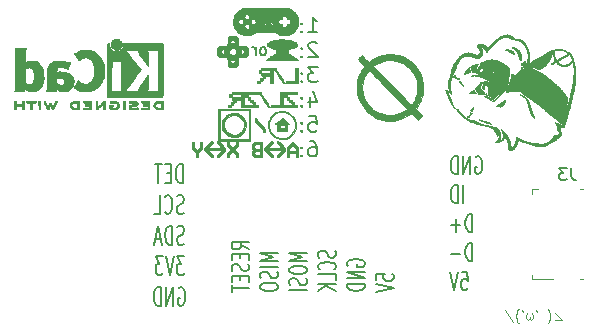
<source format=gbo>
%TF.GenerationSoftware,KiCad,Pcbnew,(5.1.9)-1*%
%TF.CreationDate,2021-07-30T14:52:09-07:00*%
%TF.ProjectId,NullWiiConv2.2,4e756c6c-5769-4694-936f-6e76322e322e,rev?*%
%TF.SameCoordinates,Original*%
%TF.FileFunction,Legend,Bot*%
%TF.FilePolarity,Positive*%
%FSLAX46Y46*%
G04 Gerber Fmt 4.6, Leading zero omitted, Abs format (unit mm)*
G04 Created by KiCad (PCBNEW (5.1.9)-1) date 2021-07-30 14:52:09*
%MOMM*%
%LPD*%
G01*
G04 APERTURE LIST*
%ADD10C,0.120000*%
%ADD11C,0.200000*%
%ADD12C,0.150000*%
%ADD13C,0.010000*%
%ADD14O,1.600000X1.000000*%
%ADD15O,2.100000X1.000000*%
%ADD16C,0.650000*%
%ADD17C,3.048000*%
%ADD18C,1.270000*%
%ADD19R,1.270000X1.270000*%
%ADD20O,1.700000X1.700000*%
%ADD21R,1.700000X1.700000*%
%ADD22C,2.082800*%
%ADD23O,1.600000X1.600000*%
%ADD24R,1.600000X1.600000*%
%ADD25R,1.380000X0.450000*%
%ADD26R,1.550000X1.425000*%
%ADD27R,1.300000X1.650000*%
%ADD28R,1.900000X1.800000*%
%ADD29R,1.900000X1.000000*%
G04 APERTURE END LIST*
D10*
X118465380Y-94875380D02*
X119074904Y-95484904D01*
X118465380Y-95484904D01*
X117855857Y-95789666D02*
X117893952Y-95751571D01*
X117970142Y-95637285D01*
X118008238Y-95561095D01*
X118046333Y-95446809D01*
X118084428Y-95256333D01*
X118084428Y-95103952D01*
X118046333Y-94913476D01*
X118008238Y-94799190D01*
X117970142Y-94723000D01*
X117893952Y-94608714D01*
X117855857Y-94570619D01*
X116903476Y-94684904D02*
X116979666Y-94837285D01*
X116332047Y-95218238D02*
X116332047Y-95370619D01*
X116522523Y-94951571D02*
X116560619Y-94989666D01*
X116598714Y-95065857D01*
X116598714Y-95370619D01*
X116560619Y-95446809D01*
X116484428Y-95484904D01*
X116446333Y-95484904D01*
X116370142Y-95446809D01*
X116332047Y-95370619D01*
X116293952Y-95446809D01*
X116217761Y-95484904D01*
X116179666Y-95484904D01*
X116103476Y-95446809D01*
X116065380Y-95370619D01*
X116065380Y-95065857D01*
X116103476Y-94989666D01*
X116141571Y-94951571D01*
X115684428Y-94684904D02*
X115760619Y-94837285D01*
X115417761Y-95789666D02*
X115379666Y-95751571D01*
X115303476Y-95637285D01*
X115265380Y-95561095D01*
X115227285Y-95446809D01*
X115189190Y-95256333D01*
X115189190Y-95103952D01*
X115227285Y-94913476D01*
X115265380Y-94799190D01*
X115303476Y-94723000D01*
X115379666Y-94608714D01*
X115417761Y-94570619D01*
X114236809Y-94646809D02*
X114922523Y-95675380D01*
D11*
X86947238Y-83915809D02*
X86947238Y-82315809D01*
X86709142Y-82315809D01*
X86566285Y-82392000D01*
X86471047Y-82544380D01*
X86423428Y-82696761D01*
X86375809Y-83001523D01*
X86375809Y-83230095D01*
X86423428Y-83534857D01*
X86471047Y-83687238D01*
X86566285Y-83839619D01*
X86709142Y-83915809D01*
X86947238Y-83915809D01*
X85947238Y-83077714D02*
X85613904Y-83077714D01*
X85471047Y-83915809D02*
X85947238Y-83915809D01*
X85947238Y-82315809D01*
X85471047Y-82315809D01*
X85185333Y-82315809D02*
X84613904Y-82315809D01*
X84899619Y-83915809D02*
X84899619Y-82315809D01*
X87042476Y-86439619D02*
X86899619Y-86515809D01*
X86661523Y-86515809D01*
X86566285Y-86439619D01*
X86518666Y-86363428D01*
X86471047Y-86211047D01*
X86471047Y-86058666D01*
X86518666Y-85906285D01*
X86566285Y-85830095D01*
X86661523Y-85753904D01*
X86852000Y-85677714D01*
X86947238Y-85601523D01*
X86994857Y-85525333D01*
X87042476Y-85372952D01*
X87042476Y-85220571D01*
X86994857Y-85068190D01*
X86947238Y-84992000D01*
X86852000Y-84915809D01*
X86613904Y-84915809D01*
X86471047Y-84992000D01*
X85471047Y-86363428D02*
X85518666Y-86439619D01*
X85661523Y-86515809D01*
X85756761Y-86515809D01*
X85899619Y-86439619D01*
X85994857Y-86287238D01*
X86042476Y-86134857D01*
X86090095Y-85830095D01*
X86090095Y-85601523D01*
X86042476Y-85296761D01*
X85994857Y-85144380D01*
X85899619Y-84992000D01*
X85756761Y-84915809D01*
X85661523Y-84915809D01*
X85518666Y-84992000D01*
X85471047Y-85068190D01*
X84566285Y-86515809D02*
X85042476Y-86515809D01*
X85042476Y-84915809D01*
X87066285Y-89039619D02*
X86923428Y-89115809D01*
X86685333Y-89115809D01*
X86590095Y-89039619D01*
X86542476Y-88963428D01*
X86494857Y-88811047D01*
X86494857Y-88658666D01*
X86542476Y-88506285D01*
X86590095Y-88430095D01*
X86685333Y-88353904D01*
X86875809Y-88277714D01*
X86971047Y-88201523D01*
X87018666Y-88125333D01*
X87066285Y-87972952D01*
X87066285Y-87820571D01*
X87018666Y-87668190D01*
X86971047Y-87592000D01*
X86875809Y-87515809D01*
X86637714Y-87515809D01*
X86494857Y-87592000D01*
X86066285Y-89115809D02*
X86066285Y-87515809D01*
X85828190Y-87515809D01*
X85685333Y-87592000D01*
X85590095Y-87744380D01*
X85542476Y-87896761D01*
X85494857Y-88201523D01*
X85494857Y-88430095D01*
X85542476Y-88734857D01*
X85590095Y-88887238D01*
X85685333Y-89039619D01*
X85828190Y-89115809D01*
X86066285Y-89115809D01*
X85113904Y-88658666D02*
X84637714Y-88658666D01*
X85209142Y-89115809D02*
X84875809Y-87515809D01*
X84542476Y-89115809D01*
X87090095Y-90115809D02*
X86471047Y-90115809D01*
X86804380Y-90725333D01*
X86661523Y-90725333D01*
X86566285Y-90801523D01*
X86518666Y-90877714D01*
X86471047Y-91030095D01*
X86471047Y-91411047D01*
X86518666Y-91563428D01*
X86566285Y-91639619D01*
X86661523Y-91715809D01*
X86947238Y-91715809D01*
X87042476Y-91639619D01*
X87090095Y-91563428D01*
X86185333Y-90115809D02*
X85852000Y-91715809D01*
X85518666Y-90115809D01*
X85280571Y-90115809D02*
X84661523Y-90115809D01*
X84994857Y-90725333D01*
X84852000Y-90725333D01*
X84756761Y-90801523D01*
X84709142Y-90877714D01*
X84661523Y-91030095D01*
X84661523Y-91411047D01*
X84709142Y-91563428D01*
X84756761Y-91639619D01*
X84852000Y-91715809D01*
X85137714Y-91715809D01*
X85232952Y-91639619D01*
X85280571Y-91563428D01*
X86613904Y-92792000D02*
X86709142Y-92715809D01*
X86852000Y-92715809D01*
X86994857Y-92792000D01*
X87090095Y-92944380D01*
X87137714Y-93096761D01*
X87185333Y-93401523D01*
X87185333Y-93630095D01*
X87137714Y-93934857D01*
X87090095Y-94087238D01*
X86994857Y-94239619D01*
X86852000Y-94315809D01*
X86756761Y-94315809D01*
X86613904Y-94239619D01*
X86566285Y-94163428D01*
X86566285Y-93630095D01*
X86756761Y-93630095D01*
X86137714Y-94315809D02*
X86137714Y-92715809D01*
X85566285Y-94315809D01*
X85566285Y-92715809D01*
X85090095Y-94315809D02*
X85090095Y-92715809D01*
X84852000Y-92715809D01*
X84709142Y-92792000D01*
X84613904Y-92944380D01*
X84566285Y-93096761D01*
X84518666Y-93401523D01*
X84518666Y-93630095D01*
X84566285Y-93934857D01*
X84613904Y-94087238D01*
X84709142Y-94239619D01*
X84852000Y-94315809D01*
X85090095Y-94315809D01*
X92597571Y-89500714D02*
X91883285Y-89167380D01*
X92597571Y-88929285D02*
X91097571Y-88929285D01*
X91097571Y-89310238D01*
X91169000Y-89405476D01*
X91240428Y-89453095D01*
X91383285Y-89500714D01*
X91597571Y-89500714D01*
X91740428Y-89453095D01*
X91811857Y-89405476D01*
X91883285Y-89310238D01*
X91883285Y-88929285D01*
X91811857Y-89929285D02*
X91811857Y-90262619D01*
X92597571Y-90405476D02*
X92597571Y-89929285D01*
X91097571Y-89929285D01*
X91097571Y-90405476D01*
X92526142Y-90786428D02*
X92597571Y-90929285D01*
X92597571Y-91167380D01*
X92526142Y-91262619D01*
X92454714Y-91310238D01*
X92311857Y-91357857D01*
X92169000Y-91357857D01*
X92026142Y-91310238D01*
X91954714Y-91262619D01*
X91883285Y-91167380D01*
X91811857Y-90976904D01*
X91740428Y-90881666D01*
X91669000Y-90834047D01*
X91526142Y-90786428D01*
X91383285Y-90786428D01*
X91240428Y-90834047D01*
X91169000Y-90881666D01*
X91097571Y-90976904D01*
X91097571Y-91215000D01*
X91169000Y-91357857D01*
X91811857Y-91786428D02*
X91811857Y-92119761D01*
X92597571Y-92262619D02*
X92597571Y-91786428D01*
X91097571Y-91786428D01*
X91097571Y-92262619D01*
X91097571Y-92548333D02*
X91097571Y-93119761D01*
X92597571Y-92834047D02*
X91097571Y-92834047D01*
X95047571Y-89834047D02*
X93547571Y-89834047D01*
X94619000Y-90167380D01*
X93547571Y-90500714D01*
X95047571Y-90500714D01*
X95047571Y-90976904D02*
X93547571Y-90976904D01*
X94976142Y-91405476D02*
X95047571Y-91548333D01*
X95047571Y-91786428D01*
X94976142Y-91881666D01*
X94904714Y-91929285D01*
X94761857Y-91976904D01*
X94619000Y-91976904D01*
X94476142Y-91929285D01*
X94404714Y-91881666D01*
X94333285Y-91786428D01*
X94261857Y-91595952D01*
X94190428Y-91500714D01*
X94119000Y-91453095D01*
X93976142Y-91405476D01*
X93833285Y-91405476D01*
X93690428Y-91453095D01*
X93619000Y-91500714D01*
X93547571Y-91595952D01*
X93547571Y-91834047D01*
X93619000Y-91976904D01*
X93547571Y-92595952D02*
X93547571Y-92786428D01*
X93619000Y-92881666D01*
X93761857Y-92976904D01*
X94047571Y-93024523D01*
X94547571Y-93024523D01*
X94833285Y-92976904D01*
X94976142Y-92881666D01*
X95047571Y-92786428D01*
X95047571Y-92595952D01*
X94976142Y-92500714D01*
X94833285Y-92405476D01*
X94547571Y-92357857D01*
X94047571Y-92357857D01*
X93761857Y-92405476D01*
X93619000Y-92500714D01*
X93547571Y-92595952D01*
X97497571Y-89834047D02*
X95997571Y-89834047D01*
X97069000Y-90167380D01*
X95997571Y-90500714D01*
X97497571Y-90500714D01*
X95997571Y-91167380D02*
X95997571Y-91357857D01*
X96069000Y-91453095D01*
X96211857Y-91548333D01*
X96497571Y-91595952D01*
X96997571Y-91595952D01*
X97283285Y-91548333D01*
X97426142Y-91453095D01*
X97497571Y-91357857D01*
X97497571Y-91167380D01*
X97426142Y-91072142D01*
X97283285Y-90976904D01*
X96997571Y-90929285D01*
X96497571Y-90929285D01*
X96211857Y-90976904D01*
X96069000Y-91072142D01*
X95997571Y-91167380D01*
X97426142Y-91976904D02*
X97497571Y-92119761D01*
X97497571Y-92357857D01*
X97426142Y-92453095D01*
X97354714Y-92500714D01*
X97211857Y-92548333D01*
X97069000Y-92548333D01*
X96926142Y-92500714D01*
X96854714Y-92453095D01*
X96783285Y-92357857D01*
X96711857Y-92167380D01*
X96640428Y-92072142D01*
X96569000Y-92024523D01*
X96426142Y-91976904D01*
X96283285Y-91976904D01*
X96140428Y-92024523D01*
X96069000Y-92072142D01*
X95997571Y-92167380D01*
X95997571Y-92405476D01*
X96069000Y-92548333D01*
X97497571Y-92976904D02*
X95997571Y-92976904D01*
X99876142Y-89643571D02*
X99947571Y-89786428D01*
X99947571Y-90024523D01*
X99876142Y-90119761D01*
X99804714Y-90167380D01*
X99661857Y-90215000D01*
X99519000Y-90215000D01*
X99376142Y-90167380D01*
X99304714Y-90119761D01*
X99233285Y-90024523D01*
X99161857Y-89834047D01*
X99090428Y-89738809D01*
X99019000Y-89691190D01*
X98876142Y-89643571D01*
X98733285Y-89643571D01*
X98590428Y-89691190D01*
X98519000Y-89738809D01*
X98447571Y-89834047D01*
X98447571Y-90072142D01*
X98519000Y-90215000D01*
X99804714Y-91215000D02*
X99876142Y-91167380D01*
X99947571Y-91024523D01*
X99947571Y-90929285D01*
X99876142Y-90786428D01*
X99733285Y-90691190D01*
X99590428Y-90643571D01*
X99304714Y-90595952D01*
X99090428Y-90595952D01*
X98804714Y-90643571D01*
X98661857Y-90691190D01*
X98519000Y-90786428D01*
X98447571Y-90929285D01*
X98447571Y-91024523D01*
X98519000Y-91167380D01*
X98590428Y-91215000D01*
X99947571Y-92119761D02*
X99947571Y-91643571D01*
X98447571Y-91643571D01*
X99947571Y-92453095D02*
X98447571Y-92453095D01*
X99947571Y-93024523D02*
X99090428Y-92595952D01*
X98447571Y-93024523D02*
X99304714Y-92453095D01*
X100969000Y-90929285D02*
X100897571Y-90834047D01*
X100897571Y-90691190D01*
X100969000Y-90548333D01*
X101111857Y-90453095D01*
X101254714Y-90405476D01*
X101540428Y-90357857D01*
X101754714Y-90357857D01*
X102040428Y-90405476D01*
X102183285Y-90453095D01*
X102326142Y-90548333D01*
X102397571Y-90691190D01*
X102397571Y-90786428D01*
X102326142Y-90929285D01*
X102254714Y-90976904D01*
X101754714Y-90976904D01*
X101754714Y-90786428D01*
X102397571Y-91405476D02*
X100897571Y-91405476D01*
X102397571Y-91976904D01*
X100897571Y-91976904D01*
X102397571Y-92453095D02*
X100897571Y-92453095D01*
X100897571Y-92691190D01*
X100969000Y-92834047D01*
X101111857Y-92929285D01*
X101254714Y-92976904D01*
X101540428Y-93024523D01*
X101754714Y-93024523D01*
X102040428Y-92976904D01*
X102183285Y-92929285D01*
X102326142Y-92834047D01*
X102397571Y-92691190D01*
X102397571Y-92453095D01*
X103347571Y-92119761D02*
X103347571Y-91643571D01*
X104061857Y-91595952D01*
X103990428Y-91643571D01*
X103919000Y-91738809D01*
X103919000Y-91976904D01*
X103990428Y-92072142D01*
X104061857Y-92119761D01*
X104204714Y-92167380D01*
X104561857Y-92167380D01*
X104704714Y-92119761D01*
X104776142Y-92072142D01*
X104847571Y-91976904D01*
X104847571Y-91738809D01*
X104776142Y-91643571D01*
X104704714Y-91595952D01*
X103347571Y-92453095D02*
X104847571Y-92786428D01*
X103347571Y-93119761D01*
X111762714Y-81726000D02*
X111857952Y-81654571D01*
X112000809Y-81654571D01*
X112143666Y-81726000D01*
X112238904Y-81868857D01*
X112286523Y-82011714D01*
X112334142Y-82297428D01*
X112334142Y-82511714D01*
X112286523Y-82797428D01*
X112238904Y-82940285D01*
X112143666Y-83083142D01*
X112000809Y-83154571D01*
X111905571Y-83154571D01*
X111762714Y-83083142D01*
X111715095Y-83011714D01*
X111715095Y-82511714D01*
X111905571Y-82511714D01*
X111286523Y-83154571D02*
X111286523Y-81654571D01*
X110715095Y-83154571D01*
X110715095Y-81654571D01*
X110238904Y-83154571D02*
X110238904Y-81654571D01*
X110000809Y-81654571D01*
X109857952Y-81726000D01*
X109762714Y-81868857D01*
X109715095Y-82011714D01*
X109667476Y-82297428D01*
X109667476Y-82511714D01*
X109715095Y-82797428D01*
X109762714Y-82940285D01*
X109857952Y-83083142D01*
X110000809Y-83154571D01*
X110238904Y-83154571D01*
X110715095Y-85604571D02*
X110715095Y-84104571D01*
X110238904Y-85604571D02*
X110238904Y-84104571D01*
X110000809Y-84104571D01*
X109857952Y-84176000D01*
X109762714Y-84318857D01*
X109715095Y-84461714D01*
X109667476Y-84747428D01*
X109667476Y-84961714D01*
X109715095Y-85247428D01*
X109762714Y-85390285D01*
X109857952Y-85533142D01*
X110000809Y-85604571D01*
X110238904Y-85604571D01*
X111477000Y-88054571D02*
X111477000Y-86554571D01*
X111238904Y-86554571D01*
X111096047Y-86626000D01*
X111000809Y-86768857D01*
X110953190Y-86911714D01*
X110905571Y-87197428D01*
X110905571Y-87411714D01*
X110953190Y-87697428D01*
X111000809Y-87840285D01*
X111096047Y-87983142D01*
X111238904Y-88054571D01*
X111477000Y-88054571D01*
X110477000Y-87483142D02*
X109715095Y-87483142D01*
X110096047Y-88054571D02*
X110096047Y-86911714D01*
X111477000Y-90504571D02*
X111477000Y-89004571D01*
X111238904Y-89004571D01*
X111096047Y-89076000D01*
X111000809Y-89218857D01*
X110953190Y-89361714D01*
X110905571Y-89647428D01*
X110905571Y-89861714D01*
X110953190Y-90147428D01*
X111000809Y-90290285D01*
X111096047Y-90433142D01*
X111238904Y-90504571D01*
X111477000Y-90504571D01*
X110477000Y-89933142D02*
X109715095Y-89933142D01*
X110572238Y-91454571D02*
X111048428Y-91454571D01*
X111096047Y-92168857D01*
X111048428Y-92097428D01*
X110953190Y-92026000D01*
X110715095Y-92026000D01*
X110619857Y-92097428D01*
X110572238Y-92168857D01*
X110524619Y-92311714D01*
X110524619Y-92668857D01*
X110572238Y-92811714D01*
X110619857Y-92883142D01*
X110715095Y-92954571D01*
X110953190Y-92954571D01*
X111048428Y-92883142D01*
X111096047Y-92811714D01*
X110238904Y-91454571D02*
X109905571Y-92954571D01*
X109572238Y-91454571D01*
D12*
X93814857Y-73096380D02*
X93900571Y-73048761D01*
X93943428Y-73001142D01*
X93986285Y-72905904D01*
X93986285Y-72620190D01*
X93943428Y-72524952D01*
X93900571Y-72477333D01*
X93814857Y-72429714D01*
X93686285Y-72429714D01*
X93600571Y-72477333D01*
X93557714Y-72524952D01*
X93514857Y-72620190D01*
X93514857Y-72905904D01*
X93557714Y-73001142D01*
X93600571Y-73048761D01*
X93686285Y-73096380D01*
X93814857Y-73096380D01*
X93129142Y-73096380D02*
X93129142Y-72429714D01*
X93129142Y-72620190D02*
X93086285Y-72524952D01*
X93043428Y-72477333D01*
X92957714Y-72429714D01*
X92872000Y-72429714D01*
X97601095Y-71157095D02*
X98343952Y-71157095D01*
X97972523Y-71157095D02*
X97972523Y-69857095D01*
X98096333Y-70042809D01*
X98220142Y-70166619D01*
X98343952Y-70228523D01*
X97043952Y-71033285D02*
X96982047Y-71095190D01*
X97043952Y-71157095D01*
X97105857Y-71095190D01*
X97043952Y-71033285D01*
X97043952Y-71157095D01*
X97043952Y-70352333D02*
X96982047Y-70414238D01*
X97043952Y-70476142D01*
X97105857Y-70414238D01*
X97043952Y-70352333D01*
X97043952Y-70476142D01*
X98343952Y-72080904D02*
X98282047Y-72019000D01*
X98158238Y-71957095D01*
X97848714Y-71957095D01*
X97724904Y-72019000D01*
X97663000Y-72080904D01*
X97601095Y-72204714D01*
X97601095Y-72328523D01*
X97663000Y-72514238D01*
X98405857Y-73257095D01*
X97601095Y-73257095D01*
X97043952Y-73133285D02*
X96982047Y-73195190D01*
X97043952Y-73257095D01*
X97105857Y-73195190D01*
X97043952Y-73133285D01*
X97043952Y-73257095D01*
X97043952Y-72452333D02*
X96982047Y-72514238D01*
X97043952Y-72576142D01*
X97105857Y-72514238D01*
X97043952Y-72452333D01*
X97043952Y-72576142D01*
X98405857Y-74057095D02*
X97601095Y-74057095D01*
X98034428Y-74552333D01*
X97848714Y-74552333D01*
X97724904Y-74614238D01*
X97663000Y-74676142D01*
X97601095Y-74799952D01*
X97601095Y-75109476D01*
X97663000Y-75233285D01*
X97724904Y-75295190D01*
X97848714Y-75357095D01*
X98220142Y-75357095D01*
X98343952Y-75295190D01*
X98405857Y-75233285D01*
X97043952Y-75233285D02*
X96982047Y-75295190D01*
X97043952Y-75357095D01*
X97105857Y-75295190D01*
X97043952Y-75233285D01*
X97043952Y-75357095D01*
X97043952Y-74552333D02*
X96982047Y-74614238D01*
X97043952Y-74676142D01*
X97105857Y-74614238D01*
X97043952Y-74552333D01*
X97043952Y-74676142D01*
X97724904Y-76590428D02*
X97724904Y-77457095D01*
X98034428Y-76095190D02*
X98343952Y-77023761D01*
X97539190Y-77023761D01*
X97043952Y-77333285D02*
X96982047Y-77395190D01*
X97043952Y-77457095D01*
X97105857Y-77395190D01*
X97043952Y-77333285D01*
X97043952Y-77457095D01*
X97043952Y-76652333D02*
X96982047Y-76714238D01*
X97043952Y-76776142D01*
X97105857Y-76714238D01*
X97043952Y-76652333D01*
X97043952Y-76776142D01*
X97663000Y-78257095D02*
X98282047Y-78257095D01*
X98343952Y-78876142D01*
X98282047Y-78814238D01*
X98158238Y-78752333D01*
X97848714Y-78752333D01*
X97724904Y-78814238D01*
X97663000Y-78876142D01*
X97601095Y-78999952D01*
X97601095Y-79309476D01*
X97663000Y-79433285D01*
X97724904Y-79495190D01*
X97848714Y-79557095D01*
X98158238Y-79557095D01*
X98282047Y-79495190D01*
X98343952Y-79433285D01*
X97043952Y-79433285D02*
X96982047Y-79495190D01*
X97043952Y-79557095D01*
X97105857Y-79495190D01*
X97043952Y-79433285D01*
X97043952Y-79557095D01*
X97043952Y-78752333D02*
X96982047Y-78814238D01*
X97043952Y-78876142D01*
X97105857Y-78814238D01*
X97043952Y-78752333D01*
X97043952Y-78876142D01*
X97724904Y-80357095D02*
X97972523Y-80357095D01*
X98096333Y-80419000D01*
X98158238Y-80480904D01*
X98282047Y-80666619D01*
X98343952Y-80914238D01*
X98343952Y-81409476D01*
X98282047Y-81533285D01*
X98220142Y-81595190D01*
X98096333Y-81657095D01*
X97848714Y-81657095D01*
X97724904Y-81595190D01*
X97663000Y-81533285D01*
X97601095Y-81409476D01*
X97601095Y-81099952D01*
X97663000Y-80976142D01*
X97724904Y-80914238D01*
X97848714Y-80852333D01*
X98096333Y-80852333D01*
X98220142Y-80914238D01*
X98282047Y-80976142D01*
X98343952Y-81099952D01*
X97043952Y-81533285D02*
X96982047Y-81595190D01*
X97043952Y-81657095D01*
X97105857Y-81595190D01*
X97043952Y-81533285D01*
X97043952Y-81657095D01*
X97043952Y-80852333D02*
X96982047Y-80914238D01*
X97043952Y-80976142D01*
X97105857Y-80914238D01*
X97043952Y-80852333D01*
X97043952Y-80976142D01*
D13*
%TO.C,G\u002A\u002A\u002A*%
G36*
X104817479Y-78626016D02*
G01*
X105098985Y-78586715D01*
X105364061Y-78516898D01*
X105623950Y-78413031D01*
X105889895Y-78271584D01*
X106101206Y-78137968D01*
X106190305Y-78079769D01*
X106264101Y-78034239D01*
X106312191Y-78007663D01*
X106323976Y-78003400D01*
X106348356Y-78020677D01*
X106401300Y-78068323D01*
X106476191Y-78140066D01*
X106566411Y-78229632D01*
X106619462Y-78283496D01*
X106893223Y-78563592D01*
X107066011Y-78392127D01*
X107140205Y-78317154D01*
X107198352Y-78255828D01*
X107232577Y-78216597D01*
X107238363Y-78207282D01*
X107221438Y-78185411D01*
X107174999Y-78133753D01*
X107105081Y-78058812D01*
X107017718Y-77967091D01*
X106960364Y-77907666D01*
X106682801Y-77621432D01*
X106846312Y-77380265D01*
X106988135Y-77159154D01*
X107097768Y-76957893D01*
X107180884Y-76762467D01*
X107243156Y-76558858D01*
X107290258Y-76333051D01*
X107303512Y-76250800D01*
X107337265Y-75867808D01*
X107321552Y-75494777D01*
X107257090Y-75133765D01*
X107144593Y-74786829D01*
X106984779Y-74456026D01*
X106778362Y-74143412D01*
X106526058Y-73851045D01*
X106438442Y-73764658D01*
X106154584Y-73527723D01*
X105847761Y-73333087D01*
X105522658Y-73183259D01*
X105183960Y-73080750D01*
X105146524Y-73072565D01*
X104977788Y-73044733D01*
X104781945Y-73024678D01*
X104576045Y-73013168D01*
X104377137Y-73010972D01*
X104202271Y-73018857D01*
X104129762Y-73026740D01*
X103835965Y-73085963D01*
X103545616Y-73183086D01*
X103251388Y-73321093D01*
X102945952Y-73502969D01*
X102922314Y-73518510D01*
X102707929Y-73660349D01*
X102420363Y-73376630D01*
X102132798Y-73092911D01*
X102064079Y-73154206D01*
X102006800Y-73206068D01*
X101932138Y-73274653D01*
X101880230Y-73322799D01*
X101765100Y-73430097D01*
X102050850Y-73716896D01*
X102147822Y-73815294D01*
X102230695Y-73901427D01*
X102293395Y-73968817D01*
X102325287Y-74005711D01*
X103050463Y-74005711D01*
X103180881Y-73917882D01*
X103356746Y-73813729D01*
X103563063Y-73714491D01*
X103779639Y-73629060D01*
X103969982Y-73570456D01*
X104195805Y-73528020D01*
X104445586Y-73508014D01*
X104699628Y-73510663D01*
X104938237Y-73536193D01*
X105047708Y-73558113D01*
X105301929Y-73632411D01*
X105530488Y-73730299D01*
X105756714Y-73861934D01*
X105778300Y-73876143D01*
X105910001Y-73973307D01*
X106054127Y-74095540D01*
X106196565Y-74229602D01*
X106323198Y-74362255D01*
X106414445Y-74472800D01*
X106563643Y-74708969D01*
X106687014Y-74974303D01*
X106776750Y-75250469D01*
X106808464Y-75397604D01*
X106824439Y-75538664D01*
X106830664Y-75709918D01*
X106827852Y-75896786D01*
X106816718Y-76084691D01*
X106797974Y-76259053D01*
X106772335Y-76405293D01*
X106756106Y-76466700D01*
X106716231Y-76576051D01*
X106659702Y-76707533D01*
X106593137Y-76847890D01*
X106523153Y-76983865D01*
X106456367Y-77102204D01*
X106399399Y-77189650D01*
X106387444Y-77205157D01*
X106327115Y-77279500D01*
X104688789Y-75642606D01*
X103050463Y-74005711D01*
X102325287Y-74005711D01*
X102329846Y-74010984D01*
X102336600Y-74021635D01*
X102323444Y-74048909D01*
X102287791Y-74109045D01*
X102235362Y-74192665D01*
X102182770Y-74273845D01*
X102019831Y-74539726D01*
X101894796Y-74787783D01*
X101804288Y-75029802D01*
X101744932Y-75277564D01*
X101713349Y-75542853D01*
X101706163Y-75837452D01*
X101708119Y-75928160D01*
X102185468Y-75928160D01*
X102186430Y-75681179D01*
X102207976Y-75442349D01*
X102249554Y-75225245D01*
X102301584Y-75064621D01*
X102355349Y-74942915D01*
X102418198Y-74815084D01*
X102485296Y-74689403D01*
X102551809Y-74574143D01*
X102612902Y-74477578D01*
X102663739Y-74407981D01*
X102699486Y-74373624D01*
X102706715Y-74371423D01*
X102728248Y-74388993D01*
X102782996Y-74440076D01*
X102868388Y-74522135D01*
X102981851Y-74632629D01*
X103120811Y-74769020D01*
X103282697Y-74928769D01*
X103464936Y-75109336D01*
X103664955Y-75308184D01*
X103880180Y-75522772D01*
X104108040Y-75750562D01*
X104345962Y-75989015D01*
X104356216Y-75999305D01*
X105978500Y-77627409D01*
X105840300Y-77715673D01*
X105566802Y-77875836D01*
X105307824Y-77995669D01*
X105052680Y-78078946D01*
X104790682Y-78129443D01*
X104622600Y-78145784D01*
X104295571Y-78142463D01*
X103976918Y-78091637D01*
X103670873Y-77996431D01*
X103381670Y-77859970D01*
X103113541Y-77685381D01*
X102870721Y-77475787D01*
X102657442Y-77234316D01*
X102477938Y-76964092D01*
X102336443Y-76668240D01*
X102247509Y-76392261D01*
X102205643Y-76169713D01*
X102185468Y-75928160D01*
X101708119Y-75928160D01*
X101708158Y-75929957D01*
X101718635Y-76152985D01*
X101737168Y-76340244D01*
X101766690Y-76506503D01*
X101810135Y-76666535D01*
X101870435Y-76835109D01*
X101904670Y-76919662D01*
X102026513Y-77163374D01*
X102187966Y-77411527D01*
X102380109Y-77653541D01*
X102594024Y-77878836D01*
X102820791Y-78076833D01*
X102973717Y-78187783D01*
X103269313Y-78361675D01*
X103568975Y-78491081D01*
X103881336Y-78578536D01*
X104215029Y-78626574D01*
X104508300Y-78638331D01*
X104817479Y-78626016D01*
G37*
X104817479Y-78626016D02*
X105098985Y-78586715D01*
X105364061Y-78516898D01*
X105623950Y-78413031D01*
X105889895Y-78271584D01*
X106101206Y-78137968D01*
X106190305Y-78079769D01*
X106264101Y-78034239D01*
X106312191Y-78007663D01*
X106323976Y-78003400D01*
X106348356Y-78020677D01*
X106401300Y-78068323D01*
X106476191Y-78140066D01*
X106566411Y-78229632D01*
X106619462Y-78283496D01*
X106893223Y-78563592D01*
X107066011Y-78392127D01*
X107140205Y-78317154D01*
X107198352Y-78255828D01*
X107232577Y-78216597D01*
X107238363Y-78207282D01*
X107221438Y-78185411D01*
X107174999Y-78133753D01*
X107105081Y-78058812D01*
X107017718Y-77967091D01*
X106960364Y-77907666D01*
X106682801Y-77621432D01*
X106846312Y-77380265D01*
X106988135Y-77159154D01*
X107097768Y-76957893D01*
X107180884Y-76762467D01*
X107243156Y-76558858D01*
X107290258Y-76333051D01*
X107303512Y-76250800D01*
X107337265Y-75867808D01*
X107321552Y-75494777D01*
X107257090Y-75133765D01*
X107144593Y-74786829D01*
X106984779Y-74456026D01*
X106778362Y-74143412D01*
X106526058Y-73851045D01*
X106438442Y-73764658D01*
X106154584Y-73527723D01*
X105847761Y-73333087D01*
X105522658Y-73183259D01*
X105183960Y-73080750D01*
X105146524Y-73072565D01*
X104977788Y-73044733D01*
X104781945Y-73024678D01*
X104576045Y-73013168D01*
X104377137Y-73010972D01*
X104202271Y-73018857D01*
X104129762Y-73026740D01*
X103835965Y-73085963D01*
X103545616Y-73183086D01*
X103251388Y-73321093D01*
X102945952Y-73502969D01*
X102922314Y-73518510D01*
X102707929Y-73660349D01*
X102420363Y-73376630D01*
X102132798Y-73092911D01*
X102064079Y-73154206D01*
X102006800Y-73206068D01*
X101932138Y-73274653D01*
X101880230Y-73322799D01*
X101765100Y-73430097D01*
X102050850Y-73716896D01*
X102147822Y-73815294D01*
X102230695Y-73901427D01*
X102293395Y-73968817D01*
X102325287Y-74005711D01*
X103050463Y-74005711D01*
X103180881Y-73917882D01*
X103356746Y-73813729D01*
X103563063Y-73714491D01*
X103779639Y-73629060D01*
X103969982Y-73570456D01*
X104195805Y-73528020D01*
X104445586Y-73508014D01*
X104699628Y-73510663D01*
X104938237Y-73536193D01*
X105047708Y-73558113D01*
X105301929Y-73632411D01*
X105530488Y-73730299D01*
X105756714Y-73861934D01*
X105778300Y-73876143D01*
X105910001Y-73973307D01*
X106054127Y-74095540D01*
X106196565Y-74229602D01*
X106323198Y-74362255D01*
X106414445Y-74472800D01*
X106563643Y-74708969D01*
X106687014Y-74974303D01*
X106776750Y-75250469D01*
X106808464Y-75397604D01*
X106824439Y-75538664D01*
X106830664Y-75709918D01*
X106827852Y-75896786D01*
X106816718Y-76084691D01*
X106797974Y-76259053D01*
X106772335Y-76405293D01*
X106756106Y-76466700D01*
X106716231Y-76576051D01*
X106659702Y-76707533D01*
X106593137Y-76847890D01*
X106523153Y-76983865D01*
X106456367Y-77102204D01*
X106399399Y-77189650D01*
X106387444Y-77205157D01*
X106327115Y-77279500D01*
X104688789Y-75642606D01*
X103050463Y-74005711D01*
X102325287Y-74005711D01*
X102329846Y-74010984D01*
X102336600Y-74021635D01*
X102323444Y-74048909D01*
X102287791Y-74109045D01*
X102235362Y-74192665D01*
X102182770Y-74273845D01*
X102019831Y-74539726D01*
X101894796Y-74787783D01*
X101804288Y-75029802D01*
X101744932Y-75277564D01*
X101713349Y-75542853D01*
X101706163Y-75837452D01*
X101708119Y-75928160D01*
X102185468Y-75928160D01*
X102186430Y-75681179D01*
X102207976Y-75442349D01*
X102249554Y-75225245D01*
X102301584Y-75064621D01*
X102355349Y-74942915D01*
X102418198Y-74815084D01*
X102485296Y-74689403D01*
X102551809Y-74574143D01*
X102612902Y-74477578D01*
X102663739Y-74407981D01*
X102699486Y-74373624D01*
X102706715Y-74371423D01*
X102728248Y-74388993D01*
X102782996Y-74440076D01*
X102868388Y-74522135D01*
X102981851Y-74632629D01*
X103120811Y-74769020D01*
X103282697Y-74928769D01*
X103464936Y-75109336D01*
X103664955Y-75308184D01*
X103880180Y-75522772D01*
X104108040Y-75750562D01*
X104345962Y-75989015D01*
X104356216Y-75999305D01*
X105978500Y-77627409D01*
X105840300Y-77715673D01*
X105566802Y-77875836D01*
X105307824Y-77995669D01*
X105052680Y-78078946D01*
X104790682Y-78129443D01*
X104622600Y-78145784D01*
X104295571Y-78142463D01*
X103976918Y-78091637D01*
X103670873Y-77996431D01*
X103381670Y-77859970D01*
X103113541Y-77685381D01*
X102870721Y-77475787D01*
X102657442Y-77234316D01*
X102477938Y-76964092D01*
X102336443Y-76668240D01*
X102247509Y-76392261D01*
X102205643Y-76169713D01*
X102185468Y-75928160D01*
X101708119Y-75928160D01*
X101708158Y-75929957D01*
X101718635Y-76152985D01*
X101737168Y-76340244D01*
X101766690Y-76506503D01*
X101810135Y-76666535D01*
X101870435Y-76835109D01*
X101904670Y-76919662D01*
X102026513Y-77163374D01*
X102187966Y-77411527D01*
X102380109Y-77653541D01*
X102594024Y-77878836D01*
X102820791Y-78076833D01*
X102973717Y-78187783D01*
X103269313Y-78361675D01*
X103568975Y-78491081D01*
X103881336Y-78578536D01*
X104215029Y-78626574D01*
X104508300Y-78638331D01*
X104817479Y-78626016D01*
G36*
X109200003Y-76013127D02*
G01*
X109203495Y-76027937D01*
X109209389Y-76049363D01*
X109217143Y-76075347D01*
X109219318Y-76082347D01*
X109230325Y-76118216D01*
X109242418Y-76158813D01*
X109253956Y-76198571D01*
X109261508Y-76225400D01*
X109271092Y-76257523D01*
X109282210Y-76290762D01*
X109293388Y-76320895D01*
X109301928Y-76341111D01*
X109310855Y-76360669D01*
X109323163Y-76388073D01*
X109337736Y-76420817D01*
X109353459Y-76456391D01*
X109369215Y-76492290D01*
X109369749Y-76493511D01*
X109387222Y-76532794D01*
X109406506Y-76574994D01*
X109425978Y-76616633D01*
X109444013Y-76654231D01*
X109456679Y-76679778D01*
X109472345Y-76711407D01*
X109487737Y-76743755D01*
X109501358Y-76773592D01*
X109511711Y-76797689D01*
X109514079Y-76803633D01*
X109525009Y-76830173D01*
X109538731Y-76861094D01*
X109552742Y-76890807D01*
X109556498Y-76898391D01*
X109569021Y-76924386D01*
X109583697Y-76956485D01*
X109598550Y-76990289D01*
X109609667Y-77016663D01*
X109627378Y-77056781D01*
X109644457Y-77088761D01*
X109662514Y-77115531D01*
X109667796Y-77122283D01*
X109682326Y-77140448D01*
X109694349Y-77156006D01*
X109705089Y-77170829D01*
X109715768Y-77186789D01*
X109727609Y-77205756D01*
X109741835Y-77229604D01*
X109759668Y-77260203D01*
X109773292Y-77283766D01*
X109797726Y-77324834D01*
X109823944Y-77366729D01*
X109850592Y-77407443D01*
X109876313Y-77444967D01*
X109899754Y-77477290D01*
X109919557Y-77502405D01*
X109925123Y-77508834D01*
X109936525Y-77519868D01*
X109953854Y-77534697D01*
X109973850Y-77550560D01*
X109979178Y-77554584D01*
X110025912Y-77591126D01*
X110072023Y-77630289D01*
X110116432Y-77670927D01*
X110158059Y-77711894D01*
X110195825Y-77752045D01*
X110228652Y-77790233D01*
X110255460Y-77825314D01*
X110275171Y-77856140D01*
X110286481Y-77880874D01*
X110293361Y-77893581D01*
X110307517Y-77913076D01*
X110328037Y-77938374D01*
X110354010Y-77968492D01*
X110384522Y-78002446D01*
X110418662Y-78039253D01*
X110455517Y-78077928D01*
X110494175Y-78117490D01*
X110533724Y-78156953D01*
X110573252Y-78195334D01*
X110611503Y-78231333D01*
X110660190Y-78275468D01*
X110707282Y-78316183D01*
X110754358Y-78354639D01*
X110802994Y-78391995D01*
X110854765Y-78429412D01*
X110911249Y-78468050D01*
X110974022Y-78509070D01*
X111044659Y-78553633D01*
X111074200Y-78571927D01*
X111126727Y-78604168D01*
X111171067Y-78630950D01*
X111208536Y-78652906D01*
X111240448Y-78670669D01*
X111268120Y-78684875D01*
X111292868Y-78696155D01*
X111316006Y-78705146D01*
X111338850Y-78712479D01*
X111362716Y-78718790D01*
X111388920Y-78724712D01*
X111393150Y-78725610D01*
X111463953Y-78741993D01*
X111528266Y-78759821D01*
X111585043Y-78778725D01*
X111633237Y-78798336D01*
X111671803Y-78818285D01*
X111689444Y-78829938D01*
X111696595Y-78835137D01*
X111703249Y-78839416D01*
X111711039Y-78843381D01*
X111721597Y-78847638D01*
X111736555Y-78852793D01*
X111757546Y-78859452D01*
X111786203Y-78868220D01*
X111820838Y-78878700D01*
X111922629Y-78909108D01*
X112014583Y-78935794D01*
X112097454Y-78958940D01*
X112171998Y-78978731D01*
X112238968Y-78995349D01*
X112299121Y-79008977D01*
X112353210Y-79019799D01*
X112401991Y-79027998D01*
X112446217Y-79033758D01*
X112468378Y-79035910D01*
X112527419Y-79041730D01*
X112577376Y-79048599D01*
X112620442Y-79056985D01*
X112658806Y-79067356D01*
X112694660Y-79080179D01*
X112713911Y-79088360D01*
X112736375Y-79096913D01*
X112765099Y-79105768D01*
X112795191Y-79113474D01*
X112807044Y-79116015D01*
X112879143Y-79132680D01*
X112945179Y-79153121D01*
X113006355Y-79178165D01*
X113063871Y-79208635D01*
X113118930Y-79245357D01*
X113172732Y-79289155D01*
X113226479Y-79340855D01*
X113281373Y-79401281D01*
X113338614Y-79471259D01*
X113354829Y-79492160D01*
X113401701Y-79554769D01*
X113442820Y-79612971D01*
X113477754Y-79666075D01*
X113506070Y-79713388D01*
X113527336Y-79754220D01*
X113541121Y-79787878D01*
X113542644Y-79792689D01*
X113549313Y-79812722D01*
X113557649Y-79834750D01*
X113566689Y-79856608D01*
X113575468Y-79876132D01*
X113583021Y-79891161D01*
X113588383Y-79899529D01*
X113590461Y-79899933D01*
X113603329Y-79861733D01*
X113620133Y-79818659D01*
X113638904Y-79775460D01*
X113657673Y-79736883D01*
X113659496Y-79733422D01*
X113673572Y-79706779D01*
X113687513Y-79680148D01*
X113699375Y-79657259D01*
X113705159Y-79645933D01*
X113720844Y-79614889D01*
X113724932Y-79634644D01*
X113733811Y-79682927D01*
X113740172Y-79730973D01*
X113744280Y-79781830D01*
X113746400Y-79838547D01*
X113746844Y-79886594D01*
X113746393Y-79938643D01*
X113744766Y-79981250D01*
X113741553Y-80016237D01*
X113736345Y-80045424D01*
X113728732Y-80070633D01*
X113718304Y-80093685D01*
X113704652Y-80116402D01*
X113690708Y-80136132D01*
X113662647Y-80174670D01*
X113636576Y-80211785D01*
X113613690Y-80245699D01*
X113595186Y-80274635D01*
X113582257Y-80296814D01*
X113580572Y-80300033D01*
X113572287Y-80314799D01*
X113562781Y-80327891D01*
X113550449Y-80340764D01*
X113533685Y-80354874D01*
X113510882Y-80371675D01*
X113480434Y-80392622D01*
X113472449Y-80398000D01*
X113409719Y-80440136D01*
X113480915Y-80443767D01*
X113516684Y-80445286D01*
X113556500Y-80446494D01*
X113594666Y-80447237D01*
X113617022Y-80447400D01*
X113681933Y-80447402D01*
X113749667Y-80412903D01*
X113836251Y-80365663D01*
X113928027Y-80309464D01*
X113995200Y-80264927D01*
X114054467Y-80224489D01*
X114086110Y-80159578D01*
X114099646Y-80130775D01*
X114112490Y-80101613D01*
X114123112Y-80075676D01*
X114129529Y-80057978D01*
X114136660Y-80036071D01*
X114145915Y-80008068D01*
X114155774Y-79978556D01*
X114160395Y-79964844D01*
X114179486Y-79908400D01*
X114193716Y-79930978D01*
X114219958Y-79972868D01*
X114241679Y-80008207D01*
X114260575Y-80039863D01*
X114278343Y-80070705D01*
X114296680Y-80103602D01*
X114307266Y-80122956D01*
X114343075Y-80190777D01*
X114379748Y-80263942D01*
X114415329Y-80338391D01*
X114447860Y-80410065D01*
X114466000Y-80452187D01*
X114479344Y-80484897D01*
X114489241Y-80512109D01*
X114496773Y-80537667D01*
X114503024Y-80565418D01*
X114509078Y-80599206D01*
X114511332Y-80613054D01*
X114519305Y-80664530D01*
X114525564Y-80709618D01*
X114530395Y-80751394D01*
X114534079Y-80792932D01*
X114536900Y-80837309D01*
X114539141Y-80887599D01*
X114540608Y-80930912D01*
X114544456Y-81055957D01*
X114576039Y-81093052D01*
X114607622Y-81130146D01*
X114647133Y-81130247D01*
X114671775Y-81129371D01*
X114688932Y-81126096D01*
X114702289Y-81119674D01*
X114703578Y-81118817D01*
X114733226Y-81100404D01*
X114758817Y-81089013D01*
X114783876Y-81083301D01*
X114800124Y-81082041D01*
X114825749Y-81079481D01*
X114849923Y-81072913D01*
X114875118Y-81061245D01*
X114903801Y-81043387D01*
X114929639Y-81024867D01*
X114976810Y-80985668D01*
X115021241Y-80940060D01*
X115063706Y-80887013D01*
X115104980Y-80825495D01*
X115145836Y-80754476D01*
X115174568Y-80698622D01*
X115202722Y-80640666D01*
X115226055Y-80590205D01*
X115245400Y-80544967D01*
X115261591Y-80502677D01*
X115275462Y-80461061D01*
X115287846Y-80417844D01*
X115299576Y-80370753D01*
X115307450Y-80336063D01*
X115313345Y-80309622D01*
X115318531Y-80286937D01*
X115322441Y-80270445D01*
X115324495Y-80262629D01*
X115330429Y-80261013D01*
X115345657Y-80263968D01*
X115370323Y-80271543D01*
X115404570Y-80283791D01*
X115448540Y-80300763D01*
X115502376Y-80322510D01*
X115566220Y-80349084D01*
X115578467Y-80354249D01*
X115676856Y-80393878D01*
X115786114Y-80434245D01*
X115905853Y-80475231D01*
X116035686Y-80516713D01*
X116175225Y-80558571D01*
X116324084Y-80600683D01*
X116481875Y-80642928D01*
X116588822Y-80670346D01*
X116638838Y-80683061D01*
X116690524Y-80696391D01*
X116741520Y-80709712D01*
X116789467Y-80722403D01*
X116832004Y-80733843D01*
X116866771Y-80743408D01*
X116876689Y-80746204D01*
X116936642Y-80761788D01*
X116998588Y-80774833D01*
X117064161Y-80785550D01*
X117134998Y-80794149D01*
X117212732Y-80800841D01*
X117298999Y-80805835D01*
X117359003Y-80808223D01*
X117485718Y-80812512D01*
X117534282Y-80791449D01*
X117589469Y-80766458D01*
X117647086Y-80738212D01*
X117708305Y-80706065D01*
X117774303Y-80669372D01*
X117846254Y-80627487D01*
X117925332Y-80579764D01*
X117974063Y-80549692D01*
X118008501Y-80528414D01*
X118041593Y-80508197D01*
X118071534Y-80490123D01*
X118096522Y-80475279D01*
X118114752Y-80464747D01*
X118121289Y-80461163D01*
X118141246Y-80450058D01*
X118165856Y-80435508D01*
X118190378Y-80420327D01*
X118194667Y-80417584D01*
X118213938Y-80405928D01*
X118240700Y-80390772D01*
X118272299Y-80373569D01*
X118306081Y-80355768D01*
X118331941Y-80342552D01*
X118366557Y-80324820D01*
X118401963Y-80306141D01*
X118435214Y-80288107D01*
X118463367Y-80272307D01*
X118478696Y-80263287D01*
X118543003Y-80222128D01*
X118607374Y-80176981D01*
X118670702Y-80128863D01*
X118731878Y-80078793D01*
X118789791Y-80027786D01*
X118843333Y-79976860D01*
X118891396Y-79927033D01*
X118932869Y-79879321D01*
X118966644Y-79834742D01*
X118991612Y-79794312D01*
X118993074Y-79791524D01*
X119020202Y-79739067D01*
X118990658Y-79668511D01*
X118975059Y-79630072D01*
X118960417Y-79591780D01*
X118947348Y-79555447D01*
X118936465Y-79522884D01*
X118928382Y-79495902D01*
X118923713Y-79476312D01*
X118922800Y-79468383D01*
X118921012Y-79457424D01*
X118916167Y-79438655D01*
X118909046Y-79414884D01*
X118901986Y-79393429D01*
X118887661Y-79344243D01*
X118881205Y-79302373D01*
X118882774Y-79266892D01*
X118892522Y-79236870D01*
X118910606Y-79211382D01*
X118936097Y-79190221D01*
X118955037Y-79178565D01*
X118973199Y-79170266D01*
X118992902Y-79164918D01*
X119016465Y-79162113D01*
X119046206Y-79161446D01*
X119084444Y-79162508D01*
X119092133Y-79162839D01*
X119123833Y-79164392D01*
X119153736Y-79166105D01*
X119178941Y-79167795D01*
X119196547Y-79169280D01*
X119199613Y-79169620D01*
X119225249Y-79172750D01*
X119255507Y-79072086D01*
X119263349Y-79046575D01*
X119274284Y-79011860D01*
X119287825Y-78969443D01*
X119303487Y-78920827D01*
X119320783Y-78867514D01*
X119339227Y-78811006D01*
X119358334Y-78752805D01*
X119377617Y-78694415D01*
X119380281Y-78686378D01*
X119399760Y-78627556D01*
X119416719Y-78576030D01*
X119431556Y-78530363D01*
X119444672Y-78489114D01*
X119456465Y-78450846D01*
X119467336Y-78414120D01*
X119477684Y-78377498D01*
X119487908Y-78339542D01*
X119498407Y-78298812D01*
X119509582Y-78253870D01*
X119521832Y-78203279D01*
X119535555Y-78145598D01*
X119551153Y-78079391D01*
X119563687Y-78025978D01*
X119581001Y-77954044D01*
X119598632Y-77884361D01*
X119616245Y-77818079D01*
X119633502Y-77756347D01*
X119650067Y-77700317D01*
X119665603Y-77651139D01*
X119679773Y-77609964D01*
X119692241Y-77577941D01*
X119699352Y-77562424D01*
X119706417Y-77544968D01*
X119715393Y-77517089D01*
X119726112Y-77479462D01*
X119738409Y-77432761D01*
X119752116Y-77377660D01*
X119767065Y-77314832D01*
X119783091Y-77244952D01*
X119800027Y-77168693D01*
X119817704Y-77086729D01*
X119820816Y-77072067D01*
X119837920Y-76991410D01*
X119852962Y-76920801D01*
X119866168Y-76859231D01*
X119877760Y-76805693D01*
X119887964Y-76759178D01*
X119897003Y-76718679D01*
X119905103Y-76683187D01*
X119912487Y-76651696D01*
X119919379Y-76623196D01*
X119926005Y-76596681D01*
X119930756Y-76578178D01*
X119961497Y-76459234D01*
X119989339Y-76350369D01*
X120014439Y-76250793D01*
X120036949Y-76159714D01*
X120057024Y-76076344D01*
X120074818Y-75999891D01*
X120090485Y-75929566D01*
X120104179Y-75864578D01*
X120116054Y-75804137D01*
X120126264Y-75747454D01*
X120134964Y-75693737D01*
X120142307Y-75642198D01*
X120148448Y-75592044D01*
X120153540Y-75542487D01*
X120157737Y-75492736D01*
X120161195Y-75442002D01*
X120164066Y-75389493D01*
X120164566Y-75379079D01*
X120166684Y-75336300D01*
X120169146Y-75290162D01*
X120171737Y-75244507D01*
X120174239Y-75203177D01*
X120176049Y-75175533D01*
X120182253Y-75076372D01*
X120187333Y-74976212D01*
X120191262Y-74876605D01*
X120194013Y-74779102D01*
X120195560Y-74685256D01*
X120195875Y-74596618D01*
X120194933Y-74514740D01*
X120192705Y-74441175D01*
X120189712Y-74385311D01*
X120185955Y-74334554D01*
X120181510Y-74282785D01*
X120176574Y-74231714D01*
X120171342Y-74183051D01*
X120166009Y-74138505D01*
X120160772Y-74099786D01*
X120155826Y-74068605D01*
X120151366Y-74046670D01*
X120150626Y-74043822D01*
X120146966Y-74027823D01*
X120142298Y-74003607D01*
X120137157Y-73974139D01*
X120132078Y-73942385D01*
X120130780Y-73933756D01*
X120114789Y-73838453D01*
X120094574Y-73738393D01*
X120070827Y-73636206D01*
X120044240Y-73534522D01*
X120015504Y-73435971D01*
X119985311Y-73343181D01*
X119954352Y-73258783D01*
X119951190Y-73250778D01*
X119932953Y-73207071D01*
X119914429Y-73167657D01*
X119894445Y-73130752D01*
X119871829Y-73094573D01*
X119845407Y-73057337D01*
X119814007Y-73017261D01*
X119776458Y-72972563D01*
X119743338Y-72934689D01*
X119717722Y-72906209D01*
X119695450Y-72882925D01*
X119674615Y-72863458D01*
X119653313Y-72846425D01*
X119629639Y-72830445D01*
X119601686Y-72814138D01*
X119567551Y-72796123D01*
X119525326Y-72775017D01*
X119518289Y-72771554D01*
X119397942Y-72715713D01*
X119282337Y-72668952D01*
X119170145Y-72630831D01*
X119060037Y-72600912D01*
X118950687Y-72578756D01*
X118919978Y-72573877D01*
X118843543Y-72563203D01*
X118776825Y-72555610D01*
X118718676Y-72551122D01*
X118667945Y-72549763D01*
X118623483Y-72551555D01*
X118584141Y-72556524D01*
X118548769Y-72564692D01*
X118516217Y-72576082D01*
X118501725Y-72582481D01*
X118484799Y-72589950D01*
X118471644Y-72594868D01*
X118466662Y-72596022D01*
X118458661Y-72597702D01*
X118442968Y-72602166D01*
X118422571Y-72608547D01*
X118416426Y-72610559D01*
X118388810Y-72618584D01*
X118356388Y-72626381D01*
X118325569Y-72632429D01*
X118321667Y-72633062D01*
X118274522Y-72642477D01*
X118221152Y-72656554D01*
X118165048Y-72674205D01*
X118109699Y-72694344D01*
X118064844Y-72713058D01*
X118047570Y-72721373D01*
X118022866Y-72734033D01*
X117993088Y-72749756D01*
X117960592Y-72767258D01*
X117927734Y-72785256D01*
X117896869Y-72802468D01*
X117870355Y-72817611D01*
X117850545Y-72829401D01*
X117846391Y-72832011D01*
X117829952Y-72842409D01*
X117808146Y-72856030D01*
X117785242Y-72870212D01*
X117781480Y-72872528D01*
X117760462Y-72885685D01*
X117733497Y-72902901D01*
X117704024Y-72921964D01*
X117675485Y-72940663D01*
X117674889Y-72941056D01*
X117575280Y-73005772D01*
X117482630Y-73063656D01*
X117395570Y-73115497D01*
X117312730Y-73162085D01*
X117232744Y-73204210D01*
X117154241Y-73242662D01*
X117143206Y-73247837D01*
X117090228Y-73273353D01*
X117032508Y-73302574D01*
X116972132Y-73334342D01*
X116911189Y-73367498D01*
X116851767Y-73400886D01*
X116795952Y-73433345D01*
X116745834Y-73463720D01*
X116703498Y-73490852D01*
X116696067Y-73495843D01*
X116677395Y-73508262D01*
X116660883Y-73518826D01*
X116650078Y-73525267D01*
X116650015Y-73525301D01*
X116642051Y-73530520D01*
X116626594Y-73541485D01*
X116605134Y-73557107D01*
X116579164Y-73576296D01*
X116550173Y-73597964D01*
X116537924Y-73607187D01*
X116481817Y-73649368D01*
X116434042Y-73684923D01*
X116394067Y-73714218D01*
X116361361Y-73737618D01*
X116335392Y-73755490D01*
X116315630Y-73768200D01*
X116301543Y-73776112D01*
X116292600Y-73779595D01*
X116288355Y-73779103D01*
X116288079Y-73772448D01*
X116290498Y-73758308D01*
X116294130Y-73743409D01*
X116298484Y-73724518D01*
X116303544Y-73698119D01*
X116308640Y-73667908D01*
X116312582Y-73641414D01*
X116317073Y-73596558D01*
X116319580Y-73543723D01*
X116320176Y-73486018D01*
X116318935Y-73426551D01*
X116315928Y-73368432D01*
X116311228Y-73314770D01*
X116304908Y-73268674D01*
X116303725Y-73262067D01*
X116299059Y-73233423D01*
X116295224Y-73201332D01*
X116292068Y-73163931D01*
X116289440Y-73119357D01*
X116287189Y-73065748D01*
X116286751Y-73053222D01*
X116285144Y-73011906D01*
X116283225Y-72972437D01*
X116281121Y-72936818D01*
X116278959Y-72907051D01*
X116276866Y-72885140D01*
X116275487Y-72875422D01*
X116259773Y-72805203D01*
X116238315Y-72728887D01*
X116212186Y-72649379D01*
X116182459Y-72569579D01*
X116150209Y-72492389D01*
X116116507Y-72420713D01*
X116086558Y-72364600D01*
X116067139Y-72330236D01*
X116046241Y-72292588D01*
X116026036Y-72255607D01*
X116008693Y-72223242D01*
X116004372Y-72215022D01*
X115970744Y-72152663D01*
X115939252Y-72098852D01*
X115908416Y-72051443D01*
X115876758Y-72008290D01*
X115842797Y-71967248D01*
X115805752Y-71926897D01*
X115756385Y-71878726D01*
X115707282Y-71838191D01*
X115656195Y-71803972D01*
X115600877Y-71774750D01*
X115539081Y-71749204D01*
X115468559Y-71726014D01*
X115458967Y-71723201D01*
X115420969Y-71712531D01*
X115387338Y-71704058D01*
X115355851Y-71697492D01*
X115324283Y-71692545D01*
X115290411Y-71688928D01*
X115252011Y-71686353D01*
X115206859Y-71684529D01*
X115152731Y-71683168D01*
X115150381Y-71683120D01*
X115096999Y-71681796D01*
X115054590Y-71680224D01*
X115023230Y-71678409D01*
X115002996Y-71676355D01*
X114993962Y-71674066D01*
X114993632Y-71673772D01*
X114988146Y-71666448D01*
X114978131Y-71652432D01*
X114965446Y-71634335D01*
X114961051Y-71628000D01*
X114907043Y-71559635D01*
X114845486Y-71499580D01*
X114776671Y-71448020D01*
X114700888Y-71405139D01*
X114618426Y-71371124D01*
X114529574Y-71346158D01*
X114515116Y-71343083D01*
X114456907Y-71334625D01*
X114395183Y-71331665D01*
X114334289Y-71334206D01*
X114278571Y-71342245D01*
X114274600Y-71343097D01*
X114266000Y-71345328D01*
X114266000Y-71539516D01*
X114331946Y-71541058D01*
X114391766Y-71548691D01*
X114392561Y-71548846D01*
X114451770Y-71560821D01*
X114500964Y-71571687D01*
X114539782Y-71581358D01*
X114567862Y-71589749D01*
X114573865Y-71591900D01*
X114591445Y-71598009D01*
X114605520Y-71601968D01*
X114610553Y-71602779D01*
X114621439Y-71606154D01*
X114629868Y-71611246D01*
X114641993Y-71617822D01*
X114649623Y-71619561D01*
X114657646Y-71621514D01*
X114672274Y-71627594D01*
X114694299Y-71638182D01*
X114724510Y-71653658D01*
X114763696Y-71674400D01*
X114764139Y-71674637D01*
X114784280Y-71686137D01*
X114809094Y-71701336D01*
X114834034Y-71717429D01*
X114840339Y-71721658D01*
X114884200Y-71751377D01*
X114985800Y-71752069D01*
X115021317Y-71752680D01*
X115054748Y-71753931D01*
X115083627Y-71755682D01*
X115105489Y-71757792D01*
X115115622Y-71759483D01*
X115135917Y-71764111D01*
X115161603Y-71769693D01*
X115186178Y-71774825D01*
X115232062Y-71784484D01*
X115269090Y-71793095D01*
X115299566Y-71801309D01*
X115325796Y-71809780D01*
X115350081Y-71819159D01*
X115363978Y-71825180D01*
X115380776Y-71832062D01*
X115394874Y-71836998D01*
X115408443Y-71842374D01*
X115429285Y-71852119D01*
X115454911Y-71864933D01*
X115482832Y-71879514D01*
X115510560Y-71894563D01*
X115535605Y-71908779D01*
X115555478Y-71920861D01*
X115555889Y-71921126D01*
X115584281Y-71939525D01*
X115605058Y-71953246D01*
X115620140Y-71963648D01*
X115631452Y-71972090D01*
X115640913Y-71979932D01*
X115647959Y-71986243D01*
X115660039Y-71996605D01*
X115668693Y-72002769D01*
X115670537Y-72003500D01*
X115677348Y-72007592D01*
X115690310Y-72018670D01*
X115708051Y-72035303D01*
X115729198Y-72056064D01*
X115752379Y-72079520D01*
X115776220Y-72104243D01*
X115799348Y-72128802D01*
X115820392Y-72151769D01*
X115837979Y-72171712D01*
X115850735Y-72187202D01*
X115857288Y-72196810D01*
X115857867Y-72198628D01*
X115861640Y-72205389D01*
X115871081Y-72216099D01*
X115875125Y-72220060D01*
X115889036Y-72235477D01*
X115900665Y-72252068D01*
X115901937Y-72254346D01*
X115914178Y-72275606D01*
X115930791Y-72302039D01*
X115949319Y-72329831D01*
X115963968Y-72350619D01*
X115974706Y-72366901D01*
X115982744Y-72381770D01*
X115984700Y-72386652D01*
X115989727Y-72398415D01*
X115998612Y-72415785D01*
X116008065Y-72432628D01*
X116017809Y-72450091D01*
X116024701Y-72464040D01*
X116027200Y-72471241D01*
X116029708Y-72478889D01*
X116036303Y-72493355D01*
X116045588Y-72511589D01*
X116046141Y-72512625D01*
X116056381Y-72533112D01*
X116064682Y-72552134D01*
X116069074Y-72564978D01*
X116072915Y-72577777D01*
X116079787Y-72597588D01*
X116088473Y-72620963D01*
X116092467Y-72631262D01*
X116101055Y-72654530D01*
X116107696Y-72675222D01*
X116111410Y-72690159D01*
X116111867Y-72694260D01*
X116113721Y-72707216D01*
X116118477Y-72725679D01*
X116122473Y-72738042D01*
X116135319Y-72780798D01*
X116146527Y-72829971D01*
X116155341Y-72881242D01*
X116161004Y-72930294D01*
X116162780Y-72968064D01*
X116163766Y-72995387D01*
X116166171Y-73025230D01*
X116168164Y-73041714D01*
X116170589Y-73081843D01*
X116168039Y-73117914D01*
X116166421Y-73134105D01*
X116164588Y-73159661D01*
X116162645Y-73192661D01*
X116160695Y-73231186D01*
X116158843Y-73273315D01*
X116157194Y-73317129D01*
X116157147Y-73318511D01*
X116154943Y-73375391D01*
X116152446Y-73422480D01*
X116149447Y-73461276D01*
X116145737Y-73493276D01*
X116141105Y-73519978D01*
X116135341Y-73542881D01*
X116128237Y-73563481D01*
X116120267Y-73581831D01*
X116114387Y-73598001D01*
X116111868Y-73612308D01*
X116111867Y-73612556D01*
X116109482Y-73623745D01*
X116103183Y-73641429D01*
X116094249Y-73662080D01*
X116092709Y-73665325D01*
X116082890Y-73686428D01*
X116074693Y-73705287D01*
X116069715Y-73718211D01*
X116069386Y-73719267D01*
X116066082Y-73727914D01*
X116060117Y-73739653D01*
X116050792Y-73755613D01*
X116037411Y-73776924D01*
X116019274Y-73804713D01*
X115995683Y-73840110D01*
X115982948Y-73859051D01*
X115974310Y-73869951D01*
X115960175Y-73885710D01*
X115942179Y-73904707D01*
X115921964Y-73925318D01*
X115901167Y-73945923D01*
X115881428Y-73964898D01*
X115864385Y-73980621D01*
X115851678Y-73991471D01*
X115844945Y-73995825D01*
X115844742Y-73995844D01*
X115837315Y-73998842D01*
X115823888Y-74006630D01*
X115810302Y-74015540D01*
X115795221Y-74024804D01*
X115774282Y-74036221D01*
X115749899Y-74048640D01*
X115724486Y-74060913D01*
X115700456Y-74071891D01*
X115680223Y-74080423D01*
X115666202Y-74085361D01*
X115662055Y-74086128D01*
X115655672Y-74087960D01*
X115650953Y-74094820D01*
X115646966Y-74108851D01*
X115643229Y-74129401D01*
X115641159Y-74154102D01*
X115644697Y-74169092D01*
X115654027Y-74174464D01*
X115669327Y-74170309D01*
X115690779Y-74156720D01*
X115693254Y-74154857D01*
X115709821Y-74143871D01*
X115732901Y-74130642D01*
X115759349Y-74116752D01*
X115786024Y-74103782D01*
X115809783Y-74093311D01*
X115827483Y-74086921D01*
X115829279Y-74086447D01*
X115848447Y-74081211D01*
X115866310Y-74075550D01*
X115866333Y-74075542D01*
X115880133Y-74071433D01*
X115900794Y-74066137D01*
X115924119Y-74060725D01*
X115926788Y-74060142D01*
X115949847Y-74055893D01*
X115972109Y-74053734D01*
X115996174Y-74053725D01*
X116024642Y-74055930D01*
X116060111Y-74060409D01*
X116083644Y-74063881D01*
X116128607Y-74067827D01*
X116166219Y-74064978D01*
X116193962Y-74056211D01*
X116209005Y-74049030D01*
X116228559Y-74039934D01*
X116238867Y-74035219D01*
X116256318Y-74027120D01*
X116270375Y-74020292D01*
X116275556Y-74017576D01*
X116287254Y-74011670D01*
X116298133Y-74006790D01*
X116312531Y-74000304D01*
X116331895Y-73991091D01*
X116352135Y-73981152D01*
X116369163Y-73972486D01*
X116377156Y-73968148D01*
X116386551Y-73963216D01*
X116402434Y-73955348D01*
X116418198Y-73947762D01*
X116435498Y-73939101D01*
X116448285Y-73931873D01*
X116453423Y-73928002D01*
X116460397Y-73923495D01*
X116470089Y-73920199D01*
X116483807Y-73914740D01*
X116500281Y-73905605D01*
X116504169Y-73903067D01*
X116522590Y-73891521D01*
X116543268Y-73879857D01*
X116548059Y-73877368D01*
X116566874Y-73867359D01*
X116584630Y-73857191D01*
X116588822Y-73854619D01*
X116603823Y-73845724D01*
X116623246Y-73834900D01*
X116633978Y-73829166D01*
X116651987Y-73819041D01*
X116667346Y-73809232D01*
X116673489Y-73804588D01*
X116687815Y-73794306D01*
X116698889Y-73788118D01*
X116714200Y-73780259D01*
X116724289Y-73774481D01*
X116736539Y-73766934D01*
X116752286Y-73757234D01*
X116755333Y-73755357D01*
X116775332Y-73742931D01*
X116798773Y-73728204D01*
X116823001Y-73712863D01*
X116845359Y-73698595D01*
X116863193Y-73687087D01*
X116873202Y-73680470D01*
X116886579Y-73671551D01*
X116895821Y-73665644D01*
X116904150Y-73660222D01*
X116919389Y-73650043D01*
X116939131Y-73636722D01*
X116954720Y-73626133D01*
X116978051Y-73610315D01*
X117000413Y-73595278D01*
X117018605Y-73583168D01*
X117026256Y-73578156D01*
X117041325Y-73568203D01*
X117063711Y-73553158D01*
X117091452Y-73534358D01*
X117122585Y-73513141D01*
X117155150Y-73490844D01*
X117187183Y-73468805D01*
X117216723Y-73448361D01*
X117221000Y-73445389D01*
X117245653Y-73428446D01*
X117277866Y-73406662D01*
X117318039Y-73379772D01*
X117366571Y-73347510D01*
X117423860Y-73309608D01*
X117477822Y-73274022D01*
X117499959Y-73259600D01*
X117520192Y-73246701D01*
X117535617Y-73237162D01*
X117541208Y-73233899D01*
X117552849Y-73227144D01*
X117570939Y-73216291D01*
X117592353Y-73203224D01*
X117602187Y-73197156D01*
X117647570Y-73169128D01*
X117684140Y-73146723D01*
X117712615Y-73129509D01*
X117733711Y-73117054D01*
X117748143Y-73108926D01*
X117751578Y-73107114D01*
X117768850Y-73097459D01*
X117785444Y-73087161D01*
X117801474Y-73077247D01*
X117816385Y-73069100D01*
X117816489Y-73069049D01*
X117829874Y-73061667D01*
X117846917Y-73051191D01*
X117853558Y-73046849D01*
X117871396Y-73035688D01*
X117893659Y-73022757D01*
X117910003Y-73013813D01*
X117931705Y-73002076D01*
X117953190Y-72990038D01*
X117966067Y-72982530D01*
X117984174Y-72971933D01*
X118001542Y-72962216D01*
X118005578Y-72960058D01*
X118021457Y-72951389D01*
X118040116Y-72940773D01*
X118045089Y-72937867D01*
X118061511Y-72928471D01*
X118083340Y-72916338D01*
X118106001Y-72904010D01*
X118107178Y-72903378D01*
X118129463Y-72891166D01*
X118150862Y-72879008D01*
X118166965Y-72869413D01*
X118167743Y-72868926D01*
X118181707Y-72860814D01*
X118191871Y-72856127D01*
X118193944Y-72855667D01*
X118200470Y-72852143D01*
X118212586Y-72842914D01*
X118227341Y-72830267D01*
X118243584Y-72817225D01*
X118258316Y-72808061D01*
X118267756Y-72804867D01*
X118278928Y-72800310D01*
X118285824Y-72787933D01*
X118293526Y-72775310D01*
X118303039Y-72771077D01*
X118311406Y-72775667D01*
X118314858Y-72783700D01*
X118316041Y-72794134D01*
X118317130Y-72813151D01*
X118318005Y-72838046D01*
X118318544Y-72866071D01*
X118319367Y-72905063D01*
X118320867Y-72944485D01*
X118322906Y-72982481D01*
X118325349Y-73017191D01*
X118328060Y-73046758D01*
X118330902Y-73069325D01*
X118333740Y-73083033D01*
X118334591Y-73085179D01*
X118338549Y-73096780D01*
X118342457Y-73114397D01*
X118343988Y-73123778D01*
X118347875Y-73146651D01*
X118353125Y-73172237D01*
X118355647Y-73183044D01*
X118361350Y-73207964D01*
X118366875Y-73234869D01*
X118368780Y-73245133D01*
X118373296Y-73265117D01*
X118380487Y-73290971D01*
X118389021Y-73318011D01*
X118391709Y-73325838D01*
X118399374Y-73348423D01*
X118405324Y-73367413D01*
X118408701Y-73379997D01*
X118409156Y-73382989D01*
X118411384Y-73391325D01*
X118417315Y-73406949D01*
X118425817Y-73426948D01*
X118428911Y-73433830D01*
X118437979Y-73454444D01*
X118444854Y-73471436D01*
X118448412Y-73481977D01*
X118448667Y-73483557D01*
X118451120Y-73491358D01*
X118457604Y-73506146D01*
X118466808Y-73524964D01*
X118468522Y-73528300D01*
X118478418Y-73547840D01*
X118483536Y-73560075D01*
X118484400Y-73567666D01*
X118481537Y-73573275D01*
X118478119Y-73576925D01*
X118469292Y-73583960D01*
X118453209Y-73595232D01*
X118432294Y-73609169D01*
X118408973Y-73624201D01*
X118385668Y-73638755D01*
X118364805Y-73651259D01*
X118354210Y-73657264D01*
X118341470Y-73665130D01*
X118323858Y-73677084D01*
X118307556Y-73688807D01*
X118289374Y-73701829D01*
X118272769Y-73712977D01*
X118262400Y-73719232D01*
X118247108Y-73728828D01*
X118237000Y-73736687D01*
X118214556Y-73755831D01*
X118192466Y-73773353D01*
X118174286Y-73786452D01*
X118171431Y-73788296D01*
X118157537Y-73801205D01*
X118153509Y-73815207D01*
X118159824Y-73828357D01*
X118161309Y-73829794D01*
X118171388Y-73835747D01*
X118185542Y-73837026D01*
X118198227Y-73835752D01*
X118215650Y-73832299D01*
X118228908Y-73827795D01*
X118232119Y-73825877D01*
X118240560Y-73820331D01*
X118255967Y-73811402D01*
X118275264Y-73800863D01*
X118278643Y-73799074D01*
X118294854Y-73790386D01*
X118312459Y-73780618D01*
X118333009Y-73768870D01*
X118358053Y-73754243D01*
X118389140Y-73735838D01*
X118427820Y-73712755D01*
X118442223Y-73704132D01*
X118460108Y-73693693D01*
X118477382Y-73684019D01*
X118479711Y-73682762D01*
X118496533Y-73673660D01*
X118511038Y-73665674D01*
X118525681Y-73660417D01*
X118539607Y-73662635D01*
X118554632Y-73673185D01*
X118572575Y-73692926D01*
X118574915Y-73695832D01*
X118617495Y-73744718D01*
X118663130Y-73787628D01*
X118715214Y-73827623D01*
X118738710Y-73843554D01*
X118761982Y-73859482D01*
X118785772Y-73876787D01*
X118805264Y-73891958D01*
X118806720Y-73893162D01*
X118824150Y-73906119D01*
X118840908Y-73916004D01*
X118851083Y-73920009D01*
X118865327Y-73924316D01*
X118884783Y-73931629D01*
X118899430Y-73937818D01*
X118944851Y-73955382D01*
X118999369Y-73971546D01*
X119055444Y-73984815D01*
X119076703Y-73988869D01*
X119098712Y-73991832D01*
X119123733Y-73993855D01*
X119154027Y-73995086D01*
X119191853Y-73995674D01*
X119221956Y-73995782D01*
X119277744Y-73995194D01*
X119324068Y-73993241D01*
X119362691Y-73989717D01*
X119395377Y-73984422D01*
X119423890Y-73977151D01*
X119443614Y-73970273D01*
X119460650Y-73964792D01*
X119475392Y-73961905D01*
X119477481Y-73961786D01*
X119490385Y-73959243D01*
X119507296Y-73953124D01*
X119512644Y-73950689D01*
X119528612Y-73943894D01*
X119541514Y-73939963D01*
X119544409Y-73939591D01*
X119555606Y-73935373D01*
X119560622Y-73930933D01*
X119569300Y-73923809D01*
X119573642Y-73922467D01*
X119585698Y-73919268D01*
X119605380Y-73910208D01*
X119631203Y-73896087D01*
X119661681Y-73877706D01*
X119687622Y-73860999D01*
X119713952Y-73842152D01*
X119743016Y-73818962D01*
X119772785Y-73793296D01*
X119801228Y-73767018D01*
X119826317Y-73741996D01*
X119846022Y-73720094D01*
X119857128Y-73705156D01*
X119867689Y-73689230D01*
X119880215Y-73671613D01*
X119882556Y-73668467D01*
X119894446Y-73651627D01*
X119899882Y-73638939D01*
X119898548Y-73627265D01*
X119890127Y-73613470D01*
X119875188Y-73595443D01*
X119845945Y-73561547D01*
X119830349Y-73576490D01*
X119818988Y-73589491D01*
X119811611Y-73601747D01*
X119811111Y-73603138D01*
X119804788Y-73615337D01*
X119792110Y-73633638D01*
X119774598Y-73656053D01*
X119753774Y-73680598D01*
X119740700Y-73695111D01*
X119726731Y-73709145D01*
X119708713Y-73725687D01*
X119688689Y-73743050D01*
X119668705Y-73759548D01*
X119650802Y-73773496D01*
X119637027Y-73783207D01*
X119629423Y-73786995D01*
X119629295Y-73787000D01*
X119621617Y-73790360D01*
X119609778Y-73798687D01*
X119606715Y-73801188D01*
X119589605Y-73813061D01*
X119570222Y-73823205D01*
X119568182Y-73824053D01*
X119552453Y-73830472D01*
X119536208Y-73837421D01*
X119516309Y-73846272D01*
X119489618Y-73858402D01*
X119486626Y-73859769D01*
X119468996Y-73866775D01*
X119453783Y-73871050D01*
X119448640Y-73871667D01*
X119435565Y-73873617D01*
X119418658Y-73878427D01*
X119415392Y-73879595D01*
X119393085Y-73886251D01*
X119362801Y-73893036D01*
X119327835Y-73899422D01*
X119291479Y-73904881D01*
X119257028Y-73908885D01*
X119227774Y-73910907D01*
X119219133Y-73911047D01*
X119197517Y-73910028D01*
X119169697Y-73907362D01*
X119138120Y-73903436D01*
X119105233Y-73898633D01*
X119073483Y-73893341D01*
X119045318Y-73887943D01*
X119023184Y-73882827D01*
X119009529Y-73878376D01*
X119008530Y-73877880D01*
X118993620Y-73872755D01*
X118984702Y-73871667D01*
X118969788Y-73868792D01*
X118948234Y-73861054D01*
X118922841Y-73849777D01*
X118896410Y-73836287D01*
X118871741Y-73821911D01*
X118853959Y-73809766D01*
X118832871Y-73795897D01*
X118809152Y-73783243D01*
X118798154Y-73778483D01*
X118778193Y-73767881D01*
X118753472Y-73750353D01*
X118726132Y-73727907D01*
X118698315Y-73702548D01*
X118672162Y-73676285D01*
X118649816Y-73651125D01*
X118633418Y-73629074D01*
X118627501Y-73618554D01*
X118625351Y-73609478D01*
X118628797Y-73600841D01*
X118639130Y-73591361D01*
X118657639Y-73579756D01*
X118677267Y-73569095D01*
X118693961Y-73560034D01*
X118706885Y-73552504D01*
X118711643Y-73549332D01*
X118719570Y-73544281D01*
X118734242Y-73535921D01*
X118751154Y-73526771D01*
X118769765Y-73516479D01*
X118785218Y-73507124D01*
X118793422Y-73501314D01*
X118802494Y-73494921D01*
X118806548Y-73493489D01*
X118813131Y-73490845D01*
X118826731Y-73483845D01*
X118844652Y-73473892D01*
X118848437Y-73471717D01*
X118872200Y-73458202D01*
X118900401Y-73442481D01*
X118927505Y-73427634D01*
X118931267Y-73425602D01*
X118954235Y-73413164D01*
X118975871Y-73401353D01*
X118992472Y-73392191D01*
X118996178Y-73390115D01*
X119029445Y-73371706D01*
X119067828Y-73351023D01*
X119106301Y-73330749D01*
X119134467Y-73316272D01*
X119154458Y-73305992D01*
X119171206Y-73297078D01*
X119181547Y-73291220D01*
X119182444Y-73290647D01*
X119191623Y-73285511D01*
X119207642Y-73277405D01*
X119227081Y-73268060D01*
X119227600Y-73267816D01*
X119247067Y-73258559D01*
X119263212Y-73250640D01*
X119272620Y-73245735D01*
X119272756Y-73245656D01*
X119280841Y-73241461D01*
X119296933Y-73233522D01*
X119318831Y-73222911D01*
X119344333Y-73210702D01*
X119348956Y-73208504D01*
X119378950Y-73194243D01*
X119400659Y-73183889D01*
X119415998Y-73176512D01*
X119426882Y-73171181D01*
X119435225Y-73166967D01*
X119442942Y-73162940D01*
X119444911Y-73161899D01*
X119455603Y-73156551D01*
X119472830Y-73148248D01*
X119492883Y-73138779D01*
X119493088Y-73138683D01*
X119520187Y-73124578D01*
X119538448Y-73110777D01*
X119549990Y-73094868D01*
X119556931Y-73074435D01*
X119559047Y-73063551D01*
X119561625Y-73040176D01*
X119559589Y-73024727D01*
X119552041Y-73016921D01*
X119538084Y-73016478D01*
X119516819Y-73023117D01*
X119487350Y-73036556D01*
X119481751Y-73039350D01*
X119464073Y-73048131D01*
X119438842Y-73060509D01*
X119408684Y-73075201D01*
X119376226Y-73090928D01*
X119354600Y-73101358D01*
X119288156Y-73133507D01*
X119230372Y-73161851D01*
X119179610Y-73187208D01*
X119134232Y-73210397D01*
X119092600Y-73232238D01*
X119089311Y-73233990D01*
X119061779Y-73248625D01*
X119033395Y-73263640D01*
X119008284Y-73276856D01*
X118996178Y-73283187D01*
X118958310Y-73302999D01*
X118929299Y-73318420D01*
X118907918Y-73330135D01*
X118892939Y-73338830D01*
X118883136Y-73345190D01*
X118877973Y-73349258D01*
X118866650Y-73356307D01*
X118859617Y-73358022D01*
X118849002Y-73361238D01*
X118837483Y-73368125D01*
X118822096Y-73378307D01*
X118809911Y-73385017D01*
X118802519Y-73388653D01*
X118795336Y-73392520D01*
X118786114Y-73397958D01*
X118772602Y-73406308D01*
X118752552Y-73418911D01*
X118744034Y-73424284D01*
X118726636Y-73434824D01*
X118711785Y-73443063D01*
X118704523Y-73446468D01*
X118693722Y-73451818D01*
X118678474Y-73460939D01*
X118671622Y-73465414D01*
X118655035Y-73475858D01*
X118633124Y-73488730D01*
X118610593Y-73501267D01*
X118610286Y-73501432D01*
X118590605Y-73511757D01*
X118578139Y-73517152D01*
X118570267Y-73518222D01*
X118564364Y-73515572D01*
X118561041Y-73512779D01*
X118551175Y-73500359D01*
X118546915Y-73491333D01*
X118542656Y-73479729D01*
X118535472Y-73462289D01*
X118529382Y-73448333D01*
X118520982Y-73429535D01*
X118513837Y-73413498D01*
X118510513Y-73406000D01*
X118504726Y-73391301D01*
X118496586Y-73368583D01*
X118487018Y-73340632D01*
X118476945Y-73310231D01*
X118467291Y-73280167D01*
X118458981Y-73253223D01*
X118453388Y-73233844D01*
X118443181Y-73195402D01*
X118434108Y-73158751D01*
X118425795Y-73121993D01*
X118417873Y-73083230D01*
X118409967Y-73040565D01*
X118401708Y-72992099D01*
X118392723Y-72935934D01*
X118384290Y-72881067D01*
X118377045Y-72828893D01*
X118372773Y-72786992D01*
X118371499Y-72754742D01*
X118373245Y-72731520D01*
X118378035Y-72716704D01*
X118385890Y-72709669D01*
X118390671Y-72708874D01*
X118402007Y-72705847D01*
X118416235Y-72698519D01*
X118417622Y-72697622D01*
X118431014Y-72690065D01*
X118441347Y-72686427D01*
X118442169Y-72686370D01*
X118447018Y-72685769D01*
X118454373Y-72683501D01*
X118466116Y-72678809D01*
X118484128Y-72670935D01*
X118510292Y-72659123D01*
X118513578Y-72657628D01*
X118556422Y-72640662D01*
X118602338Y-72627761D01*
X118653992Y-72618316D01*
X118713956Y-72611723D01*
X118748375Y-72609119D01*
X118777372Y-72607658D01*
X118804269Y-72607381D01*
X118832387Y-72608328D01*
X118865049Y-72610541D01*
X118905576Y-72614061D01*
X118905867Y-72614088D01*
X118941519Y-72617657D01*
X118975562Y-72621598D01*
X119005483Y-72625579D01*
X119028769Y-72629269D01*
X119041333Y-72631896D01*
X119064199Y-72637373D01*
X119087327Y-72642041D01*
X119097082Y-72643645D01*
X119115362Y-72647755D01*
X119130579Y-72653651D01*
X119133616Y-72655470D01*
X119147416Y-72661999D01*
X119157044Y-72663756D01*
X119171013Y-72666952D01*
X119179777Y-72671501D01*
X119193109Y-72677979D01*
X119210012Y-72682977D01*
X119210667Y-72683108D01*
X119227463Y-72687890D01*
X119248085Y-72695734D01*
X119258644Y-72700459D01*
X119280778Y-72710939D01*
X119305693Y-72722595D01*
X119317911Y-72728254D01*
X119338331Y-72738189D01*
X119363494Y-72751170D01*
X119388368Y-72764593D01*
X119391289Y-72766219D01*
X119415752Y-72779757D01*
X119441070Y-72793553D01*
X119462214Y-72804868D01*
X119464296Y-72805963D01*
X119484380Y-72817194D01*
X119503430Y-72829604D01*
X119522758Y-72844362D01*
X119543676Y-72862639D01*
X119567497Y-72885603D01*
X119595533Y-72914425D01*
X119629096Y-72950276D01*
X119642467Y-72964781D01*
X119667996Y-72993300D01*
X119692929Y-73022497D01*
X119716142Y-73050917D01*
X119736509Y-73077105D01*
X119752907Y-73099608D01*
X119764210Y-73116971D01*
X119769294Y-73127739D01*
X119769467Y-73129049D01*
X119772533Y-73136592D01*
X119780486Y-73149974D01*
X119789222Y-73162889D01*
X119799737Y-73178463D01*
X119806903Y-73190576D01*
X119808978Y-73195753D01*
X119811654Y-73202727D01*
X119818752Y-73216665D01*
X119828872Y-73234858D01*
X119831556Y-73239489D01*
X119842201Y-73258409D01*
X119850145Y-73273845D01*
X119853980Y-73283027D01*
X119854133Y-73283967D01*
X119857083Y-73291908D01*
X119864480Y-73304855D01*
X119867865Y-73310022D01*
X119878483Y-73328396D01*
X119888506Y-73349991D01*
X119891150Y-73356839D01*
X119898800Y-73375900D01*
X119909386Y-73399553D01*
X119919752Y-73420936D01*
X119929067Y-73440483D01*
X119935854Y-73457016D01*
X119938772Y-73467238D01*
X119938800Y-73467796D01*
X119941338Y-73478524D01*
X119947652Y-73493655D01*
X119949863Y-73498015D01*
X119965671Y-73529686D01*
X119975839Y-73554780D01*
X119981033Y-73573865D01*
X119986321Y-73593072D01*
X119992533Y-73609200D01*
X120002584Y-73635482D01*
X120012180Y-73668659D01*
X120020235Y-73704356D01*
X120025667Y-73738198D01*
X120026544Y-73746457D01*
X120029810Y-73772287D01*
X120034546Y-73798463D01*
X120039095Y-73817013D01*
X120041305Y-73826250D01*
X120043198Y-73838723D01*
X120044818Y-73855449D01*
X120046208Y-73877441D01*
X120047412Y-73905715D01*
X120048473Y-73941284D01*
X120049437Y-73985164D01*
X120050345Y-74038369D01*
X120051184Y-74097444D01*
X120052229Y-74188593D01*
X120052944Y-74278311D01*
X120053338Y-74365749D01*
X120053420Y-74450055D01*
X120053199Y-74530379D01*
X120052683Y-74605870D01*
X120051882Y-74675678D01*
X120050804Y-74738952D01*
X120049459Y-74794841D01*
X120047855Y-74842495D01*
X120046001Y-74881063D01*
X120043906Y-74909695D01*
X120042567Y-74921533D01*
X120039553Y-74946365D01*
X120036164Y-74979458D01*
X120032675Y-75017803D01*
X120029361Y-75058392D01*
X120026587Y-75096844D01*
X120023941Y-75133425D01*
X120021097Y-75167531D01*
X120018260Y-75197049D01*
X120015637Y-75219863D01*
X120013432Y-75233859D01*
X120013134Y-75235133D01*
X120009427Y-75253076D01*
X120005763Y-75276386D01*
X120003593Y-75294067D01*
X120000159Y-75320583D01*
X119995491Y-75349017D01*
X119992419Y-75364622D01*
X119988223Y-75387849D01*
X119984268Y-75416216D01*
X119981411Y-75443590D01*
X119981407Y-75443644D01*
X119978513Y-75470394D01*
X119974419Y-75497565D01*
X119969999Y-75519386D01*
X119969884Y-75519844D01*
X119964727Y-75543799D01*
X119960111Y-75571169D01*
X119958155Y-75586167D01*
X119955492Y-75604421D01*
X119952382Y-75617167D01*
X119949766Y-75621444D01*
X119946763Y-75626547D01*
X119943616Y-75639764D01*
X119941547Y-75653900D01*
X119938339Y-75673446D01*
X119932720Y-75699683D01*
X119925610Y-75728516D01*
X119920936Y-75745622D01*
X119912885Y-75775203D01*
X119905192Y-75805792D01*
X119898998Y-75832759D01*
X119896637Y-75844400D01*
X119890580Y-75873707D01*
X119882370Y-75907985D01*
X119871491Y-75949287D01*
X119860645Y-75988333D01*
X119856729Y-76004682D01*
X119852307Y-76026768D01*
X119849170Y-76044778D01*
X119844205Y-76070465D01*
X119837343Y-76099664D01*
X119831528Y-76120978D01*
X119824715Y-76146718D01*
X119817821Y-76177331D01*
X119812260Y-76206502D01*
X119811934Y-76208467D01*
X119803793Y-76252757D01*
X119794462Y-76294354D01*
X119784693Y-76330136D01*
X119777598Y-76351103D01*
X119772095Y-76370139D01*
X119769358Y-76388641D01*
X119769299Y-76390614D01*
X119767733Y-76403421D01*
X119763624Y-76423990D01*
X119757635Y-76449259D01*
X119751898Y-76470933D01*
X119743764Y-76502266D01*
X119735980Y-76535763D01*
X119729674Y-76566407D01*
X119727123Y-76581000D01*
X119720971Y-76615899D01*
X119713584Y-76651264D01*
X119705763Y-76683621D01*
X119698308Y-76709494D01*
X119695900Y-76716467D01*
X119692741Y-76728162D01*
X119688636Y-76747692D01*
X119684259Y-76771719D01*
X119682207Y-76784200D01*
X119675477Y-76824572D01*
X119668763Y-76860889D01*
X119662425Y-76891441D01*
X119656819Y-76914520D01*
X119652306Y-76928415D01*
X119651665Y-76929757D01*
X119648393Y-76940238D01*
X119644943Y-76957888D01*
X119642406Y-76976111D01*
X119638963Y-76998700D01*
X119633400Y-77027155D01*
X119626720Y-77056495D01*
X119624207Y-77066422D01*
X119617251Y-77094379D01*
X119610774Y-77122768D01*
X119605841Y-77146842D01*
X119604586Y-77153911D01*
X119600058Y-77176485D01*
X119593398Y-77204093D01*
X119585988Y-77231041D01*
X119585424Y-77232933D01*
X119579160Y-77254586D01*
X119574434Y-77272441D01*
X119572035Y-77283471D01*
X119571886Y-77285014D01*
X119567613Y-77292882D01*
X119558436Y-77300769D01*
X119551489Y-77307346D01*
X119544957Y-77318413D01*
X119538374Y-77335341D01*
X119531273Y-77359501D01*
X119523186Y-77392268D01*
X119515242Y-77427667D01*
X119508880Y-77455764D01*
X119501010Y-77488977D01*
X119493015Y-77521510D01*
X119490419Y-77531758D01*
X119483783Y-77559192D01*
X119477945Y-77586044D01*
X119473771Y-77608210D01*
X119472557Y-77616425D01*
X119468776Y-77639553D01*
X119462570Y-77669471D01*
X119454872Y-77702192D01*
X119446615Y-77733727D01*
X119439455Y-77757867D01*
X119434437Y-77777195D01*
X119429973Y-77800561D01*
X119428413Y-77811489D01*
X119424907Y-77831948D01*
X119419020Y-77858143D01*
X119411896Y-77885082D01*
X119410307Y-77890511D01*
X119402289Y-77919537D01*
X119393920Y-77953351D01*
X119386752Y-77985614D01*
X119385443Y-77992111D01*
X119376332Y-78035541D01*
X119367620Y-78071296D01*
X119359627Y-78098158D01*
X119353314Y-78113727D01*
X119349023Y-78125954D01*
X119344974Y-78143754D01*
X119343725Y-78151312D01*
X119340076Y-78169022D01*
X119333716Y-78193031D01*
X119325815Y-78219034D01*
X119323004Y-78227512D01*
X119314785Y-78252571D01*
X119307476Y-78276402D01*
X119302282Y-78295023D01*
X119301151Y-78299733D01*
X119296179Y-78316718D01*
X119288105Y-78338839D01*
X119279469Y-78359484D01*
X119270390Y-78381180D01*
X119262924Y-78401686D01*
X119258843Y-78415928D01*
X119253392Y-78436936D01*
X119245439Y-78460971D01*
X119236484Y-78484015D01*
X119228026Y-78502050D01*
X119224581Y-78507750D01*
X119218677Y-78521840D01*
X119216311Y-78538336D01*
X119213872Y-78556799D01*
X119208577Y-78572358D01*
X119203058Y-78587309D01*
X119198214Y-78607123D01*
X119196801Y-78615353D01*
X119192911Y-78634303D01*
X119187742Y-78650163D01*
X119185391Y-78654864D01*
X119180266Y-78667395D01*
X119175723Y-78685665D01*
X119174203Y-78694844D01*
X119168714Y-78719484D01*
X119159478Y-78745967D01*
X119148357Y-78769533D01*
X119139979Y-78782333D01*
X119133331Y-78794501D01*
X119129954Y-78804911D01*
X119124138Y-78826257D01*
X119116390Y-78848827D01*
X119108135Y-78868913D01*
X119100801Y-78882805D01*
X119099096Y-78885093D01*
X119093556Y-78898308D01*
X119094436Y-78916137D01*
X119097152Y-78934138D01*
X119097871Y-78947920D01*
X119096355Y-78962091D01*
X119092367Y-78981257D01*
X119090711Y-78988422D01*
X119081732Y-79022387D01*
X119072491Y-79048984D01*
X119063492Y-79067046D01*
X119055237Y-79075403D01*
X119053111Y-79075844D01*
X119041571Y-79071857D01*
X119022713Y-79060161D01*
X118997075Y-79041154D01*
X118965195Y-79015235D01*
X118928444Y-78983537D01*
X118918432Y-78975522D01*
X118904226Y-78965020D01*
X118900611Y-78962455D01*
X118885510Y-78951197D01*
X118872846Y-78940701D01*
X118870977Y-78938967D01*
X118861203Y-78931394D01*
X118855415Y-78929089D01*
X118848366Y-78925561D01*
X118836801Y-78916670D01*
X118831426Y-78911926D01*
X118815452Y-78898803D01*
X118799215Y-78887724D01*
X118795800Y-78885792D01*
X118759481Y-78867135D01*
X118732023Y-78854369D01*
X118712827Y-78847219D01*
X118710245Y-78846518D01*
X118697400Y-78842246D01*
X118678178Y-78834651D01*
X118656395Y-78825253D01*
X118652965Y-78823701D01*
X118632673Y-78814856D01*
X118615839Y-78808249D01*
X118605476Y-78805045D01*
X118604297Y-78804911D01*
X118595714Y-78803242D01*
X118579531Y-78798809D01*
X118558838Y-78792477D01*
X118552915Y-78790565D01*
X118527032Y-78782866D01*
X118510654Y-78780396D01*
X118502960Y-78783821D01*
X118503129Y-78793811D01*
X118510341Y-78811032D01*
X118515494Y-78821000D01*
X118524617Y-78839187D01*
X118531064Y-78854088D01*
X118533382Y-78862146D01*
X118535737Y-78870388D01*
X118542003Y-78885997D01*
X118551046Y-78906241D01*
X118555960Y-78916633D01*
X118565918Y-78938135D01*
X118573624Y-78956314D01*
X118577947Y-78968430D01*
X118578489Y-78971257D01*
X118580971Y-78979799D01*
X118587525Y-78995146D01*
X118596809Y-79014195D01*
X118598244Y-79016970D01*
X118607772Y-79036038D01*
X118614780Y-79051564D01*
X118617940Y-79060578D01*
X118618000Y-79061187D01*
X118620383Y-79068801D01*
X118626753Y-79083777D01*
X118635939Y-79103431D01*
X118640435Y-79112596D01*
X118650538Y-79133867D01*
X118658316Y-79152075D01*
X118662567Y-79164330D01*
X118663013Y-79166947D01*
X118665479Y-79176261D01*
X118671862Y-79192358D01*
X118680864Y-79212010D01*
X118682388Y-79215121D01*
X118693336Y-79240403D01*
X118702951Y-79268023D01*
X118708700Y-79290021D01*
X118712295Y-79309600D01*
X118713150Y-79321396D01*
X118710859Y-79328675D01*
X118705017Y-79334698D01*
X118702953Y-79336392D01*
X118687374Y-79345466D01*
X118672841Y-79344733D01*
X118663220Y-79339864D01*
X118652246Y-79335937D01*
X118645897Y-79339201D01*
X118644263Y-79345848D01*
X118649206Y-79357477D01*
X118660119Y-79373951D01*
X118671494Y-79389185D01*
X118680533Y-79400206D01*
X118684757Y-79404247D01*
X118689775Y-79409271D01*
X118699794Y-79421263D01*
X118713090Y-79438123D01*
X118720925Y-79448378D01*
X118735916Y-79468054D01*
X118749111Y-79485100D01*
X118758495Y-79496923D01*
X118761017Y-79499941D01*
X118769566Y-79510576D01*
X118780331Y-79525029D01*
X118782452Y-79527995D01*
X118793448Y-79543093D01*
X118807665Y-79562087D01*
X118817598Y-79575105D01*
X118829595Y-79591521D01*
X118835708Y-79603623D01*
X118837367Y-79615695D01*
X118836161Y-79630708D01*
X118832447Y-79648062D01*
X118825647Y-79668993D01*
X118817131Y-79690207D01*
X118808269Y-79708414D01*
X118800433Y-79720322D01*
X118797906Y-79722576D01*
X118793529Y-79730229D01*
X118792978Y-79734754D01*
X118790620Y-79743676D01*
X118784312Y-79759838D01*
X118775199Y-79780408D01*
X118770400Y-79790532D01*
X118760438Y-79811750D01*
X118752722Y-79829396D01*
X118748378Y-79840835D01*
X118747822Y-79843343D01*
X118744820Y-79855022D01*
X118737276Y-79870823D01*
X118727382Y-79887145D01*
X118717330Y-79900385D01*
X118709313Y-79906944D01*
X118709060Y-79907017D01*
X118697117Y-79906542D01*
X118681028Y-79901787D01*
X118676330Y-79899755D01*
X118652248Y-79889852D01*
X118620933Y-79878982D01*
X118585426Y-79868002D01*
X118548764Y-79857765D01*
X118513988Y-79849128D01*
X118484136Y-79842946D01*
X118464929Y-79840262D01*
X118421925Y-79836657D01*
X118405665Y-79858417D01*
X118393906Y-79873013D01*
X118383239Y-79884409D01*
X118379939Y-79887264D01*
X118372584Y-79895971D01*
X118363073Y-79911406D01*
X118355151Y-79926775D01*
X118345660Y-79946664D01*
X118336936Y-79964611D01*
X118332160Y-79974182D01*
X118326468Y-79988689D01*
X118324434Y-79999582D01*
X118321619Y-80010961D01*
X118314091Y-80029467D01*
X118303116Y-80052648D01*
X118289960Y-80078055D01*
X118275888Y-80103238D01*
X118262164Y-80125747D01*
X118250773Y-80142199D01*
X118239470Y-80156370D01*
X118224218Y-80174630D01*
X118206652Y-80195124D01*
X118188404Y-80216002D01*
X118171108Y-80235407D01*
X118156396Y-80251488D01*
X118145903Y-80262392D01*
X118141482Y-80266220D01*
X118134629Y-80271132D01*
X118122891Y-80281266D01*
X118114760Y-80288798D01*
X118095018Y-80306600D01*
X118071984Y-80325879D01*
X118047514Y-80345253D01*
X118023462Y-80363343D01*
X118001685Y-80378767D01*
X117984037Y-80390144D01*
X117972375Y-80396093D01*
X117969840Y-80396644D01*
X117963554Y-80399676D01*
X117951103Y-80407547D01*
X117938244Y-80416400D01*
X117922478Y-80426945D01*
X117909956Y-80434126D01*
X117904395Y-80436190D01*
X117895625Y-80438733D01*
X117882495Y-80444866D01*
X117881400Y-80445457D01*
X117854939Y-80459407D01*
X117831853Y-80470680D01*
X117814233Y-80478311D01*
X117804165Y-80481332D01*
X117803817Y-80481346D01*
X117794217Y-80483840D01*
X117780614Y-80489839D01*
X117779800Y-80490262D01*
X117753693Y-80501761D01*
X117721192Y-80512883D01*
X117687129Y-80522081D01*
X117668302Y-80525971D01*
X117648767Y-80530009D01*
X117632740Y-80534325D01*
X117625969Y-80536912D01*
X117614417Y-80540944D01*
X117597257Y-80544855D01*
X117590711Y-80545968D01*
X117572084Y-80549123D01*
X117547709Y-80553659D01*
X117522978Y-80558572D01*
X117502137Y-80561500D01*
X117471856Y-80563894D01*
X117433970Y-80565752D01*
X117390316Y-80567075D01*
X117342730Y-80567862D01*
X117293048Y-80568116D01*
X117243106Y-80567834D01*
X117194738Y-80567018D01*
X117149783Y-80565667D01*
X117110075Y-80563782D01*
X117077451Y-80561363D01*
X117054489Y-80558537D01*
X117024723Y-80553648D01*
X116993144Y-80548635D01*
X116965425Y-80544394D01*
X116959114Y-80543465D01*
X116938122Y-80540077D01*
X116921398Y-80536757D01*
X116912200Y-80534163D01*
X116911740Y-80533921D01*
X116904175Y-80531955D01*
X116887838Y-80529223D01*
X116865190Y-80526097D01*
X116840604Y-80523159D01*
X116805269Y-80518810D01*
X116765228Y-80513231D01*
X116726850Y-80507334D01*
X116710178Y-80504534D01*
X116680265Y-80499309D01*
X116650574Y-80494124D01*
X116625092Y-80489675D01*
X116611400Y-80487286D01*
X116593129Y-80485112D01*
X116566774Y-80483294D01*
X116535539Y-80481993D01*
X116502626Y-80481373D01*
X116494645Y-80481344D01*
X116457870Y-80481034D01*
X116430066Y-80479840D01*
X116408923Y-80477313D01*
X116392132Y-80473005D01*
X116377384Y-80466467D01*
X116362368Y-80457253D01*
X116359121Y-80455043D01*
X116347072Y-80447981D01*
X116333219Y-80442991D01*
X116314651Y-80439355D01*
X116288458Y-80436359D01*
X116280099Y-80435602D01*
X116246221Y-80431897D01*
X116211323Y-80426808D01*
X116177937Y-80420825D01*
X116148598Y-80414441D01*
X116125839Y-80408148D01*
X116113649Y-80403285D01*
X116098739Y-80398350D01*
X116084038Y-80396644D01*
X116068400Y-80394600D01*
X116046329Y-80389254D01*
X116021753Y-80381790D01*
X115998599Y-80373392D01*
X115982044Y-80365919D01*
X115966300Y-80359499D01*
X115948221Y-80354550D01*
X115948178Y-80354541D01*
X115929170Y-80349518D01*
X115905758Y-80341597D01*
X115882221Y-80332402D01*
X115862837Y-80323559D01*
X115855200Y-80319241D01*
X115841851Y-80313352D01*
X115833685Y-80311978D01*
X115827252Y-80310872D01*
X115816530Y-80307248D01*
X115800474Y-80300643D01*
X115778037Y-80290596D01*
X115748173Y-80276645D01*
X115709837Y-80258328D01*
X115685256Y-80246465D01*
X115663012Y-80235990D01*
X115644288Y-80227704D01*
X115631569Y-80222678D01*
X115627703Y-80221667D01*
X115619948Y-80218976D01*
X115605644Y-80211918D01*
X115587873Y-80202014D01*
X115587697Y-80201911D01*
X115569573Y-80191947D01*
X115554518Y-80184847D01*
X115545822Y-80182156D01*
X115535616Y-80178952D01*
X115524194Y-80172032D01*
X115511302Y-80163681D01*
X115493267Y-80153551D01*
X115482511Y-80148043D01*
X115460902Y-80136640D01*
X115438883Y-80123834D01*
X115430694Y-80118656D01*
X115416022Y-80109664D01*
X115404947Y-80104061D01*
X115401704Y-80103133D01*
X115394642Y-80100191D01*
X115381117Y-80092445D01*
X115363946Y-80081519D01*
X115362498Y-80080556D01*
X115345134Y-80069442D01*
X115331164Y-80061381D01*
X115323419Y-80057998D01*
X115323155Y-80057978D01*
X115315903Y-80054787D01*
X115303124Y-80046576D01*
X115292823Y-80039072D01*
X115274905Y-80026260D01*
X115257235Y-80014944D01*
X115249894Y-80010817D01*
X115237618Y-80005075D01*
X115231205Y-80005065D01*
X115226662Y-80011017D01*
X115226024Y-80012196D01*
X115222315Y-80023588D01*
X115218813Y-80041631D01*
X115216972Y-80055973D01*
X115214146Y-80076189D01*
X115209567Y-80100591D01*
X115203917Y-80126318D01*
X115197884Y-80150507D01*
X115192150Y-80170298D01*
X115187401Y-80182830D01*
X115186094Y-80184978D01*
X115182258Y-80193826D01*
X115178391Y-80208783D01*
X115177544Y-80213200D01*
X115173487Y-80229194D01*
X115166322Y-80251342D01*
X115157430Y-80275443D01*
X115155241Y-80280933D01*
X115145911Y-80304928D01*
X115137631Y-80327945D01*
X115131906Y-80345761D01*
X115131112Y-80348667D01*
X115126380Y-80365852D01*
X115119714Y-80388675D01*
X115112999Y-80410756D01*
X115105125Y-80438114D01*
X115097351Y-80468391D01*
X115092577Y-80489383D01*
X115085472Y-80515965D01*
X115075529Y-80544155D01*
X115067577Y-80562251D01*
X115058931Y-80580687D01*
X115052848Y-80595822D01*
X115050711Y-80603965D01*
X115048116Y-80612374D01*
X115041155Y-80628201D01*
X115031064Y-80649064D01*
X115019079Y-80672581D01*
X115006435Y-80696368D01*
X114994371Y-80718045D01*
X114984120Y-80735228D01*
X114977843Y-80744412D01*
X114969744Y-80756455D01*
X114966065Y-80765376D01*
X114966044Y-80765776D01*
X114962949Y-80773216D01*
X114954675Y-80787452D01*
X114942741Y-80806194D01*
X114928666Y-80827152D01*
X114913968Y-80848034D01*
X114900167Y-80866549D01*
X114894517Y-80873666D01*
X114877733Y-80892823D01*
X114855602Y-80916165D01*
X114831301Y-80940474D01*
X114808004Y-80962530D01*
X114798289Y-80971217D01*
X114780305Y-80986899D01*
X114760760Y-81003952D01*
X114754613Y-81009317D01*
X114739017Y-81022231D01*
X114728351Y-81028394D01*
X114721854Y-81026907D01*
X114718762Y-81016871D01*
X114718313Y-80997387D01*
X114719709Y-80968144D01*
X114720571Y-80943051D01*
X114720790Y-80909668D01*
X114720398Y-80870978D01*
X114719424Y-80829960D01*
X114717901Y-80789594D01*
X114717870Y-80788933D01*
X114715972Y-80750540D01*
X114713936Y-80718232D01*
X114711411Y-80689728D01*
X114708046Y-80662742D01*
X114703490Y-80634992D01*
X114697392Y-80604194D01*
X114689400Y-80568064D01*
X114679165Y-80524318D01*
X114673620Y-80501067D01*
X114663945Y-80463754D01*
X114652219Y-80423425D01*
X114639313Y-80382691D01*
X114626099Y-80344161D01*
X114613452Y-80310448D01*
X114602242Y-80284159D01*
X114598715Y-80276993D01*
X114591871Y-80262309D01*
X114588114Y-80251300D01*
X114587867Y-80249399D01*
X114585470Y-80241753D01*
X114579036Y-80226432D01*
X114569701Y-80205797D01*
X114558599Y-80182207D01*
X114546864Y-80158023D01*
X114535632Y-80135603D01*
X114526038Y-80117309D01*
X114519216Y-80105500D01*
X114517528Y-80103133D01*
X114510833Y-80091971D01*
X114504394Y-80076630D01*
X114504179Y-80075996D01*
X114497152Y-80059983D01*
X114486584Y-80040966D01*
X114481351Y-80032782D01*
X114470941Y-80016104D01*
X114463062Y-80001243D01*
X114460812Y-79995717D01*
X114455716Y-79984568D01*
X114446373Y-79967924D01*
X114436118Y-79951443D01*
X114424627Y-79933746D01*
X114415073Y-79918878D01*
X114409910Y-79910680D01*
X114402268Y-79898824D01*
X114389919Y-79880390D01*
X114374676Y-79858016D01*
X114358355Y-79834337D01*
X114342770Y-79811989D01*
X114329735Y-79793610D01*
X114322879Y-79784222D01*
X114310596Y-79767607D01*
X114299504Y-79752250D01*
X114296186Y-79747533D01*
X114285284Y-79732911D01*
X114268304Y-79711503D01*
X114246640Y-79684987D01*
X114221687Y-79655036D01*
X114194843Y-79623327D01*
X114167502Y-79591535D01*
X114141422Y-79561744D01*
X114088401Y-79503298D01*
X114038220Y-79451260D01*
X113987766Y-79402443D01*
X113967379Y-79383622D01*
X113945088Y-79363570D01*
X113929431Y-79350371D01*
X113918915Y-79343043D01*
X113912050Y-79340603D01*
X113907341Y-79342069D01*
X113906023Y-79343225D01*
X113901039Y-79350390D01*
X113902255Y-79358995D01*
X113906263Y-79367413D01*
X113928077Y-79409052D01*
X113946372Y-79443610D01*
X113960707Y-79470265D01*
X113970641Y-79488193D01*
X113974424Y-79494610D01*
X113981863Y-79510193D01*
X113986429Y-79524578D01*
X113990838Y-79538466D01*
X113998539Y-79558016D01*
X114007011Y-79577132D01*
X114016371Y-79599975D01*
X114023798Y-79623338D01*
X114027193Y-79639221D01*
X114030846Y-79658590D01*
X114035867Y-79675495D01*
X114037719Y-79679800D01*
X114044723Y-79699186D01*
X114051375Y-79727646D01*
X114057331Y-79762963D01*
X114062244Y-79802922D01*
X114065771Y-79845306D01*
X114066948Y-79867675D01*
X114067619Y-79919895D01*
X114064583Y-79964843D01*
X114057356Y-80006068D01*
X114045454Y-80047117D01*
X114040577Y-80060800D01*
X114033710Y-80080602D01*
X114028117Y-80098911D01*
X114026364Y-80105741D01*
X114020934Y-80120373D01*
X114011441Y-80138442D01*
X114006081Y-80146947D01*
X113996752Y-80161337D01*
X113990760Y-80171670D01*
X113989556Y-80174661D01*
X113985570Y-80183084D01*
X113974763Y-80197181D01*
X113958853Y-80215249D01*
X113939564Y-80235583D01*
X113918615Y-80256480D01*
X113897728Y-80276236D01*
X113878625Y-80293147D01*
X113863026Y-80305509D01*
X113852653Y-80311619D01*
X113850846Y-80311978D01*
X113844321Y-80314857D01*
X113831467Y-80322338D01*
X113817984Y-80330908D01*
X113799363Y-80341962D01*
X113781679Y-80350534D01*
X113772244Y-80353817D01*
X113755974Y-80358833D01*
X113736959Y-80366259D01*
X113732733Y-80368135D01*
X113713680Y-80375629D01*
X113695087Y-80381099D01*
X113691673Y-80381802D01*
X113679530Y-80383423D01*
X113676173Y-80381139D01*
X113679172Y-80373953D01*
X113687175Y-80365025D01*
X113693207Y-80362778D01*
X113701772Y-80358953D01*
X113715714Y-80348828D01*
X113732786Y-80334431D01*
X113750741Y-80317786D01*
X113767332Y-80300920D01*
X113780313Y-80285859D01*
X113783776Y-80281113D01*
X113795648Y-80262449D01*
X113807319Y-80242175D01*
X113817253Y-80223196D01*
X113823917Y-80208415D01*
X113825867Y-80201412D01*
X113828207Y-80192316D01*
X113833850Y-80179056D01*
X113833981Y-80178789D01*
X113839198Y-80165758D01*
X113845933Y-80145515D01*
X113852967Y-80121802D01*
X113854993Y-80114422D01*
X113859131Y-80098146D01*
X113862285Y-80082850D01*
X113864587Y-80066652D01*
X113866170Y-80047673D01*
X113867168Y-80024033D01*
X113867713Y-79993852D01*
X113867939Y-79955250D01*
X113867974Y-79930978D01*
X113867825Y-79883226D01*
X113867101Y-79844673D01*
X113865492Y-79813231D01*
X113862684Y-79786813D01*
X113858365Y-79763330D01*
X113852223Y-79740696D01*
X113843946Y-79716824D01*
X113833222Y-79689625D01*
X113831082Y-79684398D01*
X113824793Y-79667874D01*
X113820872Y-79655250D01*
X113820222Y-79651460D01*
X113817860Y-79643597D01*
X113811601Y-79628606D01*
X113802685Y-79609412D01*
X113800467Y-79604867D01*
X113791158Y-79585385D01*
X113784209Y-79569724D01*
X113780848Y-79560683D01*
X113780711Y-79559825D01*
X113777923Y-79552790D01*
X113770482Y-79538573D01*
X113759773Y-79519526D01*
X113747181Y-79498006D01*
X113734092Y-79476366D01*
X113721889Y-79456962D01*
X113711959Y-79442149D01*
X113709574Y-79438877D01*
X113701003Y-79426833D01*
X113696332Y-79418986D01*
X113696044Y-79418009D01*
X113692454Y-79410764D01*
X113682468Y-79396546D01*
X113667264Y-79376751D01*
X113648022Y-79352776D01*
X113625920Y-79326019D01*
X113602135Y-79297876D01*
X113577848Y-79269745D01*
X113554235Y-79243023D01*
X113532476Y-79219106D01*
X113513749Y-79199392D01*
X113501460Y-79187322D01*
X113483977Y-79174006D01*
X113468005Y-79166765D01*
X113455244Y-79165276D01*
X113447394Y-79169214D01*
X113446153Y-79178258D01*
X113453223Y-79192081D01*
X113456232Y-79195938D01*
X113469234Y-79213095D01*
X113483742Y-79234416D01*
X113497826Y-79256800D01*
X113509554Y-79277147D01*
X113516997Y-79292358D01*
X113518011Y-79295149D01*
X113524002Y-79308703D01*
X113533255Y-79324673D01*
X113534823Y-79327036D01*
X113545356Y-79344904D01*
X113553938Y-79363257D01*
X113554429Y-79364554D01*
X113561842Y-79383304D01*
X113569271Y-79400400D01*
X113584351Y-79436207D01*
X113595866Y-79470291D01*
X113602524Y-79498815D01*
X113602579Y-79499178D01*
X113605992Y-79518490D01*
X113610927Y-79542870D01*
X113615328Y-79562707D01*
X113620557Y-79596360D01*
X113621351Y-79630499D01*
X113617884Y-79661569D01*
X113610330Y-79686013D01*
X113609192Y-79688267D01*
X113602868Y-79706069D01*
X113600127Y-79725567D01*
X113600124Y-79726033D01*
X113598662Y-79740616D01*
X113595106Y-79749737D01*
X113594284Y-79750454D01*
X113588211Y-79757733D01*
X113581223Y-79770633D01*
X113580634Y-79771954D01*
X113575296Y-79782311D01*
X113572715Y-79782261D01*
X113572327Y-79779022D01*
X113575601Y-79766628D01*
X113581744Y-79757263D01*
X113585731Y-79751413D01*
X113588473Y-79742900D01*
X113590174Y-79729782D01*
X113591036Y-79710115D01*
X113591263Y-79681955D01*
X113591215Y-79666507D01*
X113590775Y-79632329D01*
X113589658Y-79606764D01*
X113587566Y-79587144D01*
X113584199Y-79570799D01*
X113579260Y-79555060D01*
X113578515Y-79552996D01*
X113572035Y-79533848D01*
X113567581Y-79518015D01*
X113566222Y-79510084D01*
X113563787Y-79501401D01*
X113557156Y-79484866D01*
X113547342Y-79462641D01*
X113535355Y-79436888D01*
X113522209Y-79409772D01*
X113508915Y-79383454D01*
X113496485Y-79360098D01*
X113493783Y-79355244D01*
X113481370Y-79334017D01*
X113467092Y-79310880D01*
X113452398Y-79288026D01*
X113438734Y-79267651D01*
X113427550Y-79251948D01*
X113420293Y-79243113D01*
X113419141Y-79242154D01*
X113412710Y-79235454D01*
X113403547Y-79222963D01*
X113400224Y-79217892D01*
X113388526Y-79201464D01*
X113373326Y-79182609D01*
X113364949Y-79173099D01*
X113353605Y-79161292D01*
X113343861Y-79153793D01*
X113332395Y-79149197D01*
X113315881Y-79146099D01*
X113295063Y-79143558D01*
X113270337Y-79140411D01*
X113245661Y-79136466D01*
X113218326Y-79131199D01*
X113185621Y-79124088D01*
X113144835Y-79114606D01*
X113142889Y-79114145D01*
X113123686Y-79109880D01*
X113099146Y-79104817D01*
X113077978Y-79100700D01*
X113047980Y-79094437D01*
X113015487Y-79086625D01*
X112984153Y-79078229D01*
X112957633Y-79070214D01*
X112943555Y-79065214D01*
X112926310Y-79060369D01*
X112912510Y-79058663D01*
X112897338Y-79056503D01*
X112878879Y-79051466D01*
X112874778Y-79050022D01*
X112853122Y-79043521D01*
X112822176Y-79036433D01*
X112783893Y-79029138D01*
X112740231Y-79022014D01*
X112702622Y-79016676D01*
X112673693Y-79012349D01*
X112643891Y-79007102D01*
X112618454Y-79001876D01*
X112612311Y-79000417D01*
X112588410Y-78994461D01*
X112564584Y-78988519D01*
X112550222Y-78984933D01*
X112530465Y-78980330D01*
X112505890Y-78975050D01*
X112488133Y-78971476D01*
X112466075Y-78966817D01*
X112446030Y-78961938D01*
X112434511Y-78958585D01*
X112399876Y-78947131D01*
X112368857Y-78937573D01*
X112344266Y-78930758D01*
X112335733Y-78928746D01*
X112321327Y-78924857D01*
X112300190Y-78918187D01*
X112276146Y-78909961D01*
X112268046Y-78907048D01*
X112245900Y-78899261D01*
X112227349Y-78893262D01*
X112215248Y-78889951D01*
X112212703Y-78889578D01*
X112203315Y-78887415D01*
X112188363Y-78881967D01*
X112181612Y-78879107D01*
X112162850Y-78871190D01*
X112139631Y-78861901D01*
X112124067Y-78855927D01*
X112103183Y-78847978D01*
X112085093Y-78840743D01*
X112065921Y-78832606D01*
X112041792Y-78821952D01*
X112030933Y-78817094D01*
X111988987Y-78798408D01*
X111954949Y-78783495D01*
X111929823Y-78772794D01*
X111924089Y-78770437D01*
X111911014Y-78764594D01*
X111889828Y-78754506D01*
X111862238Y-78741034D01*
X111829950Y-78725041D01*
X111794667Y-78707390D01*
X111758096Y-78688943D01*
X111721942Y-78670563D01*
X111687910Y-78653112D01*
X111657706Y-78637453D01*
X111633035Y-78624449D01*
X111615602Y-78614961D01*
X111608644Y-78610889D01*
X111596663Y-78604064D01*
X111584172Y-78599169D01*
X111568505Y-78595605D01*
X111547000Y-78592774D01*
X111516992Y-78590077D01*
X111515510Y-78589958D01*
X111485998Y-78587337D01*
X111458041Y-78584397D01*
X111434995Y-78581517D01*
X111421333Y-78579312D01*
X111399489Y-78575164D01*
X111377524Y-78571399D01*
X111373356Y-78570749D01*
X111329094Y-78562125D01*
X111278373Y-78549067D01*
X111224579Y-78532659D01*
X111171101Y-78513988D01*
X111121326Y-78494139D01*
X111090440Y-78480095D01*
X111071204Y-78470942D01*
X111056131Y-78464094D01*
X111047874Y-78460749D01*
X111047191Y-78460600D01*
X111038961Y-78457541D01*
X111023090Y-78449058D01*
X111001193Y-78436188D01*
X110974887Y-78419968D01*
X110945785Y-78401439D01*
X110915504Y-78381637D01*
X110885658Y-78361601D01*
X110857862Y-78342368D01*
X110833733Y-78324978D01*
X110820200Y-78314701D01*
X110789119Y-78288975D01*
X110752209Y-78256109D01*
X110710934Y-78217579D01*
X110666756Y-78174864D01*
X110621141Y-78129439D01*
X110575551Y-78082781D01*
X110531451Y-78036367D01*
X110490305Y-77991675D01*
X110453576Y-77950180D01*
X110424258Y-77915251D01*
X110413726Y-77902343D01*
X110398087Y-77883280D01*
X110379430Y-77860605D01*
X110359843Y-77836862D01*
X110359347Y-77836261D01*
X110339604Y-77812190D01*
X110320631Y-77788758D01*
X110304577Y-77768634D01*
X110293589Y-77754491D01*
X110293533Y-77754416D01*
X110280706Y-77737392D01*
X110264436Y-77715793D01*
X110248069Y-77694064D01*
X110246806Y-77692386D01*
X110232808Y-77674218D01*
X110221879Y-77662493D01*
X110210535Y-77654883D01*
X110195291Y-77649057D01*
X110172663Y-77642687D01*
X110172340Y-77642600D01*
X110126045Y-77627869D01*
X110084537Y-77609395D01*
X110045285Y-77585643D01*
X110005757Y-77555076D01*
X109963424Y-77516159D01*
X109962474Y-77515228D01*
X109931997Y-77482882D01*
X109903098Y-77447663D01*
X109877988Y-77412518D01*
X109858880Y-77380397D01*
X109854388Y-77371222D01*
X109850383Y-77362540D01*
X109842934Y-77346439D01*
X109833345Y-77325740D01*
X109828525Y-77315343D01*
X109817712Y-77290227D01*
X109808240Y-77265020D01*
X109801723Y-77244119D01*
X109800544Y-77239143D01*
X109794680Y-77217767D01*
X109785862Y-77192905D01*
X109778938Y-77176489D01*
X109768174Y-77153183D01*
X109755555Y-77125930D01*
X109744966Y-77103111D01*
X109734701Y-77077065D01*
X109725246Y-77046323D01*
X109718603Y-77017418D01*
X109718472Y-77016670D01*
X109712420Y-76989797D01*
X109703191Y-76958043D01*
X109692395Y-76926750D01*
X109687799Y-76915070D01*
X109678130Y-76891572D01*
X109665404Y-76860578D01*
X109650832Y-76825041D01*
X109635626Y-76787914D01*
X109623714Y-76758800D01*
X109593385Y-76686437D01*
X109565076Y-76622822D01*
X109537804Y-76565825D01*
X109510583Y-76513311D01*
X109509032Y-76510444D01*
X109496033Y-76486873D01*
X109479508Y-76457507D01*
X109460576Y-76424278D01*
X109440357Y-76389114D01*
X109419971Y-76353948D01*
X109400536Y-76320709D01*
X109383173Y-76291328D01*
X109369000Y-76267735D01*
X109359139Y-76251860D01*
X109358451Y-76250800D01*
X109347267Y-76233552D01*
X109332398Y-76210481D01*
X109316224Y-76185285D01*
X109307581Y-76171778D01*
X109293040Y-76149131D01*
X109279766Y-76128650D01*
X109269549Y-76113089D01*
X109265287Y-76106757D01*
X109255196Y-76089579D01*
X109250603Y-76076074D01*
X109252060Y-76068369D01*
X109255107Y-76067356D01*
X109263573Y-76069917D01*
X109279024Y-76076646D01*
X109298644Y-76086105D01*
X109319617Y-76096860D01*
X109339127Y-76107474D01*
X109354359Y-76116511D01*
X109361556Y-76121629D01*
X109370397Y-76128001D01*
X109374196Y-76129444D01*
X109380364Y-76132441D01*
X109393044Y-76140317D01*
X109409556Y-76151402D01*
X109410440Y-76152015D01*
X109427261Y-76163244D01*
X109440598Y-76171329D01*
X109447668Y-76174586D01*
X109447788Y-76174593D01*
X109454777Y-76177820D01*
X109466878Y-76185973D01*
X109473188Y-76190760D01*
X109490094Y-76203127D01*
X109506808Y-76213979D01*
X109510689Y-76216210D01*
X109523215Y-76223890D01*
X109541395Y-76236008D01*
X109561817Y-76250274D01*
X109567133Y-76254096D01*
X109588161Y-76269217D01*
X109608325Y-76283553D01*
X109623912Y-76294467D01*
X109626400Y-76296175D01*
X109643410Y-76307914D01*
X109663032Y-76321634D01*
X109670344Y-76326795D01*
X109689530Y-76338277D01*
X109704953Y-76343461D01*
X109714817Y-76341964D01*
X109717439Y-76336878D01*
X109717270Y-76294757D01*
X109708481Y-76247382D01*
X109690935Y-76194210D01*
X109668797Y-76143556D01*
X109654990Y-76112996D01*
X109641345Y-76079819D01*
X109629727Y-76048705D01*
X109623802Y-76030667D01*
X109616411Y-76006581D01*
X109609556Y-75985184D01*
X109604316Y-75969804D01*
X109602781Y-75965756D01*
X109599880Y-75954840D01*
X109596433Y-75934751D01*
X109592389Y-75905080D01*
X109587697Y-75865415D01*
X109582304Y-75815347D01*
X109576160Y-75754465D01*
X109575568Y-75748444D01*
X109573220Y-75702671D01*
X109573992Y-75648609D01*
X109577616Y-75588738D01*
X109583821Y-75525537D01*
X109592337Y-75461487D01*
X109602894Y-75399065D01*
X109615222Y-75340751D01*
X109623518Y-75308178D01*
X109628267Y-75287056D01*
X109632683Y-75261039D01*
X109635264Y-75240666D01*
X109638453Y-75217628D01*
X109642816Y-75196441D01*
X109646940Y-75182992D01*
X109652309Y-75166260D01*
X109654620Y-75151355D01*
X109654622Y-75151050D01*
X109656315Y-75138634D01*
X109660717Y-75119943D01*
X109665911Y-75102155D01*
X109671888Y-75081304D01*
X109676053Y-75062694D01*
X109677391Y-75052031D01*
X109679980Y-75037584D01*
X109686194Y-75019739D01*
X109688489Y-75014667D01*
X109695338Y-74998054D01*
X109699251Y-74983873D01*
X109699586Y-74980645D01*
X109702911Y-74966752D01*
X109707411Y-74958067D01*
X109713060Y-74945541D01*
X109717865Y-74927832D01*
X109718910Y-74922049D01*
X109723151Y-74902847D01*
X109728912Y-74885920D01*
X109730518Y-74882538D01*
X109738275Y-74866462D01*
X109746627Y-74847008D01*
X109754235Y-74827590D01*
X109759761Y-74811623D01*
X109761867Y-74802572D01*
X109764081Y-74793788D01*
X109769724Y-74778993D01*
X109773764Y-74769752D01*
X109785873Y-74743069D01*
X109794150Y-74724217D01*
X109799587Y-74710820D01*
X109803172Y-74700501D01*
X109804579Y-74695756D01*
X109809668Y-74681855D01*
X109819246Y-74659586D01*
X109832536Y-74630564D01*
X109848758Y-74596405D01*
X109867136Y-74558725D01*
X109886890Y-74519139D01*
X109907243Y-74479264D01*
X109926866Y-74441756D01*
X109944769Y-74408085D01*
X109959246Y-74381157D01*
X109971946Y-74358036D01*
X109984517Y-74335786D01*
X109998609Y-74311470D01*
X110015872Y-74282152D01*
X110028322Y-74261133D01*
X110046409Y-74230375D01*
X110059674Y-74206754D01*
X110069171Y-74187769D01*
X110075956Y-74170920D01*
X110081084Y-74153705D01*
X110085610Y-74133623D01*
X110088694Y-74118024D01*
X110093569Y-74091356D01*
X110097469Y-74067278D01*
X110099924Y-74048868D01*
X110100533Y-74040610D01*
X110102302Y-74024887D01*
X110106708Y-74005612D01*
X110108313Y-74000275D01*
X110113568Y-73983730D01*
X110120862Y-73960505D01*
X110128905Y-73934708D01*
X110131827Y-73925289D01*
X110145346Y-73887695D01*
X110163816Y-73844889D01*
X110185430Y-73800700D01*
X110208383Y-73758958D01*
X110217041Y-73744598D01*
X110228885Y-73727243D01*
X110245722Y-73704702D01*
X110265006Y-73680188D01*
X110284188Y-73656915D01*
X110300722Y-73638098D01*
X110305144Y-73633432D01*
X110312756Y-73623462D01*
X110315022Y-73617357D01*
X110317173Y-73609096D01*
X110322663Y-73594586D01*
X110326796Y-73584901D01*
X110336603Y-73562788D01*
X110346873Y-73539570D01*
X110349773Y-73533000D01*
X110355835Y-73519403D01*
X110360861Y-73508934D01*
X110366606Y-73498347D01*
X110374826Y-73484395D01*
X110386288Y-73465460D01*
X110430643Y-73402278D01*
X110484191Y-73342742D01*
X110544995Y-73288602D01*
X110611119Y-73241610D01*
X110670622Y-73208319D01*
X110688722Y-73199415D01*
X110703619Y-73192067D01*
X110710532Y-73188640D01*
X110727720Y-73180967D01*
X110750364Y-73172032D01*
X110774521Y-73163264D01*
X110796248Y-73156093D01*
X110811602Y-73151950D01*
X110811733Y-73151924D01*
X110829969Y-73147724D01*
X110851133Y-73142003D01*
X110856889Y-73140291D01*
X110880950Y-73134962D01*
X110913449Y-73130626D01*
X110951564Y-73127408D01*
X110992478Y-73125434D01*
X111033372Y-73124830D01*
X111071426Y-73125721D01*
X111103822Y-73128234D01*
X111109853Y-73129009D01*
X111135051Y-73132976D01*
X111156958Y-73137209D01*
X111172532Y-73141082D01*
X111177595Y-73142984D01*
X111187666Y-73145928D01*
X111206166Y-73149208D01*
X111230263Y-73152382D01*
X111251712Y-73154551D01*
X111277450Y-73157048D01*
X111299087Y-73159593D01*
X111314110Y-73161861D01*
X111319788Y-73163323D01*
X111327534Y-73165853D01*
X111343308Y-73169620D01*
X111364021Y-73173901D01*
X111368965Y-73174845D01*
X111426555Y-73186738D01*
X111484356Y-73200589D01*
X111536960Y-73215090D01*
X111542689Y-73216819D01*
X111568100Y-73224321D01*
X111594528Y-73231735D01*
X111613244Y-73236682D01*
X111635364Y-73242811D01*
X111659609Y-73250407D01*
X111683002Y-73258434D01*
X111702563Y-73265850D01*
X111715313Y-73271619D01*
X111717667Y-73273096D01*
X111727126Y-73277620D01*
X111738286Y-73281014D01*
X111750131Y-73285524D01*
X111768439Y-73294308D01*
X111790094Y-73305671D01*
X111811979Y-73317915D01*
X111830976Y-73329342D01*
X111843971Y-73338256D01*
X111845111Y-73339188D01*
X111861030Y-73345901D01*
X111882904Y-73343791D01*
X111905961Y-73335320D01*
X111922562Y-73328609D01*
X111936046Y-73324568D01*
X111939827Y-73324048D01*
X111948730Y-73321503D01*
X111964962Y-73314799D01*
X111985941Y-73305184D01*
X112009086Y-73293905D01*
X112031814Y-73282210D01*
X112051545Y-73271345D01*
X112061978Y-73265038D01*
X112096545Y-73240956D01*
X112131862Y-73213020D01*
X112166136Y-73182947D01*
X112197572Y-73152454D01*
X112224378Y-73123258D01*
X112244760Y-73097075D01*
X112254713Y-73080528D01*
X112278723Y-73028973D01*
X112296830Y-72982733D01*
X112310303Y-72938403D01*
X112315283Y-72917756D01*
X112320674Y-72894174D01*
X112326162Y-72871065D01*
X112329579Y-72857305D01*
X112331444Y-72842799D01*
X112331983Y-72821540D01*
X112331376Y-72796720D01*
X112329799Y-72771529D01*
X112327433Y-72749160D01*
X112324457Y-72732803D01*
X112322272Y-72726896D01*
X112320255Y-72719442D01*
X112317465Y-72703808D01*
X112314427Y-72683030D01*
X112313704Y-72677489D01*
X112309617Y-72655636D01*
X112302697Y-72628968D01*
X112293859Y-72600121D01*
X112284013Y-72571726D01*
X112274075Y-72546419D01*
X112264956Y-72526832D01*
X112257598Y-72515629D01*
X112251801Y-72507360D01*
X112251067Y-72504524D01*
X112247664Y-72496531D01*
X112238433Y-72481943D01*
X112224845Y-72462780D01*
X112208368Y-72441062D01*
X112190469Y-72418807D01*
X112178321Y-72404496D01*
X112154784Y-72380094D01*
X112127255Y-72355699D01*
X112098229Y-72333173D01*
X112070199Y-72314378D01*
X112045660Y-72301177D01*
X112034174Y-72296864D01*
X112023908Y-72290729D01*
X112020721Y-72285986D01*
X112021299Y-72282203D01*
X112027537Y-72280467D01*
X112041333Y-72280607D01*
X112062117Y-72282225D01*
X112085563Y-72285208D01*
X112106521Y-72289370D01*
X112120835Y-72293866D01*
X112121856Y-72294361D01*
X112135778Y-72300205D01*
X112146213Y-72302511D01*
X112156084Y-72304698D01*
X112171778Y-72310279D01*
X112181771Y-72314468D01*
X112207974Y-72326049D01*
X112226129Y-72333931D01*
X112238489Y-72339035D01*
X112247307Y-72342283D01*
X112254835Y-72344595D01*
X112256711Y-72345116D01*
X112275558Y-72352756D01*
X112299487Y-72365948D01*
X112325254Y-72382621D01*
X112349613Y-72400705D01*
X112365926Y-72414814D01*
X112390109Y-72440377D01*
X112416444Y-72472527D01*
X112442196Y-72507676D01*
X112464629Y-72542234D01*
X112469909Y-72551256D01*
X112478908Y-72565614D01*
X112490143Y-72580396D01*
X112504829Y-72596859D01*
X112524180Y-72616259D01*
X112549412Y-72639852D01*
X112581740Y-72668895D01*
X112595008Y-72680626D01*
X112616373Y-72700552D01*
X112637355Y-72721963D01*
X112654427Y-72741200D01*
X112658980Y-72746948D01*
X112671899Y-72762211D01*
X112683636Y-72772927D01*
X112691152Y-72776644D01*
X112697783Y-72774218D01*
X112708032Y-72766533D01*
X112722489Y-72752981D01*
X112741742Y-72732953D01*
X112766380Y-72705841D01*
X112796993Y-72671034D01*
X112827646Y-72635533D01*
X112853306Y-72605763D01*
X112883000Y-72571526D01*
X112915623Y-72534078D01*
X112950070Y-72494677D01*
X112985233Y-72454579D01*
X113020007Y-72415041D01*
X113053287Y-72377320D01*
X113083965Y-72342672D01*
X113110938Y-72312354D01*
X113133097Y-72287624D01*
X113149338Y-72269737D01*
X113153302Y-72265453D01*
X113171809Y-72245400D01*
X113194049Y-72221005D01*
X113216275Y-72196386D01*
X113224733Y-72186938D01*
X113244653Y-72164854D01*
X113265058Y-72142631D01*
X113282772Y-72123711D01*
X113289644Y-72116550D01*
X113305091Y-72100553D01*
X113324956Y-72079815D01*
X113345918Y-72057808D01*
X113354924Y-72048309D01*
X113379235Y-72023445D01*
X113410013Y-71993222D01*
X113445149Y-71959625D01*
X113482533Y-71924634D01*
X113520057Y-71890233D01*
X113555611Y-71858404D01*
X113574689Y-71841739D01*
X113600041Y-71820397D01*
X113627784Y-71797973D01*
X113656387Y-71775605D01*
X113684316Y-71754431D01*
X113710041Y-71735587D01*
X113732028Y-71720214D01*
X113748746Y-71709447D01*
X113758661Y-71704425D01*
X113759906Y-71704200D01*
X113766301Y-71701188D01*
X113778879Y-71693363D01*
X113792000Y-71684444D01*
X113807357Y-71674007D01*
X113818863Y-71666847D01*
X113823448Y-71664689D01*
X113829651Y-71662037D01*
X113842722Y-71655079D01*
X113859847Y-71645314D01*
X113860067Y-71645185D01*
X113881108Y-71633939D01*
X113902075Y-71624472D01*
X113915812Y-71619632D01*
X113930741Y-71614581D01*
X113940432Y-71609401D01*
X113941673Y-71608091D01*
X113949637Y-71603283D01*
X113954694Y-71602600D01*
X113965574Y-71600035D01*
X113980822Y-71593645D01*
X113985385Y-71591311D01*
X114001118Y-71584148D01*
X114014272Y-71580256D01*
X114016807Y-71580022D01*
X114027400Y-71578491D01*
X114044821Y-71574494D01*
X114063394Y-71569438D01*
X114128524Y-71553906D01*
X114197126Y-71543866D01*
X114266000Y-71539516D01*
X114266000Y-71345328D01*
X114202595Y-71361780D01*
X114123832Y-71387427D01*
X114039909Y-71419415D01*
X113952426Y-71457119D01*
X113862983Y-71499915D01*
X113831511Y-71515981D01*
X113774182Y-71547221D01*
X113725052Y-71577486D01*
X113681391Y-71608632D01*
X113640469Y-71642514D01*
X113625489Y-71656103D01*
X113606697Y-71672516D01*
X113589362Y-71685874D01*
X113576115Y-71694225D01*
X113571867Y-71695907D01*
X113547361Y-71701861D01*
X113528571Y-71708167D01*
X113512455Y-71716568D01*
X113495969Y-71728806D01*
X113476070Y-71746623D01*
X113465018Y-71757092D01*
X113447756Y-71773379D01*
X113423800Y-71795705D01*
X113394821Y-71822526D01*
X113362490Y-71852301D01*
X113328478Y-71883488D01*
X113295289Y-71913783D01*
X113211891Y-71991128D01*
X113136896Y-72063787D01*
X113069138Y-72133065D01*
X113007450Y-72200266D01*
X112950666Y-72266694D01*
X112897621Y-72333654D01*
X112847147Y-72402449D01*
X112809911Y-72456581D01*
X112794317Y-72478752D01*
X112783672Y-72491223D01*
X112777675Y-72494285D01*
X112776000Y-72489266D01*
X112772429Y-72480924D01*
X112762705Y-72466119D01*
X112748308Y-72446704D01*
X112730720Y-72424531D01*
X112711422Y-72401453D01*
X112691896Y-72379323D01*
X112673624Y-72359992D01*
X112668761Y-72355165D01*
X112640524Y-72329556D01*
X112608781Y-72304697D01*
X112571803Y-72279410D01*
X112527863Y-72252519D01*
X112475231Y-72222847D01*
X112471162Y-72220627D01*
X112411161Y-72190232D01*
X112356122Y-72167584D01*
X112303466Y-72152032D01*
X112250614Y-72142922D01*
X112194987Y-72139603D01*
X112153762Y-72140342D01*
X112088949Y-72146091D01*
X112031467Y-72157641D01*
X111978614Y-72175623D01*
X111953733Y-72186901D01*
X111921250Y-72205892D01*
X111898236Y-72227318D01*
X111882874Y-72253501D01*
X111873344Y-72286760D01*
X111872678Y-72290359D01*
X111869640Y-72328584D01*
X111875635Y-72361308D01*
X111891245Y-72389682D01*
X111917052Y-72414857D01*
X111944679Y-72433040D01*
X111980050Y-72455962D01*
X112008023Y-72480888D01*
X112032391Y-72511289D01*
X112036000Y-72516580D01*
X112068058Y-72572815D01*
X112092070Y-72632833D01*
X112107869Y-72694967D01*
X112115292Y-72757552D01*
X112114174Y-72818922D01*
X112104351Y-72877412D01*
X112085658Y-72931355D01*
X112078417Y-72946174D01*
X112066211Y-72967223D01*
X112053390Y-72985881D01*
X112042523Y-72998443D01*
X112041542Y-72999306D01*
X112025771Y-73009426D01*
X112001426Y-73021177D01*
X111970922Y-73033604D01*
X111936675Y-73045751D01*
X111901098Y-73056665D01*
X111886565Y-73060593D01*
X111840974Y-73072379D01*
X111797845Y-73059576D01*
X111773029Y-73050583D01*
X111743822Y-73037572D01*
X111715198Y-73022827D01*
X111705147Y-73017028D01*
X111637819Y-72980429D01*
X111563030Y-72946429D01*
X111484548Y-72916506D01*
X111406146Y-72892136D01*
X111353115Y-72879127D01*
X111245541Y-72861373D01*
X111138616Y-72854375D01*
X111033157Y-72858124D01*
X110929979Y-72872610D01*
X110876679Y-72884592D01*
X110789423Y-72912263D01*
X110702606Y-72950212D01*
X110617539Y-72997461D01*
X110535532Y-73053032D01*
X110457894Y-73115947D01*
X110385936Y-73185229D01*
X110320968Y-73259900D01*
X110264301Y-73338982D01*
X110261133Y-73343941D01*
X110246354Y-73365049D01*
X110226104Y-73390992D01*
X110202921Y-73418651D01*
X110179343Y-73444905D01*
X110176616Y-73447805D01*
X110086289Y-73548504D01*
X110004387Y-73650559D01*
X109931313Y-73753309D01*
X109867469Y-73856095D01*
X109813258Y-73958255D01*
X109769085Y-74059129D01*
X109735351Y-74158055D01*
X109728614Y-74182337D01*
X109716947Y-74230620D01*
X109706040Y-74283487D01*
X109696601Y-74336975D01*
X109689337Y-74387124D01*
X109685346Y-74424822D01*
X109682317Y-74447784D01*
X109676748Y-74477380D01*
X109669483Y-74509480D01*
X109662821Y-74534889D01*
X109649421Y-74584523D01*
X109638022Y-74631895D01*
X109627967Y-74680214D01*
X109618600Y-74732689D01*
X109609264Y-74792529D01*
X109607199Y-74806660D01*
X109593189Y-74903453D01*
X109556737Y-74976196D01*
X109520467Y-75050228D01*
X109490144Y-75115815D01*
X109465398Y-75173869D01*
X109445861Y-75225303D01*
X109431166Y-75271028D01*
X109420943Y-75311957D01*
X109420730Y-75312987D01*
X109416363Y-75338240D01*
X109411685Y-75372355D01*
X109406918Y-75412919D01*
X109402289Y-75457516D01*
X109398022Y-75503733D01*
X109394343Y-75549156D01*
X109391477Y-75591370D01*
X109389648Y-75627962D01*
X109389078Y-75652489D01*
X109389173Y-75678541D01*
X109390114Y-75698732D01*
X109392527Y-75716400D01*
X109397039Y-75734879D01*
X109404276Y-75757508D01*
X109413977Y-75785133D01*
X109425480Y-75816696D01*
X109439671Y-75854556D01*
X109454973Y-75894560D01*
X109469806Y-75932555D01*
X109474024Y-75943178D01*
X109486976Y-75975955D01*
X109499573Y-76008385D01*
X109510709Y-76037587D01*
X109519282Y-76060681D01*
X109522323Y-76069213D01*
X109533677Y-76098764D01*
X109546205Y-76123622D01*
X109562096Y-76147327D01*
X109583538Y-76173419D01*
X109593939Y-76185074D01*
X109611434Y-76205274D01*
X109621000Y-76218439D01*
X109622569Y-76224377D01*
X109616069Y-76222892D01*
X109605409Y-76216497D01*
X109592659Y-76209215D01*
X109583292Y-76205872D01*
X109583002Y-76205855D01*
X109574620Y-76201897D01*
X109564732Y-76193260D01*
X109551236Y-76181390D01*
X109529955Y-76165692D01*
X109503113Y-76147559D01*
X109472932Y-76128383D01*
X109441637Y-76109557D01*
X109411452Y-76092472D01*
X109384600Y-76078522D01*
X109372400Y-76072840D01*
X109339362Y-76058613D01*
X109306318Y-76044918D01*
X109274948Y-76032395D01*
X109246933Y-76021684D01*
X109223955Y-76013425D01*
X109207695Y-76008259D01*
X109199835Y-76006824D01*
X109199458Y-76006994D01*
X109200003Y-76013127D01*
G37*
X109200003Y-76013127D02*
X109203495Y-76027937D01*
X109209389Y-76049363D01*
X109217143Y-76075347D01*
X109219318Y-76082347D01*
X109230325Y-76118216D01*
X109242418Y-76158813D01*
X109253956Y-76198571D01*
X109261508Y-76225400D01*
X109271092Y-76257523D01*
X109282210Y-76290762D01*
X109293388Y-76320895D01*
X109301928Y-76341111D01*
X109310855Y-76360669D01*
X109323163Y-76388073D01*
X109337736Y-76420817D01*
X109353459Y-76456391D01*
X109369215Y-76492290D01*
X109369749Y-76493511D01*
X109387222Y-76532794D01*
X109406506Y-76574994D01*
X109425978Y-76616633D01*
X109444013Y-76654231D01*
X109456679Y-76679778D01*
X109472345Y-76711407D01*
X109487737Y-76743755D01*
X109501358Y-76773592D01*
X109511711Y-76797689D01*
X109514079Y-76803633D01*
X109525009Y-76830173D01*
X109538731Y-76861094D01*
X109552742Y-76890807D01*
X109556498Y-76898391D01*
X109569021Y-76924386D01*
X109583697Y-76956485D01*
X109598550Y-76990289D01*
X109609667Y-77016663D01*
X109627378Y-77056781D01*
X109644457Y-77088761D01*
X109662514Y-77115531D01*
X109667796Y-77122283D01*
X109682326Y-77140448D01*
X109694349Y-77156006D01*
X109705089Y-77170829D01*
X109715768Y-77186789D01*
X109727609Y-77205756D01*
X109741835Y-77229604D01*
X109759668Y-77260203D01*
X109773292Y-77283766D01*
X109797726Y-77324834D01*
X109823944Y-77366729D01*
X109850592Y-77407443D01*
X109876313Y-77444967D01*
X109899754Y-77477290D01*
X109919557Y-77502405D01*
X109925123Y-77508834D01*
X109936525Y-77519868D01*
X109953854Y-77534697D01*
X109973850Y-77550560D01*
X109979178Y-77554584D01*
X110025912Y-77591126D01*
X110072023Y-77630289D01*
X110116432Y-77670927D01*
X110158059Y-77711894D01*
X110195825Y-77752045D01*
X110228652Y-77790233D01*
X110255460Y-77825314D01*
X110275171Y-77856140D01*
X110286481Y-77880874D01*
X110293361Y-77893581D01*
X110307517Y-77913076D01*
X110328037Y-77938374D01*
X110354010Y-77968492D01*
X110384522Y-78002446D01*
X110418662Y-78039253D01*
X110455517Y-78077928D01*
X110494175Y-78117490D01*
X110533724Y-78156953D01*
X110573252Y-78195334D01*
X110611503Y-78231333D01*
X110660190Y-78275468D01*
X110707282Y-78316183D01*
X110754358Y-78354639D01*
X110802994Y-78391995D01*
X110854765Y-78429412D01*
X110911249Y-78468050D01*
X110974022Y-78509070D01*
X111044659Y-78553633D01*
X111074200Y-78571927D01*
X111126727Y-78604168D01*
X111171067Y-78630950D01*
X111208536Y-78652906D01*
X111240448Y-78670669D01*
X111268120Y-78684875D01*
X111292868Y-78696155D01*
X111316006Y-78705146D01*
X111338850Y-78712479D01*
X111362716Y-78718790D01*
X111388920Y-78724712D01*
X111393150Y-78725610D01*
X111463953Y-78741993D01*
X111528266Y-78759821D01*
X111585043Y-78778725D01*
X111633237Y-78798336D01*
X111671803Y-78818285D01*
X111689444Y-78829938D01*
X111696595Y-78835137D01*
X111703249Y-78839416D01*
X111711039Y-78843381D01*
X111721597Y-78847638D01*
X111736555Y-78852793D01*
X111757546Y-78859452D01*
X111786203Y-78868220D01*
X111820838Y-78878700D01*
X111922629Y-78909108D01*
X112014583Y-78935794D01*
X112097454Y-78958940D01*
X112171998Y-78978731D01*
X112238968Y-78995349D01*
X112299121Y-79008977D01*
X112353210Y-79019799D01*
X112401991Y-79027998D01*
X112446217Y-79033758D01*
X112468378Y-79035910D01*
X112527419Y-79041730D01*
X112577376Y-79048599D01*
X112620442Y-79056985D01*
X112658806Y-79067356D01*
X112694660Y-79080179D01*
X112713911Y-79088360D01*
X112736375Y-79096913D01*
X112765099Y-79105768D01*
X112795191Y-79113474D01*
X112807044Y-79116015D01*
X112879143Y-79132680D01*
X112945179Y-79153121D01*
X113006355Y-79178165D01*
X113063871Y-79208635D01*
X113118930Y-79245357D01*
X113172732Y-79289155D01*
X113226479Y-79340855D01*
X113281373Y-79401281D01*
X113338614Y-79471259D01*
X113354829Y-79492160D01*
X113401701Y-79554769D01*
X113442820Y-79612971D01*
X113477754Y-79666075D01*
X113506070Y-79713388D01*
X113527336Y-79754220D01*
X113541121Y-79787878D01*
X113542644Y-79792689D01*
X113549313Y-79812722D01*
X113557649Y-79834750D01*
X113566689Y-79856608D01*
X113575468Y-79876132D01*
X113583021Y-79891161D01*
X113588383Y-79899529D01*
X113590461Y-79899933D01*
X113603329Y-79861733D01*
X113620133Y-79818659D01*
X113638904Y-79775460D01*
X113657673Y-79736883D01*
X113659496Y-79733422D01*
X113673572Y-79706779D01*
X113687513Y-79680148D01*
X113699375Y-79657259D01*
X113705159Y-79645933D01*
X113720844Y-79614889D01*
X113724932Y-79634644D01*
X113733811Y-79682927D01*
X113740172Y-79730973D01*
X113744280Y-79781830D01*
X113746400Y-79838547D01*
X113746844Y-79886594D01*
X113746393Y-79938643D01*
X113744766Y-79981250D01*
X113741553Y-80016237D01*
X113736345Y-80045424D01*
X113728732Y-80070633D01*
X113718304Y-80093685D01*
X113704652Y-80116402D01*
X113690708Y-80136132D01*
X113662647Y-80174670D01*
X113636576Y-80211785D01*
X113613690Y-80245699D01*
X113595186Y-80274635D01*
X113582257Y-80296814D01*
X113580572Y-80300033D01*
X113572287Y-80314799D01*
X113562781Y-80327891D01*
X113550449Y-80340764D01*
X113533685Y-80354874D01*
X113510882Y-80371675D01*
X113480434Y-80392622D01*
X113472449Y-80398000D01*
X113409719Y-80440136D01*
X113480915Y-80443767D01*
X113516684Y-80445286D01*
X113556500Y-80446494D01*
X113594666Y-80447237D01*
X113617022Y-80447400D01*
X113681933Y-80447402D01*
X113749667Y-80412903D01*
X113836251Y-80365663D01*
X113928027Y-80309464D01*
X113995200Y-80264927D01*
X114054467Y-80224489D01*
X114086110Y-80159578D01*
X114099646Y-80130775D01*
X114112490Y-80101613D01*
X114123112Y-80075676D01*
X114129529Y-80057978D01*
X114136660Y-80036071D01*
X114145915Y-80008068D01*
X114155774Y-79978556D01*
X114160395Y-79964844D01*
X114179486Y-79908400D01*
X114193716Y-79930978D01*
X114219958Y-79972868D01*
X114241679Y-80008207D01*
X114260575Y-80039863D01*
X114278343Y-80070705D01*
X114296680Y-80103602D01*
X114307266Y-80122956D01*
X114343075Y-80190777D01*
X114379748Y-80263942D01*
X114415329Y-80338391D01*
X114447860Y-80410065D01*
X114466000Y-80452187D01*
X114479344Y-80484897D01*
X114489241Y-80512109D01*
X114496773Y-80537667D01*
X114503024Y-80565418D01*
X114509078Y-80599206D01*
X114511332Y-80613054D01*
X114519305Y-80664530D01*
X114525564Y-80709618D01*
X114530395Y-80751394D01*
X114534079Y-80792932D01*
X114536900Y-80837309D01*
X114539141Y-80887599D01*
X114540608Y-80930912D01*
X114544456Y-81055957D01*
X114576039Y-81093052D01*
X114607622Y-81130146D01*
X114647133Y-81130247D01*
X114671775Y-81129371D01*
X114688932Y-81126096D01*
X114702289Y-81119674D01*
X114703578Y-81118817D01*
X114733226Y-81100404D01*
X114758817Y-81089013D01*
X114783876Y-81083301D01*
X114800124Y-81082041D01*
X114825749Y-81079481D01*
X114849923Y-81072913D01*
X114875118Y-81061245D01*
X114903801Y-81043387D01*
X114929639Y-81024867D01*
X114976810Y-80985668D01*
X115021241Y-80940060D01*
X115063706Y-80887013D01*
X115104980Y-80825495D01*
X115145836Y-80754476D01*
X115174568Y-80698622D01*
X115202722Y-80640666D01*
X115226055Y-80590205D01*
X115245400Y-80544967D01*
X115261591Y-80502677D01*
X115275462Y-80461061D01*
X115287846Y-80417844D01*
X115299576Y-80370753D01*
X115307450Y-80336063D01*
X115313345Y-80309622D01*
X115318531Y-80286937D01*
X115322441Y-80270445D01*
X115324495Y-80262629D01*
X115330429Y-80261013D01*
X115345657Y-80263968D01*
X115370323Y-80271543D01*
X115404570Y-80283791D01*
X115448540Y-80300763D01*
X115502376Y-80322510D01*
X115566220Y-80349084D01*
X115578467Y-80354249D01*
X115676856Y-80393878D01*
X115786114Y-80434245D01*
X115905853Y-80475231D01*
X116035686Y-80516713D01*
X116175225Y-80558571D01*
X116324084Y-80600683D01*
X116481875Y-80642928D01*
X116588822Y-80670346D01*
X116638838Y-80683061D01*
X116690524Y-80696391D01*
X116741520Y-80709712D01*
X116789467Y-80722403D01*
X116832004Y-80733843D01*
X116866771Y-80743408D01*
X116876689Y-80746204D01*
X116936642Y-80761788D01*
X116998588Y-80774833D01*
X117064161Y-80785550D01*
X117134998Y-80794149D01*
X117212732Y-80800841D01*
X117298999Y-80805835D01*
X117359003Y-80808223D01*
X117485718Y-80812512D01*
X117534282Y-80791449D01*
X117589469Y-80766458D01*
X117647086Y-80738212D01*
X117708305Y-80706065D01*
X117774303Y-80669372D01*
X117846254Y-80627487D01*
X117925332Y-80579764D01*
X117974063Y-80549692D01*
X118008501Y-80528414D01*
X118041593Y-80508197D01*
X118071534Y-80490123D01*
X118096522Y-80475279D01*
X118114752Y-80464747D01*
X118121289Y-80461163D01*
X118141246Y-80450058D01*
X118165856Y-80435508D01*
X118190378Y-80420327D01*
X118194667Y-80417584D01*
X118213938Y-80405928D01*
X118240700Y-80390772D01*
X118272299Y-80373569D01*
X118306081Y-80355768D01*
X118331941Y-80342552D01*
X118366557Y-80324820D01*
X118401963Y-80306141D01*
X118435214Y-80288107D01*
X118463367Y-80272307D01*
X118478696Y-80263287D01*
X118543003Y-80222128D01*
X118607374Y-80176981D01*
X118670702Y-80128863D01*
X118731878Y-80078793D01*
X118789791Y-80027786D01*
X118843333Y-79976860D01*
X118891396Y-79927033D01*
X118932869Y-79879321D01*
X118966644Y-79834742D01*
X118991612Y-79794312D01*
X118993074Y-79791524D01*
X119020202Y-79739067D01*
X118990658Y-79668511D01*
X118975059Y-79630072D01*
X118960417Y-79591780D01*
X118947348Y-79555447D01*
X118936465Y-79522884D01*
X118928382Y-79495902D01*
X118923713Y-79476312D01*
X118922800Y-79468383D01*
X118921012Y-79457424D01*
X118916167Y-79438655D01*
X118909046Y-79414884D01*
X118901986Y-79393429D01*
X118887661Y-79344243D01*
X118881205Y-79302373D01*
X118882774Y-79266892D01*
X118892522Y-79236870D01*
X118910606Y-79211382D01*
X118936097Y-79190221D01*
X118955037Y-79178565D01*
X118973199Y-79170266D01*
X118992902Y-79164918D01*
X119016465Y-79162113D01*
X119046206Y-79161446D01*
X119084444Y-79162508D01*
X119092133Y-79162839D01*
X119123833Y-79164392D01*
X119153736Y-79166105D01*
X119178941Y-79167795D01*
X119196547Y-79169280D01*
X119199613Y-79169620D01*
X119225249Y-79172750D01*
X119255507Y-79072086D01*
X119263349Y-79046575D01*
X119274284Y-79011860D01*
X119287825Y-78969443D01*
X119303487Y-78920827D01*
X119320783Y-78867514D01*
X119339227Y-78811006D01*
X119358334Y-78752805D01*
X119377617Y-78694415D01*
X119380281Y-78686378D01*
X119399760Y-78627556D01*
X119416719Y-78576030D01*
X119431556Y-78530363D01*
X119444672Y-78489114D01*
X119456465Y-78450846D01*
X119467336Y-78414120D01*
X119477684Y-78377498D01*
X119487908Y-78339542D01*
X119498407Y-78298812D01*
X119509582Y-78253870D01*
X119521832Y-78203279D01*
X119535555Y-78145598D01*
X119551153Y-78079391D01*
X119563687Y-78025978D01*
X119581001Y-77954044D01*
X119598632Y-77884361D01*
X119616245Y-77818079D01*
X119633502Y-77756347D01*
X119650067Y-77700317D01*
X119665603Y-77651139D01*
X119679773Y-77609964D01*
X119692241Y-77577941D01*
X119699352Y-77562424D01*
X119706417Y-77544968D01*
X119715393Y-77517089D01*
X119726112Y-77479462D01*
X119738409Y-77432761D01*
X119752116Y-77377660D01*
X119767065Y-77314832D01*
X119783091Y-77244952D01*
X119800027Y-77168693D01*
X119817704Y-77086729D01*
X119820816Y-77072067D01*
X119837920Y-76991410D01*
X119852962Y-76920801D01*
X119866168Y-76859231D01*
X119877760Y-76805693D01*
X119887964Y-76759178D01*
X119897003Y-76718679D01*
X119905103Y-76683187D01*
X119912487Y-76651696D01*
X119919379Y-76623196D01*
X119926005Y-76596681D01*
X119930756Y-76578178D01*
X119961497Y-76459234D01*
X119989339Y-76350369D01*
X120014439Y-76250793D01*
X120036949Y-76159714D01*
X120057024Y-76076344D01*
X120074818Y-75999891D01*
X120090485Y-75929566D01*
X120104179Y-75864578D01*
X120116054Y-75804137D01*
X120126264Y-75747454D01*
X120134964Y-75693737D01*
X120142307Y-75642198D01*
X120148448Y-75592044D01*
X120153540Y-75542487D01*
X120157737Y-75492736D01*
X120161195Y-75442002D01*
X120164066Y-75389493D01*
X120164566Y-75379079D01*
X120166684Y-75336300D01*
X120169146Y-75290162D01*
X120171737Y-75244507D01*
X120174239Y-75203177D01*
X120176049Y-75175533D01*
X120182253Y-75076372D01*
X120187333Y-74976212D01*
X120191262Y-74876605D01*
X120194013Y-74779102D01*
X120195560Y-74685256D01*
X120195875Y-74596618D01*
X120194933Y-74514740D01*
X120192705Y-74441175D01*
X120189712Y-74385311D01*
X120185955Y-74334554D01*
X120181510Y-74282785D01*
X120176574Y-74231714D01*
X120171342Y-74183051D01*
X120166009Y-74138505D01*
X120160772Y-74099786D01*
X120155826Y-74068605D01*
X120151366Y-74046670D01*
X120150626Y-74043822D01*
X120146966Y-74027823D01*
X120142298Y-74003607D01*
X120137157Y-73974139D01*
X120132078Y-73942385D01*
X120130780Y-73933756D01*
X120114789Y-73838453D01*
X120094574Y-73738393D01*
X120070827Y-73636206D01*
X120044240Y-73534522D01*
X120015504Y-73435971D01*
X119985311Y-73343181D01*
X119954352Y-73258783D01*
X119951190Y-73250778D01*
X119932953Y-73207071D01*
X119914429Y-73167657D01*
X119894445Y-73130752D01*
X119871829Y-73094573D01*
X119845407Y-73057337D01*
X119814007Y-73017261D01*
X119776458Y-72972563D01*
X119743338Y-72934689D01*
X119717722Y-72906209D01*
X119695450Y-72882925D01*
X119674615Y-72863458D01*
X119653313Y-72846425D01*
X119629639Y-72830445D01*
X119601686Y-72814138D01*
X119567551Y-72796123D01*
X119525326Y-72775017D01*
X119518289Y-72771554D01*
X119397942Y-72715713D01*
X119282337Y-72668952D01*
X119170145Y-72630831D01*
X119060037Y-72600912D01*
X118950687Y-72578756D01*
X118919978Y-72573877D01*
X118843543Y-72563203D01*
X118776825Y-72555610D01*
X118718676Y-72551122D01*
X118667945Y-72549763D01*
X118623483Y-72551555D01*
X118584141Y-72556524D01*
X118548769Y-72564692D01*
X118516217Y-72576082D01*
X118501725Y-72582481D01*
X118484799Y-72589950D01*
X118471644Y-72594868D01*
X118466662Y-72596022D01*
X118458661Y-72597702D01*
X118442968Y-72602166D01*
X118422571Y-72608547D01*
X118416426Y-72610559D01*
X118388810Y-72618584D01*
X118356388Y-72626381D01*
X118325569Y-72632429D01*
X118321667Y-72633062D01*
X118274522Y-72642477D01*
X118221152Y-72656554D01*
X118165048Y-72674205D01*
X118109699Y-72694344D01*
X118064844Y-72713058D01*
X118047570Y-72721373D01*
X118022866Y-72734033D01*
X117993088Y-72749756D01*
X117960592Y-72767258D01*
X117927734Y-72785256D01*
X117896869Y-72802468D01*
X117870355Y-72817611D01*
X117850545Y-72829401D01*
X117846391Y-72832011D01*
X117829952Y-72842409D01*
X117808146Y-72856030D01*
X117785242Y-72870212D01*
X117781480Y-72872528D01*
X117760462Y-72885685D01*
X117733497Y-72902901D01*
X117704024Y-72921964D01*
X117675485Y-72940663D01*
X117674889Y-72941056D01*
X117575280Y-73005772D01*
X117482630Y-73063656D01*
X117395570Y-73115497D01*
X117312730Y-73162085D01*
X117232744Y-73204210D01*
X117154241Y-73242662D01*
X117143206Y-73247837D01*
X117090228Y-73273353D01*
X117032508Y-73302574D01*
X116972132Y-73334342D01*
X116911189Y-73367498D01*
X116851767Y-73400886D01*
X116795952Y-73433345D01*
X116745834Y-73463720D01*
X116703498Y-73490852D01*
X116696067Y-73495843D01*
X116677395Y-73508262D01*
X116660883Y-73518826D01*
X116650078Y-73525267D01*
X116650015Y-73525301D01*
X116642051Y-73530520D01*
X116626594Y-73541485D01*
X116605134Y-73557107D01*
X116579164Y-73576296D01*
X116550173Y-73597964D01*
X116537924Y-73607187D01*
X116481817Y-73649368D01*
X116434042Y-73684923D01*
X116394067Y-73714218D01*
X116361361Y-73737618D01*
X116335392Y-73755490D01*
X116315630Y-73768200D01*
X116301543Y-73776112D01*
X116292600Y-73779595D01*
X116288355Y-73779103D01*
X116288079Y-73772448D01*
X116290498Y-73758308D01*
X116294130Y-73743409D01*
X116298484Y-73724518D01*
X116303544Y-73698119D01*
X116308640Y-73667908D01*
X116312582Y-73641414D01*
X116317073Y-73596558D01*
X116319580Y-73543723D01*
X116320176Y-73486018D01*
X116318935Y-73426551D01*
X116315928Y-73368432D01*
X116311228Y-73314770D01*
X116304908Y-73268674D01*
X116303725Y-73262067D01*
X116299059Y-73233423D01*
X116295224Y-73201332D01*
X116292068Y-73163931D01*
X116289440Y-73119357D01*
X116287189Y-73065748D01*
X116286751Y-73053222D01*
X116285144Y-73011906D01*
X116283225Y-72972437D01*
X116281121Y-72936818D01*
X116278959Y-72907051D01*
X116276866Y-72885140D01*
X116275487Y-72875422D01*
X116259773Y-72805203D01*
X116238315Y-72728887D01*
X116212186Y-72649379D01*
X116182459Y-72569579D01*
X116150209Y-72492389D01*
X116116507Y-72420713D01*
X116086558Y-72364600D01*
X116067139Y-72330236D01*
X116046241Y-72292588D01*
X116026036Y-72255607D01*
X116008693Y-72223242D01*
X116004372Y-72215022D01*
X115970744Y-72152663D01*
X115939252Y-72098852D01*
X115908416Y-72051443D01*
X115876758Y-72008290D01*
X115842797Y-71967248D01*
X115805752Y-71926897D01*
X115756385Y-71878726D01*
X115707282Y-71838191D01*
X115656195Y-71803972D01*
X115600877Y-71774750D01*
X115539081Y-71749204D01*
X115468559Y-71726014D01*
X115458967Y-71723201D01*
X115420969Y-71712531D01*
X115387338Y-71704058D01*
X115355851Y-71697492D01*
X115324283Y-71692545D01*
X115290411Y-71688928D01*
X115252011Y-71686353D01*
X115206859Y-71684529D01*
X115152731Y-71683168D01*
X115150381Y-71683120D01*
X115096999Y-71681796D01*
X115054590Y-71680224D01*
X115023230Y-71678409D01*
X115002996Y-71676355D01*
X114993962Y-71674066D01*
X114993632Y-71673772D01*
X114988146Y-71666448D01*
X114978131Y-71652432D01*
X114965446Y-71634335D01*
X114961051Y-71628000D01*
X114907043Y-71559635D01*
X114845486Y-71499580D01*
X114776671Y-71448020D01*
X114700888Y-71405139D01*
X114618426Y-71371124D01*
X114529574Y-71346158D01*
X114515116Y-71343083D01*
X114456907Y-71334625D01*
X114395183Y-71331665D01*
X114334289Y-71334206D01*
X114278571Y-71342245D01*
X114274600Y-71343097D01*
X114266000Y-71345328D01*
X114266000Y-71539516D01*
X114331946Y-71541058D01*
X114391766Y-71548691D01*
X114392561Y-71548846D01*
X114451770Y-71560821D01*
X114500964Y-71571687D01*
X114539782Y-71581358D01*
X114567862Y-71589749D01*
X114573865Y-71591900D01*
X114591445Y-71598009D01*
X114605520Y-71601968D01*
X114610553Y-71602779D01*
X114621439Y-71606154D01*
X114629868Y-71611246D01*
X114641993Y-71617822D01*
X114649623Y-71619561D01*
X114657646Y-71621514D01*
X114672274Y-71627594D01*
X114694299Y-71638182D01*
X114724510Y-71653658D01*
X114763696Y-71674400D01*
X114764139Y-71674637D01*
X114784280Y-71686137D01*
X114809094Y-71701336D01*
X114834034Y-71717429D01*
X114840339Y-71721658D01*
X114884200Y-71751377D01*
X114985800Y-71752069D01*
X115021317Y-71752680D01*
X115054748Y-71753931D01*
X115083627Y-71755682D01*
X115105489Y-71757792D01*
X115115622Y-71759483D01*
X115135917Y-71764111D01*
X115161603Y-71769693D01*
X115186178Y-71774825D01*
X115232062Y-71784484D01*
X115269090Y-71793095D01*
X115299566Y-71801309D01*
X115325796Y-71809780D01*
X115350081Y-71819159D01*
X115363978Y-71825180D01*
X115380776Y-71832062D01*
X115394874Y-71836998D01*
X115408443Y-71842374D01*
X115429285Y-71852119D01*
X115454911Y-71864933D01*
X115482832Y-71879514D01*
X115510560Y-71894563D01*
X115535605Y-71908779D01*
X115555478Y-71920861D01*
X115555889Y-71921126D01*
X115584281Y-71939525D01*
X115605058Y-71953246D01*
X115620140Y-71963648D01*
X115631452Y-71972090D01*
X115640913Y-71979932D01*
X115647959Y-71986243D01*
X115660039Y-71996605D01*
X115668693Y-72002769D01*
X115670537Y-72003500D01*
X115677348Y-72007592D01*
X115690310Y-72018670D01*
X115708051Y-72035303D01*
X115729198Y-72056064D01*
X115752379Y-72079520D01*
X115776220Y-72104243D01*
X115799348Y-72128802D01*
X115820392Y-72151769D01*
X115837979Y-72171712D01*
X115850735Y-72187202D01*
X115857288Y-72196810D01*
X115857867Y-72198628D01*
X115861640Y-72205389D01*
X115871081Y-72216099D01*
X115875125Y-72220060D01*
X115889036Y-72235477D01*
X115900665Y-72252068D01*
X115901937Y-72254346D01*
X115914178Y-72275606D01*
X115930791Y-72302039D01*
X115949319Y-72329831D01*
X115963968Y-72350619D01*
X115974706Y-72366901D01*
X115982744Y-72381770D01*
X115984700Y-72386652D01*
X115989727Y-72398415D01*
X115998612Y-72415785D01*
X116008065Y-72432628D01*
X116017809Y-72450091D01*
X116024701Y-72464040D01*
X116027200Y-72471241D01*
X116029708Y-72478889D01*
X116036303Y-72493355D01*
X116045588Y-72511589D01*
X116046141Y-72512625D01*
X116056381Y-72533112D01*
X116064682Y-72552134D01*
X116069074Y-72564978D01*
X116072915Y-72577777D01*
X116079787Y-72597588D01*
X116088473Y-72620963D01*
X116092467Y-72631262D01*
X116101055Y-72654530D01*
X116107696Y-72675222D01*
X116111410Y-72690159D01*
X116111867Y-72694260D01*
X116113721Y-72707216D01*
X116118477Y-72725679D01*
X116122473Y-72738042D01*
X116135319Y-72780798D01*
X116146527Y-72829971D01*
X116155341Y-72881242D01*
X116161004Y-72930294D01*
X116162780Y-72968064D01*
X116163766Y-72995387D01*
X116166171Y-73025230D01*
X116168164Y-73041714D01*
X116170589Y-73081843D01*
X116168039Y-73117914D01*
X116166421Y-73134105D01*
X116164588Y-73159661D01*
X116162645Y-73192661D01*
X116160695Y-73231186D01*
X116158843Y-73273315D01*
X116157194Y-73317129D01*
X116157147Y-73318511D01*
X116154943Y-73375391D01*
X116152446Y-73422480D01*
X116149447Y-73461276D01*
X116145737Y-73493276D01*
X116141105Y-73519978D01*
X116135341Y-73542881D01*
X116128237Y-73563481D01*
X116120267Y-73581831D01*
X116114387Y-73598001D01*
X116111868Y-73612308D01*
X116111867Y-73612556D01*
X116109482Y-73623745D01*
X116103183Y-73641429D01*
X116094249Y-73662080D01*
X116092709Y-73665325D01*
X116082890Y-73686428D01*
X116074693Y-73705287D01*
X116069715Y-73718211D01*
X116069386Y-73719267D01*
X116066082Y-73727914D01*
X116060117Y-73739653D01*
X116050792Y-73755613D01*
X116037411Y-73776924D01*
X116019274Y-73804713D01*
X115995683Y-73840110D01*
X115982948Y-73859051D01*
X115974310Y-73869951D01*
X115960175Y-73885710D01*
X115942179Y-73904707D01*
X115921964Y-73925318D01*
X115901167Y-73945923D01*
X115881428Y-73964898D01*
X115864385Y-73980621D01*
X115851678Y-73991471D01*
X115844945Y-73995825D01*
X115844742Y-73995844D01*
X115837315Y-73998842D01*
X115823888Y-74006630D01*
X115810302Y-74015540D01*
X115795221Y-74024804D01*
X115774282Y-74036221D01*
X115749899Y-74048640D01*
X115724486Y-74060913D01*
X115700456Y-74071891D01*
X115680223Y-74080423D01*
X115666202Y-74085361D01*
X115662055Y-74086128D01*
X115655672Y-74087960D01*
X115650953Y-74094820D01*
X115646966Y-74108851D01*
X115643229Y-74129401D01*
X115641159Y-74154102D01*
X115644697Y-74169092D01*
X115654027Y-74174464D01*
X115669327Y-74170309D01*
X115690779Y-74156720D01*
X115693254Y-74154857D01*
X115709821Y-74143871D01*
X115732901Y-74130642D01*
X115759349Y-74116752D01*
X115786024Y-74103782D01*
X115809783Y-74093311D01*
X115827483Y-74086921D01*
X115829279Y-74086447D01*
X115848447Y-74081211D01*
X115866310Y-74075550D01*
X115866333Y-74075542D01*
X115880133Y-74071433D01*
X115900794Y-74066137D01*
X115924119Y-74060725D01*
X115926788Y-74060142D01*
X115949847Y-74055893D01*
X115972109Y-74053734D01*
X115996174Y-74053725D01*
X116024642Y-74055930D01*
X116060111Y-74060409D01*
X116083644Y-74063881D01*
X116128607Y-74067827D01*
X116166219Y-74064978D01*
X116193962Y-74056211D01*
X116209005Y-74049030D01*
X116228559Y-74039934D01*
X116238867Y-74035219D01*
X116256318Y-74027120D01*
X116270375Y-74020292D01*
X116275556Y-74017576D01*
X116287254Y-74011670D01*
X116298133Y-74006790D01*
X116312531Y-74000304D01*
X116331895Y-73991091D01*
X116352135Y-73981152D01*
X116369163Y-73972486D01*
X116377156Y-73968148D01*
X116386551Y-73963216D01*
X116402434Y-73955348D01*
X116418198Y-73947762D01*
X116435498Y-73939101D01*
X116448285Y-73931873D01*
X116453423Y-73928002D01*
X116460397Y-73923495D01*
X116470089Y-73920199D01*
X116483807Y-73914740D01*
X116500281Y-73905605D01*
X116504169Y-73903067D01*
X116522590Y-73891521D01*
X116543268Y-73879857D01*
X116548059Y-73877368D01*
X116566874Y-73867359D01*
X116584630Y-73857191D01*
X116588822Y-73854619D01*
X116603823Y-73845724D01*
X116623246Y-73834900D01*
X116633978Y-73829166D01*
X116651987Y-73819041D01*
X116667346Y-73809232D01*
X116673489Y-73804588D01*
X116687815Y-73794306D01*
X116698889Y-73788118D01*
X116714200Y-73780259D01*
X116724289Y-73774481D01*
X116736539Y-73766934D01*
X116752286Y-73757234D01*
X116755333Y-73755357D01*
X116775332Y-73742931D01*
X116798773Y-73728204D01*
X116823001Y-73712863D01*
X116845359Y-73698595D01*
X116863193Y-73687087D01*
X116873202Y-73680470D01*
X116886579Y-73671551D01*
X116895821Y-73665644D01*
X116904150Y-73660222D01*
X116919389Y-73650043D01*
X116939131Y-73636722D01*
X116954720Y-73626133D01*
X116978051Y-73610315D01*
X117000413Y-73595278D01*
X117018605Y-73583168D01*
X117026256Y-73578156D01*
X117041325Y-73568203D01*
X117063711Y-73553158D01*
X117091452Y-73534358D01*
X117122585Y-73513141D01*
X117155150Y-73490844D01*
X117187183Y-73468805D01*
X117216723Y-73448361D01*
X117221000Y-73445389D01*
X117245653Y-73428446D01*
X117277866Y-73406662D01*
X117318039Y-73379772D01*
X117366571Y-73347510D01*
X117423860Y-73309608D01*
X117477822Y-73274022D01*
X117499959Y-73259600D01*
X117520192Y-73246701D01*
X117535617Y-73237162D01*
X117541208Y-73233899D01*
X117552849Y-73227144D01*
X117570939Y-73216291D01*
X117592353Y-73203224D01*
X117602187Y-73197156D01*
X117647570Y-73169128D01*
X117684140Y-73146723D01*
X117712615Y-73129509D01*
X117733711Y-73117054D01*
X117748143Y-73108926D01*
X117751578Y-73107114D01*
X117768850Y-73097459D01*
X117785444Y-73087161D01*
X117801474Y-73077247D01*
X117816385Y-73069100D01*
X117816489Y-73069049D01*
X117829874Y-73061667D01*
X117846917Y-73051191D01*
X117853558Y-73046849D01*
X117871396Y-73035688D01*
X117893659Y-73022757D01*
X117910003Y-73013813D01*
X117931705Y-73002076D01*
X117953190Y-72990038D01*
X117966067Y-72982530D01*
X117984174Y-72971933D01*
X118001542Y-72962216D01*
X118005578Y-72960058D01*
X118021457Y-72951389D01*
X118040116Y-72940773D01*
X118045089Y-72937867D01*
X118061511Y-72928471D01*
X118083340Y-72916338D01*
X118106001Y-72904010D01*
X118107178Y-72903378D01*
X118129463Y-72891166D01*
X118150862Y-72879008D01*
X118166965Y-72869413D01*
X118167743Y-72868926D01*
X118181707Y-72860814D01*
X118191871Y-72856127D01*
X118193944Y-72855667D01*
X118200470Y-72852143D01*
X118212586Y-72842914D01*
X118227341Y-72830267D01*
X118243584Y-72817225D01*
X118258316Y-72808061D01*
X118267756Y-72804867D01*
X118278928Y-72800310D01*
X118285824Y-72787933D01*
X118293526Y-72775310D01*
X118303039Y-72771077D01*
X118311406Y-72775667D01*
X118314858Y-72783700D01*
X118316041Y-72794134D01*
X118317130Y-72813151D01*
X118318005Y-72838046D01*
X118318544Y-72866071D01*
X118319367Y-72905063D01*
X118320867Y-72944485D01*
X118322906Y-72982481D01*
X118325349Y-73017191D01*
X118328060Y-73046758D01*
X118330902Y-73069325D01*
X118333740Y-73083033D01*
X118334591Y-73085179D01*
X118338549Y-73096780D01*
X118342457Y-73114397D01*
X118343988Y-73123778D01*
X118347875Y-73146651D01*
X118353125Y-73172237D01*
X118355647Y-73183044D01*
X118361350Y-73207964D01*
X118366875Y-73234869D01*
X118368780Y-73245133D01*
X118373296Y-73265117D01*
X118380487Y-73290971D01*
X118389021Y-73318011D01*
X118391709Y-73325838D01*
X118399374Y-73348423D01*
X118405324Y-73367413D01*
X118408701Y-73379997D01*
X118409156Y-73382989D01*
X118411384Y-73391325D01*
X118417315Y-73406949D01*
X118425817Y-73426948D01*
X118428911Y-73433830D01*
X118437979Y-73454444D01*
X118444854Y-73471436D01*
X118448412Y-73481977D01*
X118448667Y-73483557D01*
X118451120Y-73491358D01*
X118457604Y-73506146D01*
X118466808Y-73524964D01*
X118468522Y-73528300D01*
X118478418Y-73547840D01*
X118483536Y-73560075D01*
X118484400Y-73567666D01*
X118481537Y-73573275D01*
X118478119Y-73576925D01*
X118469292Y-73583960D01*
X118453209Y-73595232D01*
X118432294Y-73609169D01*
X118408973Y-73624201D01*
X118385668Y-73638755D01*
X118364805Y-73651259D01*
X118354210Y-73657264D01*
X118341470Y-73665130D01*
X118323858Y-73677084D01*
X118307556Y-73688807D01*
X118289374Y-73701829D01*
X118272769Y-73712977D01*
X118262400Y-73719232D01*
X118247108Y-73728828D01*
X118237000Y-73736687D01*
X118214556Y-73755831D01*
X118192466Y-73773353D01*
X118174286Y-73786452D01*
X118171431Y-73788296D01*
X118157537Y-73801205D01*
X118153509Y-73815207D01*
X118159824Y-73828357D01*
X118161309Y-73829794D01*
X118171388Y-73835747D01*
X118185542Y-73837026D01*
X118198227Y-73835752D01*
X118215650Y-73832299D01*
X118228908Y-73827795D01*
X118232119Y-73825877D01*
X118240560Y-73820331D01*
X118255967Y-73811402D01*
X118275264Y-73800863D01*
X118278643Y-73799074D01*
X118294854Y-73790386D01*
X118312459Y-73780618D01*
X118333009Y-73768870D01*
X118358053Y-73754243D01*
X118389140Y-73735838D01*
X118427820Y-73712755D01*
X118442223Y-73704132D01*
X118460108Y-73693693D01*
X118477382Y-73684019D01*
X118479711Y-73682762D01*
X118496533Y-73673660D01*
X118511038Y-73665674D01*
X118525681Y-73660417D01*
X118539607Y-73662635D01*
X118554632Y-73673185D01*
X118572575Y-73692926D01*
X118574915Y-73695832D01*
X118617495Y-73744718D01*
X118663130Y-73787628D01*
X118715214Y-73827623D01*
X118738710Y-73843554D01*
X118761982Y-73859482D01*
X118785772Y-73876787D01*
X118805264Y-73891958D01*
X118806720Y-73893162D01*
X118824150Y-73906119D01*
X118840908Y-73916004D01*
X118851083Y-73920009D01*
X118865327Y-73924316D01*
X118884783Y-73931629D01*
X118899430Y-73937818D01*
X118944851Y-73955382D01*
X118999369Y-73971546D01*
X119055444Y-73984815D01*
X119076703Y-73988869D01*
X119098712Y-73991832D01*
X119123733Y-73993855D01*
X119154027Y-73995086D01*
X119191853Y-73995674D01*
X119221956Y-73995782D01*
X119277744Y-73995194D01*
X119324068Y-73993241D01*
X119362691Y-73989717D01*
X119395377Y-73984422D01*
X119423890Y-73977151D01*
X119443614Y-73970273D01*
X119460650Y-73964792D01*
X119475392Y-73961905D01*
X119477481Y-73961786D01*
X119490385Y-73959243D01*
X119507296Y-73953124D01*
X119512644Y-73950689D01*
X119528612Y-73943894D01*
X119541514Y-73939963D01*
X119544409Y-73939591D01*
X119555606Y-73935373D01*
X119560622Y-73930933D01*
X119569300Y-73923809D01*
X119573642Y-73922467D01*
X119585698Y-73919268D01*
X119605380Y-73910208D01*
X119631203Y-73896087D01*
X119661681Y-73877706D01*
X119687622Y-73860999D01*
X119713952Y-73842152D01*
X119743016Y-73818962D01*
X119772785Y-73793296D01*
X119801228Y-73767018D01*
X119826317Y-73741996D01*
X119846022Y-73720094D01*
X119857128Y-73705156D01*
X119867689Y-73689230D01*
X119880215Y-73671613D01*
X119882556Y-73668467D01*
X119894446Y-73651627D01*
X119899882Y-73638939D01*
X119898548Y-73627265D01*
X119890127Y-73613470D01*
X119875188Y-73595443D01*
X119845945Y-73561547D01*
X119830349Y-73576490D01*
X119818988Y-73589491D01*
X119811611Y-73601747D01*
X119811111Y-73603138D01*
X119804788Y-73615337D01*
X119792110Y-73633638D01*
X119774598Y-73656053D01*
X119753774Y-73680598D01*
X119740700Y-73695111D01*
X119726731Y-73709145D01*
X119708713Y-73725687D01*
X119688689Y-73743050D01*
X119668705Y-73759548D01*
X119650802Y-73773496D01*
X119637027Y-73783207D01*
X119629423Y-73786995D01*
X119629295Y-73787000D01*
X119621617Y-73790360D01*
X119609778Y-73798687D01*
X119606715Y-73801188D01*
X119589605Y-73813061D01*
X119570222Y-73823205D01*
X119568182Y-73824053D01*
X119552453Y-73830472D01*
X119536208Y-73837421D01*
X119516309Y-73846272D01*
X119489618Y-73858402D01*
X119486626Y-73859769D01*
X119468996Y-73866775D01*
X119453783Y-73871050D01*
X119448640Y-73871667D01*
X119435565Y-73873617D01*
X119418658Y-73878427D01*
X119415392Y-73879595D01*
X119393085Y-73886251D01*
X119362801Y-73893036D01*
X119327835Y-73899422D01*
X119291479Y-73904881D01*
X119257028Y-73908885D01*
X119227774Y-73910907D01*
X119219133Y-73911047D01*
X119197517Y-73910028D01*
X119169697Y-73907362D01*
X119138120Y-73903436D01*
X119105233Y-73898633D01*
X119073483Y-73893341D01*
X119045318Y-73887943D01*
X119023184Y-73882827D01*
X119009529Y-73878376D01*
X119008530Y-73877880D01*
X118993620Y-73872755D01*
X118984702Y-73871667D01*
X118969788Y-73868792D01*
X118948234Y-73861054D01*
X118922841Y-73849777D01*
X118896410Y-73836287D01*
X118871741Y-73821911D01*
X118853959Y-73809766D01*
X118832871Y-73795897D01*
X118809152Y-73783243D01*
X118798154Y-73778483D01*
X118778193Y-73767881D01*
X118753472Y-73750353D01*
X118726132Y-73727907D01*
X118698315Y-73702548D01*
X118672162Y-73676285D01*
X118649816Y-73651125D01*
X118633418Y-73629074D01*
X118627501Y-73618554D01*
X118625351Y-73609478D01*
X118628797Y-73600841D01*
X118639130Y-73591361D01*
X118657639Y-73579756D01*
X118677267Y-73569095D01*
X118693961Y-73560034D01*
X118706885Y-73552504D01*
X118711643Y-73549332D01*
X118719570Y-73544281D01*
X118734242Y-73535921D01*
X118751154Y-73526771D01*
X118769765Y-73516479D01*
X118785218Y-73507124D01*
X118793422Y-73501314D01*
X118802494Y-73494921D01*
X118806548Y-73493489D01*
X118813131Y-73490845D01*
X118826731Y-73483845D01*
X118844652Y-73473892D01*
X118848437Y-73471717D01*
X118872200Y-73458202D01*
X118900401Y-73442481D01*
X118927505Y-73427634D01*
X118931267Y-73425602D01*
X118954235Y-73413164D01*
X118975871Y-73401353D01*
X118992472Y-73392191D01*
X118996178Y-73390115D01*
X119029445Y-73371706D01*
X119067828Y-73351023D01*
X119106301Y-73330749D01*
X119134467Y-73316272D01*
X119154458Y-73305992D01*
X119171206Y-73297078D01*
X119181547Y-73291220D01*
X119182444Y-73290647D01*
X119191623Y-73285511D01*
X119207642Y-73277405D01*
X119227081Y-73268060D01*
X119227600Y-73267816D01*
X119247067Y-73258559D01*
X119263212Y-73250640D01*
X119272620Y-73245735D01*
X119272756Y-73245656D01*
X119280841Y-73241461D01*
X119296933Y-73233522D01*
X119318831Y-73222911D01*
X119344333Y-73210702D01*
X119348956Y-73208504D01*
X119378950Y-73194243D01*
X119400659Y-73183889D01*
X119415998Y-73176512D01*
X119426882Y-73171181D01*
X119435225Y-73166967D01*
X119442942Y-73162940D01*
X119444911Y-73161899D01*
X119455603Y-73156551D01*
X119472830Y-73148248D01*
X119492883Y-73138779D01*
X119493088Y-73138683D01*
X119520187Y-73124578D01*
X119538448Y-73110777D01*
X119549990Y-73094868D01*
X119556931Y-73074435D01*
X119559047Y-73063551D01*
X119561625Y-73040176D01*
X119559589Y-73024727D01*
X119552041Y-73016921D01*
X119538084Y-73016478D01*
X119516819Y-73023117D01*
X119487350Y-73036556D01*
X119481751Y-73039350D01*
X119464073Y-73048131D01*
X119438842Y-73060509D01*
X119408684Y-73075201D01*
X119376226Y-73090928D01*
X119354600Y-73101358D01*
X119288156Y-73133507D01*
X119230372Y-73161851D01*
X119179610Y-73187208D01*
X119134232Y-73210397D01*
X119092600Y-73232238D01*
X119089311Y-73233990D01*
X119061779Y-73248625D01*
X119033395Y-73263640D01*
X119008284Y-73276856D01*
X118996178Y-73283187D01*
X118958310Y-73302999D01*
X118929299Y-73318420D01*
X118907918Y-73330135D01*
X118892939Y-73338830D01*
X118883136Y-73345190D01*
X118877973Y-73349258D01*
X118866650Y-73356307D01*
X118859617Y-73358022D01*
X118849002Y-73361238D01*
X118837483Y-73368125D01*
X118822096Y-73378307D01*
X118809911Y-73385017D01*
X118802519Y-73388653D01*
X118795336Y-73392520D01*
X118786114Y-73397958D01*
X118772602Y-73406308D01*
X118752552Y-73418911D01*
X118744034Y-73424284D01*
X118726636Y-73434824D01*
X118711785Y-73443063D01*
X118704523Y-73446468D01*
X118693722Y-73451818D01*
X118678474Y-73460939D01*
X118671622Y-73465414D01*
X118655035Y-73475858D01*
X118633124Y-73488730D01*
X118610593Y-73501267D01*
X118610286Y-73501432D01*
X118590605Y-73511757D01*
X118578139Y-73517152D01*
X118570267Y-73518222D01*
X118564364Y-73515572D01*
X118561041Y-73512779D01*
X118551175Y-73500359D01*
X118546915Y-73491333D01*
X118542656Y-73479729D01*
X118535472Y-73462289D01*
X118529382Y-73448333D01*
X118520982Y-73429535D01*
X118513837Y-73413498D01*
X118510513Y-73406000D01*
X118504726Y-73391301D01*
X118496586Y-73368583D01*
X118487018Y-73340632D01*
X118476945Y-73310231D01*
X118467291Y-73280167D01*
X118458981Y-73253223D01*
X118453388Y-73233844D01*
X118443181Y-73195402D01*
X118434108Y-73158751D01*
X118425795Y-73121993D01*
X118417873Y-73083230D01*
X118409967Y-73040565D01*
X118401708Y-72992099D01*
X118392723Y-72935934D01*
X118384290Y-72881067D01*
X118377045Y-72828893D01*
X118372773Y-72786992D01*
X118371499Y-72754742D01*
X118373245Y-72731520D01*
X118378035Y-72716704D01*
X118385890Y-72709669D01*
X118390671Y-72708874D01*
X118402007Y-72705847D01*
X118416235Y-72698519D01*
X118417622Y-72697622D01*
X118431014Y-72690065D01*
X118441347Y-72686427D01*
X118442169Y-72686370D01*
X118447018Y-72685769D01*
X118454373Y-72683501D01*
X118466116Y-72678809D01*
X118484128Y-72670935D01*
X118510292Y-72659123D01*
X118513578Y-72657628D01*
X118556422Y-72640662D01*
X118602338Y-72627761D01*
X118653992Y-72618316D01*
X118713956Y-72611723D01*
X118748375Y-72609119D01*
X118777372Y-72607658D01*
X118804269Y-72607381D01*
X118832387Y-72608328D01*
X118865049Y-72610541D01*
X118905576Y-72614061D01*
X118905867Y-72614088D01*
X118941519Y-72617657D01*
X118975562Y-72621598D01*
X119005483Y-72625579D01*
X119028769Y-72629269D01*
X119041333Y-72631896D01*
X119064199Y-72637373D01*
X119087327Y-72642041D01*
X119097082Y-72643645D01*
X119115362Y-72647755D01*
X119130579Y-72653651D01*
X119133616Y-72655470D01*
X119147416Y-72661999D01*
X119157044Y-72663756D01*
X119171013Y-72666952D01*
X119179777Y-72671501D01*
X119193109Y-72677979D01*
X119210012Y-72682977D01*
X119210667Y-72683108D01*
X119227463Y-72687890D01*
X119248085Y-72695734D01*
X119258644Y-72700459D01*
X119280778Y-72710939D01*
X119305693Y-72722595D01*
X119317911Y-72728254D01*
X119338331Y-72738189D01*
X119363494Y-72751170D01*
X119388368Y-72764593D01*
X119391289Y-72766219D01*
X119415752Y-72779757D01*
X119441070Y-72793553D01*
X119462214Y-72804868D01*
X119464296Y-72805963D01*
X119484380Y-72817194D01*
X119503430Y-72829604D01*
X119522758Y-72844362D01*
X119543676Y-72862639D01*
X119567497Y-72885603D01*
X119595533Y-72914425D01*
X119629096Y-72950276D01*
X119642467Y-72964781D01*
X119667996Y-72993300D01*
X119692929Y-73022497D01*
X119716142Y-73050917D01*
X119736509Y-73077105D01*
X119752907Y-73099608D01*
X119764210Y-73116971D01*
X119769294Y-73127739D01*
X119769467Y-73129049D01*
X119772533Y-73136592D01*
X119780486Y-73149974D01*
X119789222Y-73162889D01*
X119799737Y-73178463D01*
X119806903Y-73190576D01*
X119808978Y-73195753D01*
X119811654Y-73202727D01*
X119818752Y-73216665D01*
X119828872Y-73234858D01*
X119831556Y-73239489D01*
X119842201Y-73258409D01*
X119850145Y-73273845D01*
X119853980Y-73283027D01*
X119854133Y-73283967D01*
X119857083Y-73291908D01*
X119864480Y-73304855D01*
X119867865Y-73310022D01*
X119878483Y-73328396D01*
X119888506Y-73349991D01*
X119891150Y-73356839D01*
X119898800Y-73375900D01*
X119909386Y-73399553D01*
X119919752Y-73420936D01*
X119929067Y-73440483D01*
X119935854Y-73457016D01*
X119938772Y-73467238D01*
X119938800Y-73467796D01*
X119941338Y-73478524D01*
X119947652Y-73493655D01*
X119949863Y-73498015D01*
X119965671Y-73529686D01*
X119975839Y-73554780D01*
X119981033Y-73573865D01*
X119986321Y-73593072D01*
X119992533Y-73609200D01*
X120002584Y-73635482D01*
X120012180Y-73668659D01*
X120020235Y-73704356D01*
X120025667Y-73738198D01*
X120026544Y-73746457D01*
X120029810Y-73772287D01*
X120034546Y-73798463D01*
X120039095Y-73817013D01*
X120041305Y-73826250D01*
X120043198Y-73838723D01*
X120044818Y-73855449D01*
X120046208Y-73877441D01*
X120047412Y-73905715D01*
X120048473Y-73941284D01*
X120049437Y-73985164D01*
X120050345Y-74038369D01*
X120051184Y-74097444D01*
X120052229Y-74188593D01*
X120052944Y-74278311D01*
X120053338Y-74365749D01*
X120053420Y-74450055D01*
X120053199Y-74530379D01*
X120052683Y-74605870D01*
X120051882Y-74675678D01*
X120050804Y-74738952D01*
X120049459Y-74794841D01*
X120047855Y-74842495D01*
X120046001Y-74881063D01*
X120043906Y-74909695D01*
X120042567Y-74921533D01*
X120039553Y-74946365D01*
X120036164Y-74979458D01*
X120032675Y-75017803D01*
X120029361Y-75058392D01*
X120026587Y-75096844D01*
X120023941Y-75133425D01*
X120021097Y-75167531D01*
X120018260Y-75197049D01*
X120015637Y-75219863D01*
X120013432Y-75233859D01*
X120013134Y-75235133D01*
X120009427Y-75253076D01*
X120005763Y-75276386D01*
X120003593Y-75294067D01*
X120000159Y-75320583D01*
X119995491Y-75349017D01*
X119992419Y-75364622D01*
X119988223Y-75387849D01*
X119984268Y-75416216D01*
X119981411Y-75443590D01*
X119981407Y-75443644D01*
X119978513Y-75470394D01*
X119974419Y-75497565D01*
X119969999Y-75519386D01*
X119969884Y-75519844D01*
X119964727Y-75543799D01*
X119960111Y-75571169D01*
X119958155Y-75586167D01*
X119955492Y-75604421D01*
X119952382Y-75617167D01*
X119949766Y-75621444D01*
X119946763Y-75626547D01*
X119943616Y-75639764D01*
X119941547Y-75653900D01*
X119938339Y-75673446D01*
X119932720Y-75699683D01*
X119925610Y-75728516D01*
X119920936Y-75745622D01*
X119912885Y-75775203D01*
X119905192Y-75805792D01*
X119898998Y-75832759D01*
X119896637Y-75844400D01*
X119890580Y-75873707D01*
X119882370Y-75907985D01*
X119871491Y-75949287D01*
X119860645Y-75988333D01*
X119856729Y-76004682D01*
X119852307Y-76026768D01*
X119849170Y-76044778D01*
X119844205Y-76070465D01*
X119837343Y-76099664D01*
X119831528Y-76120978D01*
X119824715Y-76146718D01*
X119817821Y-76177331D01*
X119812260Y-76206502D01*
X119811934Y-76208467D01*
X119803793Y-76252757D01*
X119794462Y-76294354D01*
X119784693Y-76330136D01*
X119777598Y-76351103D01*
X119772095Y-76370139D01*
X119769358Y-76388641D01*
X119769299Y-76390614D01*
X119767733Y-76403421D01*
X119763624Y-76423990D01*
X119757635Y-76449259D01*
X119751898Y-76470933D01*
X119743764Y-76502266D01*
X119735980Y-76535763D01*
X119729674Y-76566407D01*
X119727123Y-76581000D01*
X119720971Y-76615899D01*
X119713584Y-76651264D01*
X119705763Y-76683621D01*
X119698308Y-76709494D01*
X119695900Y-76716467D01*
X119692741Y-76728162D01*
X119688636Y-76747692D01*
X119684259Y-76771719D01*
X119682207Y-76784200D01*
X119675477Y-76824572D01*
X119668763Y-76860889D01*
X119662425Y-76891441D01*
X119656819Y-76914520D01*
X119652306Y-76928415D01*
X119651665Y-76929757D01*
X119648393Y-76940238D01*
X119644943Y-76957888D01*
X119642406Y-76976111D01*
X119638963Y-76998700D01*
X119633400Y-77027155D01*
X119626720Y-77056495D01*
X119624207Y-77066422D01*
X119617251Y-77094379D01*
X119610774Y-77122768D01*
X119605841Y-77146842D01*
X119604586Y-77153911D01*
X119600058Y-77176485D01*
X119593398Y-77204093D01*
X119585988Y-77231041D01*
X119585424Y-77232933D01*
X119579160Y-77254586D01*
X119574434Y-77272441D01*
X119572035Y-77283471D01*
X119571886Y-77285014D01*
X119567613Y-77292882D01*
X119558436Y-77300769D01*
X119551489Y-77307346D01*
X119544957Y-77318413D01*
X119538374Y-77335341D01*
X119531273Y-77359501D01*
X119523186Y-77392268D01*
X119515242Y-77427667D01*
X119508880Y-77455764D01*
X119501010Y-77488977D01*
X119493015Y-77521510D01*
X119490419Y-77531758D01*
X119483783Y-77559192D01*
X119477945Y-77586044D01*
X119473771Y-77608210D01*
X119472557Y-77616425D01*
X119468776Y-77639553D01*
X119462570Y-77669471D01*
X119454872Y-77702192D01*
X119446615Y-77733727D01*
X119439455Y-77757867D01*
X119434437Y-77777195D01*
X119429973Y-77800561D01*
X119428413Y-77811489D01*
X119424907Y-77831948D01*
X119419020Y-77858143D01*
X119411896Y-77885082D01*
X119410307Y-77890511D01*
X119402289Y-77919537D01*
X119393920Y-77953351D01*
X119386752Y-77985614D01*
X119385443Y-77992111D01*
X119376332Y-78035541D01*
X119367620Y-78071296D01*
X119359627Y-78098158D01*
X119353314Y-78113727D01*
X119349023Y-78125954D01*
X119344974Y-78143754D01*
X119343725Y-78151312D01*
X119340076Y-78169022D01*
X119333716Y-78193031D01*
X119325815Y-78219034D01*
X119323004Y-78227512D01*
X119314785Y-78252571D01*
X119307476Y-78276402D01*
X119302282Y-78295023D01*
X119301151Y-78299733D01*
X119296179Y-78316718D01*
X119288105Y-78338839D01*
X119279469Y-78359484D01*
X119270390Y-78381180D01*
X119262924Y-78401686D01*
X119258843Y-78415928D01*
X119253392Y-78436936D01*
X119245439Y-78460971D01*
X119236484Y-78484015D01*
X119228026Y-78502050D01*
X119224581Y-78507750D01*
X119218677Y-78521840D01*
X119216311Y-78538336D01*
X119213872Y-78556799D01*
X119208577Y-78572358D01*
X119203058Y-78587309D01*
X119198214Y-78607123D01*
X119196801Y-78615353D01*
X119192911Y-78634303D01*
X119187742Y-78650163D01*
X119185391Y-78654864D01*
X119180266Y-78667395D01*
X119175723Y-78685665D01*
X119174203Y-78694844D01*
X119168714Y-78719484D01*
X119159478Y-78745967D01*
X119148357Y-78769533D01*
X119139979Y-78782333D01*
X119133331Y-78794501D01*
X119129954Y-78804911D01*
X119124138Y-78826257D01*
X119116390Y-78848827D01*
X119108135Y-78868913D01*
X119100801Y-78882805D01*
X119099096Y-78885093D01*
X119093556Y-78898308D01*
X119094436Y-78916137D01*
X119097152Y-78934138D01*
X119097871Y-78947920D01*
X119096355Y-78962091D01*
X119092367Y-78981257D01*
X119090711Y-78988422D01*
X119081732Y-79022387D01*
X119072491Y-79048984D01*
X119063492Y-79067046D01*
X119055237Y-79075403D01*
X119053111Y-79075844D01*
X119041571Y-79071857D01*
X119022713Y-79060161D01*
X118997075Y-79041154D01*
X118965195Y-79015235D01*
X118928444Y-78983537D01*
X118918432Y-78975522D01*
X118904226Y-78965020D01*
X118900611Y-78962455D01*
X118885510Y-78951197D01*
X118872846Y-78940701D01*
X118870977Y-78938967D01*
X118861203Y-78931394D01*
X118855415Y-78929089D01*
X118848366Y-78925561D01*
X118836801Y-78916670D01*
X118831426Y-78911926D01*
X118815452Y-78898803D01*
X118799215Y-78887724D01*
X118795800Y-78885792D01*
X118759481Y-78867135D01*
X118732023Y-78854369D01*
X118712827Y-78847219D01*
X118710245Y-78846518D01*
X118697400Y-78842246D01*
X118678178Y-78834651D01*
X118656395Y-78825253D01*
X118652965Y-78823701D01*
X118632673Y-78814856D01*
X118615839Y-78808249D01*
X118605476Y-78805045D01*
X118604297Y-78804911D01*
X118595714Y-78803242D01*
X118579531Y-78798809D01*
X118558838Y-78792477D01*
X118552915Y-78790565D01*
X118527032Y-78782866D01*
X118510654Y-78780396D01*
X118502960Y-78783821D01*
X118503129Y-78793811D01*
X118510341Y-78811032D01*
X118515494Y-78821000D01*
X118524617Y-78839187D01*
X118531064Y-78854088D01*
X118533382Y-78862146D01*
X118535737Y-78870388D01*
X118542003Y-78885997D01*
X118551046Y-78906241D01*
X118555960Y-78916633D01*
X118565918Y-78938135D01*
X118573624Y-78956314D01*
X118577947Y-78968430D01*
X118578489Y-78971257D01*
X118580971Y-78979799D01*
X118587525Y-78995146D01*
X118596809Y-79014195D01*
X118598244Y-79016970D01*
X118607772Y-79036038D01*
X118614780Y-79051564D01*
X118617940Y-79060578D01*
X118618000Y-79061187D01*
X118620383Y-79068801D01*
X118626753Y-79083777D01*
X118635939Y-79103431D01*
X118640435Y-79112596D01*
X118650538Y-79133867D01*
X118658316Y-79152075D01*
X118662567Y-79164330D01*
X118663013Y-79166947D01*
X118665479Y-79176261D01*
X118671862Y-79192358D01*
X118680864Y-79212010D01*
X118682388Y-79215121D01*
X118693336Y-79240403D01*
X118702951Y-79268023D01*
X118708700Y-79290021D01*
X118712295Y-79309600D01*
X118713150Y-79321396D01*
X118710859Y-79328675D01*
X118705017Y-79334698D01*
X118702953Y-79336392D01*
X118687374Y-79345466D01*
X118672841Y-79344733D01*
X118663220Y-79339864D01*
X118652246Y-79335937D01*
X118645897Y-79339201D01*
X118644263Y-79345848D01*
X118649206Y-79357477D01*
X118660119Y-79373951D01*
X118671494Y-79389185D01*
X118680533Y-79400206D01*
X118684757Y-79404247D01*
X118689775Y-79409271D01*
X118699794Y-79421263D01*
X118713090Y-79438123D01*
X118720925Y-79448378D01*
X118735916Y-79468054D01*
X118749111Y-79485100D01*
X118758495Y-79496923D01*
X118761017Y-79499941D01*
X118769566Y-79510576D01*
X118780331Y-79525029D01*
X118782452Y-79527995D01*
X118793448Y-79543093D01*
X118807665Y-79562087D01*
X118817598Y-79575105D01*
X118829595Y-79591521D01*
X118835708Y-79603623D01*
X118837367Y-79615695D01*
X118836161Y-79630708D01*
X118832447Y-79648062D01*
X118825647Y-79668993D01*
X118817131Y-79690207D01*
X118808269Y-79708414D01*
X118800433Y-79720322D01*
X118797906Y-79722576D01*
X118793529Y-79730229D01*
X118792978Y-79734754D01*
X118790620Y-79743676D01*
X118784312Y-79759838D01*
X118775199Y-79780408D01*
X118770400Y-79790532D01*
X118760438Y-79811750D01*
X118752722Y-79829396D01*
X118748378Y-79840835D01*
X118747822Y-79843343D01*
X118744820Y-79855022D01*
X118737276Y-79870823D01*
X118727382Y-79887145D01*
X118717330Y-79900385D01*
X118709313Y-79906944D01*
X118709060Y-79907017D01*
X118697117Y-79906542D01*
X118681028Y-79901787D01*
X118676330Y-79899755D01*
X118652248Y-79889852D01*
X118620933Y-79878982D01*
X118585426Y-79868002D01*
X118548764Y-79857765D01*
X118513988Y-79849128D01*
X118484136Y-79842946D01*
X118464929Y-79840262D01*
X118421925Y-79836657D01*
X118405665Y-79858417D01*
X118393906Y-79873013D01*
X118383239Y-79884409D01*
X118379939Y-79887264D01*
X118372584Y-79895971D01*
X118363073Y-79911406D01*
X118355151Y-79926775D01*
X118345660Y-79946664D01*
X118336936Y-79964611D01*
X118332160Y-79974182D01*
X118326468Y-79988689D01*
X118324434Y-79999582D01*
X118321619Y-80010961D01*
X118314091Y-80029467D01*
X118303116Y-80052648D01*
X118289960Y-80078055D01*
X118275888Y-80103238D01*
X118262164Y-80125747D01*
X118250773Y-80142199D01*
X118239470Y-80156370D01*
X118224218Y-80174630D01*
X118206652Y-80195124D01*
X118188404Y-80216002D01*
X118171108Y-80235407D01*
X118156396Y-80251488D01*
X118145903Y-80262392D01*
X118141482Y-80266220D01*
X118134629Y-80271132D01*
X118122891Y-80281266D01*
X118114760Y-80288798D01*
X118095018Y-80306600D01*
X118071984Y-80325879D01*
X118047514Y-80345253D01*
X118023462Y-80363343D01*
X118001685Y-80378767D01*
X117984037Y-80390144D01*
X117972375Y-80396093D01*
X117969840Y-80396644D01*
X117963554Y-80399676D01*
X117951103Y-80407547D01*
X117938244Y-80416400D01*
X117922478Y-80426945D01*
X117909956Y-80434126D01*
X117904395Y-80436190D01*
X117895625Y-80438733D01*
X117882495Y-80444866D01*
X117881400Y-80445457D01*
X117854939Y-80459407D01*
X117831853Y-80470680D01*
X117814233Y-80478311D01*
X117804165Y-80481332D01*
X117803817Y-80481346D01*
X117794217Y-80483840D01*
X117780614Y-80489839D01*
X117779800Y-80490262D01*
X117753693Y-80501761D01*
X117721192Y-80512883D01*
X117687129Y-80522081D01*
X117668302Y-80525971D01*
X117648767Y-80530009D01*
X117632740Y-80534325D01*
X117625969Y-80536912D01*
X117614417Y-80540944D01*
X117597257Y-80544855D01*
X117590711Y-80545968D01*
X117572084Y-80549123D01*
X117547709Y-80553659D01*
X117522978Y-80558572D01*
X117502137Y-80561500D01*
X117471856Y-80563894D01*
X117433970Y-80565752D01*
X117390316Y-80567075D01*
X117342730Y-80567862D01*
X117293048Y-80568116D01*
X117243106Y-80567834D01*
X117194738Y-80567018D01*
X117149783Y-80565667D01*
X117110075Y-80563782D01*
X117077451Y-80561363D01*
X117054489Y-80558537D01*
X117024723Y-80553648D01*
X116993144Y-80548635D01*
X116965425Y-80544394D01*
X116959114Y-80543465D01*
X116938122Y-80540077D01*
X116921398Y-80536757D01*
X116912200Y-80534163D01*
X116911740Y-80533921D01*
X116904175Y-80531955D01*
X116887838Y-80529223D01*
X116865190Y-80526097D01*
X116840604Y-80523159D01*
X116805269Y-80518810D01*
X116765228Y-80513231D01*
X116726850Y-80507334D01*
X116710178Y-80504534D01*
X116680265Y-80499309D01*
X116650574Y-80494124D01*
X116625092Y-80489675D01*
X116611400Y-80487286D01*
X116593129Y-80485112D01*
X116566774Y-80483294D01*
X116535539Y-80481993D01*
X116502626Y-80481373D01*
X116494645Y-80481344D01*
X116457870Y-80481034D01*
X116430066Y-80479840D01*
X116408923Y-80477313D01*
X116392132Y-80473005D01*
X116377384Y-80466467D01*
X116362368Y-80457253D01*
X116359121Y-80455043D01*
X116347072Y-80447981D01*
X116333219Y-80442991D01*
X116314651Y-80439355D01*
X116288458Y-80436359D01*
X116280099Y-80435602D01*
X116246221Y-80431897D01*
X116211323Y-80426808D01*
X116177937Y-80420825D01*
X116148598Y-80414441D01*
X116125839Y-80408148D01*
X116113649Y-80403285D01*
X116098739Y-80398350D01*
X116084038Y-80396644D01*
X116068400Y-80394600D01*
X116046329Y-80389254D01*
X116021753Y-80381790D01*
X115998599Y-80373392D01*
X115982044Y-80365919D01*
X115966300Y-80359499D01*
X115948221Y-80354550D01*
X115948178Y-80354541D01*
X115929170Y-80349518D01*
X115905758Y-80341597D01*
X115882221Y-80332402D01*
X115862837Y-80323559D01*
X115855200Y-80319241D01*
X115841851Y-80313352D01*
X115833685Y-80311978D01*
X115827252Y-80310872D01*
X115816530Y-80307248D01*
X115800474Y-80300643D01*
X115778037Y-80290596D01*
X115748173Y-80276645D01*
X115709837Y-80258328D01*
X115685256Y-80246465D01*
X115663012Y-80235990D01*
X115644288Y-80227704D01*
X115631569Y-80222678D01*
X115627703Y-80221667D01*
X115619948Y-80218976D01*
X115605644Y-80211918D01*
X115587873Y-80202014D01*
X115587697Y-80201911D01*
X115569573Y-80191947D01*
X115554518Y-80184847D01*
X115545822Y-80182156D01*
X115535616Y-80178952D01*
X115524194Y-80172032D01*
X115511302Y-80163681D01*
X115493267Y-80153551D01*
X115482511Y-80148043D01*
X115460902Y-80136640D01*
X115438883Y-80123834D01*
X115430694Y-80118656D01*
X115416022Y-80109664D01*
X115404947Y-80104061D01*
X115401704Y-80103133D01*
X115394642Y-80100191D01*
X115381117Y-80092445D01*
X115363946Y-80081519D01*
X115362498Y-80080556D01*
X115345134Y-80069442D01*
X115331164Y-80061381D01*
X115323419Y-80057998D01*
X115323155Y-80057978D01*
X115315903Y-80054787D01*
X115303124Y-80046576D01*
X115292823Y-80039072D01*
X115274905Y-80026260D01*
X115257235Y-80014944D01*
X115249894Y-80010817D01*
X115237618Y-80005075D01*
X115231205Y-80005065D01*
X115226662Y-80011017D01*
X115226024Y-80012196D01*
X115222315Y-80023588D01*
X115218813Y-80041631D01*
X115216972Y-80055973D01*
X115214146Y-80076189D01*
X115209567Y-80100591D01*
X115203917Y-80126318D01*
X115197884Y-80150507D01*
X115192150Y-80170298D01*
X115187401Y-80182830D01*
X115186094Y-80184978D01*
X115182258Y-80193826D01*
X115178391Y-80208783D01*
X115177544Y-80213200D01*
X115173487Y-80229194D01*
X115166322Y-80251342D01*
X115157430Y-80275443D01*
X115155241Y-80280933D01*
X115145911Y-80304928D01*
X115137631Y-80327945D01*
X115131906Y-80345761D01*
X115131112Y-80348667D01*
X115126380Y-80365852D01*
X115119714Y-80388675D01*
X115112999Y-80410756D01*
X115105125Y-80438114D01*
X115097351Y-80468391D01*
X115092577Y-80489383D01*
X115085472Y-80515965D01*
X115075529Y-80544155D01*
X115067577Y-80562251D01*
X115058931Y-80580687D01*
X115052848Y-80595822D01*
X115050711Y-80603965D01*
X115048116Y-80612374D01*
X115041155Y-80628201D01*
X115031064Y-80649064D01*
X115019079Y-80672581D01*
X115006435Y-80696368D01*
X114994371Y-80718045D01*
X114984120Y-80735228D01*
X114977843Y-80744412D01*
X114969744Y-80756455D01*
X114966065Y-80765376D01*
X114966044Y-80765776D01*
X114962949Y-80773216D01*
X114954675Y-80787452D01*
X114942741Y-80806194D01*
X114928666Y-80827152D01*
X114913968Y-80848034D01*
X114900167Y-80866549D01*
X114894517Y-80873666D01*
X114877733Y-80892823D01*
X114855602Y-80916165D01*
X114831301Y-80940474D01*
X114808004Y-80962530D01*
X114798289Y-80971217D01*
X114780305Y-80986899D01*
X114760760Y-81003952D01*
X114754613Y-81009317D01*
X114739017Y-81022231D01*
X114728351Y-81028394D01*
X114721854Y-81026907D01*
X114718762Y-81016871D01*
X114718313Y-80997387D01*
X114719709Y-80968144D01*
X114720571Y-80943051D01*
X114720790Y-80909668D01*
X114720398Y-80870978D01*
X114719424Y-80829960D01*
X114717901Y-80789594D01*
X114717870Y-80788933D01*
X114715972Y-80750540D01*
X114713936Y-80718232D01*
X114711411Y-80689728D01*
X114708046Y-80662742D01*
X114703490Y-80634992D01*
X114697392Y-80604194D01*
X114689400Y-80568064D01*
X114679165Y-80524318D01*
X114673620Y-80501067D01*
X114663945Y-80463754D01*
X114652219Y-80423425D01*
X114639313Y-80382691D01*
X114626099Y-80344161D01*
X114613452Y-80310448D01*
X114602242Y-80284159D01*
X114598715Y-80276993D01*
X114591871Y-80262309D01*
X114588114Y-80251300D01*
X114587867Y-80249399D01*
X114585470Y-80241753D01*
X114579036Y-80226432D01*
X114569701Y-80205797D01*
X114558599Y-80182207D01*
X114546864Y-80158023D01*
X114535632Y-80135603D01*
X114526038Y-80117309D01*
X114519216Y-80105500D01*
X114517528Y-80103133D01*
X114510833Y-80091971D01*
X114504394Y-80076630D01*
X114504179Y-80075996D01*
X114497152Y-80059983D01*
X114486584Y-80040966D01*
X114481351Y-80032782D01*
X114470941Y-80016104D01*
X114463062Y-80001243D01*
X114460812Y-79995717D01*
X114455716Y-79984568D01*
X114446373Y-79967924D01*
X114436118Y-79951443D01*
X114424627Y-79933746D01*
X114415073Y-79918878D01*
X114409910Y-79910680D01*
X114402268Y-79898824D01*
X114389919Y-79880390D01*
X114374676Y-79858016D01*
X114358355Y-79834337D01*
X114342770Y-79811989D01*
X114329735Y-79793610D01*
X114322879Y-79784222D01*
X114310596Y-79767607D01*
X114299504Y-79752250D01*
X114296186Y-79747533D01*
X114285284Y-79732911D01*
X114268304Y-79711503D01*
X114246640Y-79684987D01*
X114221687Y-79655036D01*
X114194843Y-79623327D01*
X114167502Y-79591535D01*
X114141422Y-79561744D01*
X114088401Y-79503298D01*
X114038220Y-79451260D01*
X113987766Y-79402443D01*
X113967379Y-79383622D01*
X113945088Y-79363570D01*
X113929431Y-79350371D01*
X113918915Y-79343043D01*
X113912050Y-79340603D01*
X113907341Y-79342069D01*
X113906023Y-79343225D01*
X113901039Y-79350390D01*
X113902255Y-79358995D01*
X113906263Y-79367413D01*
X113928077Y-79409052D01*
X113946372Y-79443610D01*
X113960707Y-79470265D01*
X113970641Y-79488193D01*
X113974424Y-79494610D01*
X113981863Y-79510193D01*
X113986429Y-79524578D01*
X113990838Y-79538466D01*
X113998539Y-79558016D01*
X114007011Y-79577132D01*
X114016371Y-79599975D01*
X114023798Y-79623338D01*
X114027193Y-79639221D01*
X114030846Y-79658590D01*
X114035867Y-79675495D01*
X114037719Y-79679800D01*
X114044723Y-79699186D01*
X114051375Y-79727646D01*
X114057331Y-79762963D01*
X114062244Y-79802922D01*
X114065771Y-79845306D01*
X114066948Y-79867675D01*
X114067619Y-79919895D01*
X114064583Y-79964843D01*
X114057356Y-80006068D01*
X114045454Y-80047117D01*
X114040577Y-80060800D01*
X114033710Y-80080602D01*
X114028117Y-80098911D01*
X114026364Y-80105741D01*
X114020934Y-80120373D01*
X114011441Y-80138442D01*
X114006081Y-80146947D01*
X113996752Y-80161337D01*
X113990760Y-80171670D01*
X113989556Y-80174661D01*
X113985570Y-80183084D01*
X113974763Y-80197181D01*
X113958853Y-80215249D01*
X113939564Y-80235583D01*
X113918615Y-80256480D01*
X113897728Y-80276236D01*
X113878625Y-80293147D01*
X113863026Y-80305509D01*
X113852653Y-80311619D01*
X113850846Y-80311978D01*
X113844321Y-80314857D01*
X113831467Y-80322338D01*
X113817984Y-80330908D01*
X113799363Y-80341962D01*
X113781679Y-80350534D01*
X113772244Y-80353817D01*
X113755974Y-80358833D01*
X113736959Y-80366259D01*
X113732733Y-80368135D01*
X113713680Y-80375629D01*
X113695087Y-80381099D01*
X113691673Y-80381802D01*
X113679530Y-80383423D01*
X113676173Y-80381139D01*
X113679172Y-80373953D01*
X113687175Y-80365025D01*
X113693207Y-80362778D01*
X113701772Y-80358953D01*
X113715714Y-80348828D01*
X113732786Y-80334431D01*
X113750741Y-80317786D01*
X113767332Y-80300920D01*
X113780313Y-80285859D01*
X113783776Y-80281113D01*
X113795648Y-80262449D01*
X113807319Y-80242175D01*
X113817253Y-80223196D01*
X113823917Y-80208415D01*
X113825867Y-80201412D01*
X113828207Y-80192316D01*
X113833850Y-80179056D01*
X113833981Y-80178789D01*
X113839198Y-80165758D01*
X113845933Y-80145515D01*
X113852967Y-80121802D01*
X113854993Y-80114422D01*
X113859131Y-80098146D01*
X113862285Y-80082850D01*
X113864587Y-80066652D01*
X113866170Y-80047673D01*
X113867168Y-80024033D01*
X113867713Y-79993852D01*
X113867939Y-79955250D01*
X113867974Y-79930978D01*
X113867825Y-79883226D01*
X113867101Y-79844673D01*
X113865492Y-79813231D01*
X113862684Y-79786813D01*
X113858365Y-79763330D01*
X113852223Y-79740696D01*
X113843946Y-79716824D01*
X113833222Y-79689625D01*
X113831082Y-79684398D01*
X113824793Y-79667874D01*
X113820872Y-79655250D01*
X113820222Y-79651460D01*
X113817860Y-79643597D01*
X113811601Y-79628606D01*
X113802685Y-79609412D01*
X113800467Y-79604867D01*
X113791158Y-79585385D01*
X113784209Y-79569724D01*
X113780848Y-79560683D01*
X113780711Y-79559825D01*
X113777923Y-79552790D01*
X113770482Y-79538573D01*
X113759773Y-79519526D01*
X113747181Y-79498006D01*
X113734092Y-79476366D01*
X113721889Y-79456962D01*
X113711959Y-79442149D01*
X113709574Y-79438877D01*
X113701003Y-79426833D01*
X113696332Y-79418986D01*
X113696044Y-79418009D01*
X113692454Y-79410764D01*
X113682468Y-79396546D01*
X113667264Y-79376751D01*
X113648022Y-79352776D01*
X113625920Y-79326019D01*
X113602135Y-79297876D01*
X113577848Y-79269745D01*
X113554235Y-79243023D01*
X113532476Y-79219106D01*
X113513749Y-79199392D01*
X113501460Y-79187322D01*
X113483977Y-79174006D01*
X113468005Y-79166765D01*
X113455244Y-79165276D01*
X113447394Y-79169214D01*
X113446153Y-79178258D01*
X113453223Y-79192081D01*
X113456232Y-79195938D01*
X113469234Y-79213095D01*
X113483742Y-79234416D01*
X113497826Y-79256800D01*
X113509554Y-79277147D01*
X113516997Y-79292358D01*
X113518011Y-79295149D01*
X113524002Y-79308703D01*
X113533255Y-79324673D01*
X113534823Y-79327036D01*
X113545356Y-79344904D01*
X113553938Y-79363257D01*
X113554429Y-79364554D01*
X113561842Y-79383304D01*
X113569271Y-79400400D01*
X113584351Y-79436207D01*
X113595866Y-79470291D01*
X113602524Y-79498815D01*
X113602579Y-79499178D01*
X113605992Y-79518490D01*
X113610927Y-79542870D01*
X113615328Y-79562707D01*
X113620557Y-79596360D01*
X113621351Y-79630499D01*
X113617884Y-79661569D01*
X113610330Y-79686013D01*
X113609192Y-79688267D01*
X113602868Y-79706069D01*
X113600127Y-79725567D01*
X113600124Y-79726033D01*
X113598662Y-79740616D01*
X113595106Y-79749737D01*
X113594284Y-79750454D01*
X113588211Y-79757733D01*
X113581223Y-79770633D01*
X113580634Y-79771954D01*
X113575296Y-79782311D01*
X113572715Y-79782261D01*
X113572327Y-79779022D01*
X113575601Y-79766628D01*
X113581744Y-79757263D01*
X113585731Y-79751413D01*
X113588473Y-79742900D01*
X113590174Y-79729782D01*
X113591036Y-79710115D01*
X113591263Y-79681955D01*
X113591215Y-79666507D01*
X113590775Y-79632329D01*
X113589658Y-79606764D01*
X113587566Y-79587144D01*
X113584199Y-79570799D01*
X113579260Y-79555060D01*
X113578515Y-79552996D01*
X113572035Y-79533848D01*
X113567581Y-79518015D01*
X113566222Y-79510084D01*
X113563787Y-79501401D01*
X113557156Y-79484866D01*
X113547342Y-79462641D01*
X113535355Y-79436888D01*
X113522209Y-79409772D01*
X113508915Y-79383454D01*
X113496485Y-79360098D01*
X113493783Y-79355244D01*
X113481370Y-79334017D01*
X113467092Y-79310880D01*
X113452398Y-79288026D01*
X113438734Y-79267651D01*
X113427550Y-79251948D01*
X113420293Y-79243113D01*
X113419141Y-79242154D01*
X113412710Y-79235454D01*
X113403547Y-79222963D01*
X113400224Y-79217892D01*
X113388526Y-79201464D01*
X113373326Y-79182609D01*
X113364949Y-79173099D01*
X113353605Y-79161292D01*
X113343861Y-79153793D01*
X113332395Y-79149197D01*
X113315881Y-79146099D01*
X113295063Y-79143558D01*
X113270337Y-79140411D01*
X113245661Y-79136466D01*
X113218326Y-79131199D01*
X113185621Y-79124088D01*
X113144835Y-79114606D01*
X113142889Y-79114145D01*
X113123686Y-79109880D01*
X113099146Y-79104817D01*
X113077978Y-79100700D01*
X113047980Y-79094437D01*
X113015487Y-79086625D01*
X112984153Y-79078229D01*
X112957633Y-79070214D01*
X112943555Y-79065214D01*
X112926310Y-79060369D01*
X112912510Y-79058663D01*
X112897338Y-79056503D01*
X112878879Y-79051466D01*
X112874778Y-79050022D01*
X112853122Y-79043521D01*
X112822176Y-79036433D01*
X112783893Y-79029138D01*
X112740231Y-79022014D01*
X112702622Y-79016676D01*
X112673693Y-79012349D01*
X112643891Y-79007102D01*
X112618454Y-79001876D01*
X112612311Y-79000417D01*
X112588410Y-78994461D01*
X112564584Y-78988519D01*
X112550222Y-78984933D01*
X112530465Y-78980330D01*
X112505890Y-78975050D01*
X112488133Y-78971476D01*
X112466075Y-78966817D01*
X112446030Y-78961938D01*
X112434511Y-78958585D01*
X112399876Y-78947131D01*
X112368857Y-78937573D01*
X112344266Y-78930758D01*
X112335733Y-78928746D01*
X112321327Y-78924857D01*
X112300190Y-78918187D01*
X112276146Y-78909961D01*
X112268046Y-78907048D01*
X112245900Y-78899261D01*
X112227349Y-78893262D01*
X112215248Y-78889951D01*
X112212703Y-78889578D01*
X112203315Y-78887415D01*
X112188363Y-78881967D01*
X112181612Y-78879107D01*
X112162850Y-78871190D01*
X112139631Y-78861901D01*
X112124067Y-78855927D01*
X112103183Y-78847978D01*
X112085093Y-78840743D01*
X112065921Y-78832606D01*
X112041792Y-78821952D01*
X112030933Y-78817094D01*
X111988987Y-78798408D01*
X111954949Y-78783495D01*
X111929823Y-78772794D01*
X111924089Y-78770437D01*
X111911014Y-78764594D01*
X111889828Y-78754506D01*
X111862238Y-78741034D01*
X111829950Y-78725041D01*
X111794667Y-78707390D01*
X111758096Y-78688943D01*
X111721942Y-78670563D01*
X111687910Y-78653112D01*
X111657706Y-78637453D01*
X111633035Y-78624449D01*
X111615602Y-78614961D01*
X111608644Y-78610889D01*
X111596663Y-78604064D01*
X111584172Y-78599169D01*
X111568505Y-78595605D01*
X111547000Y-78592774D01*
X111516992Y-78590077D01*
X111515510Y-78589958D01*
X111485998Y-78587337D01*
X111458041Y-78584397D01*
X111434995Y-78581517D01*
X111421333Y-78579312D01*
X111399489Y-78575164D01*
X111377524Y-78571399D01*
X111373356Y-78570749D01*
X111329094Y-78562125D01*
X111278373Y-78549067D01*
X111224579Y-78532659D01*
X111171101Y-78513988D01*
X111121326Y-78494139D01*
X111090440Y-78480095D01*
X111071204Y-78470942D01*
X111056131Y-78464094D01*
X111047874Y-78460749D01*
X111047191Y-78460600D01*
X111038961Y-78457541D01*
X111023090Y-78449058D01*
X111001193Y-78436188D01*
X110974887Y-78419968D01*
X110945785Y-78401439D01*
X110915504Y-78381637D01*
X110885658Y-78361601D01*
X110857862Y-78342368D01*
X110833733Y-78324978D01*
X110820200Y-78314701D01*
X110789119Y-78288975D01*
X110752209Y-78256109D01*
X110710934Y-78217579D01*
X110666756Y-78174864D01*
X110621141Y-78129439D01*
X110575551Y-78082781D01*
X110531451Y-78036367D01*
X110490305Y-77991675D01*
X110453576Y-77950180D01*
X110424258Y-77915251D01*
X110413726Y-77902343D01*
X110398087Y-77883280D01*
X110379430Y-77860605D01*
X110359843Y-77836862D01*
X110359347Y-77836261D01*
X110339604Y-77812190D01*
X110320631Y-77788758D01*
X110304577Y-77768634D01*
X110293589Y-77754491D01*
X110293533Y-77754416D01*
X110280706Y-77737392D01*
X110264436Y-77715793D01*
X110248069Y-77694064D01*
X110246806Y-77692386D01*
X110232808Y-77674218D01*
X110221879Y-77662493D01*
X110210535Y-77654883D01*
X110195291Y-77649057D01*
X110172663Y-77642687D01*
X110172340Y-77642600D01*
X110126045Y-77627869D01*
X110084537Y-77609395D01*
X110045285Y-77585643D01*
X110005757Y-77555076D01*
X109963424Y-77516159D01*
X109962474Y-77515228D01*
X109931997Y-77482882D01*
X109903098Y-77447663D01*
X109877988Y-77412518D01*
X109858880Y-77380397D01*
X109854388Y-77371222D01*
X109850383Y-77362540D01*
X109842934Y-77346439D01*
X109833345Y-77325740D01*
X109828525Y-77315343D01*
X109817712Y-77290227D01*
X109808240Y-77265020D01*
X109801723Y-77244119D01*
X109800544Y-77239143D01*
X109794680Y-77217767D01*
X109785862Y-77192905D01*
X109778938Y-77176489D01*
X109768174Y-77153183D01*
X109755555Y-77125930D01*
X109744966Y-77103111D01*
X109734701Y-77077065D01*
X109725246Y-77046323D01*
X109718603Y-77017418D01*
X109718472Y-77016670D01*
X109712420Y-76989797D01*
X109703191Y-76958043D01*
X109692395Y-76926750D01*
X109687799Y-76915070D01*
X109678130Y-76891572D01*
X109665404Y-76860578D01*
X109650832Y-76825041D01*
X109635626Y-76787914D01*
X109623714Y-76758800D01*
X109593385Y-76686437D01*
X109565076Y-76622822D01*
X109537804Y-76565825D01*
X109510583Y-76513311D01*
X109509032Y-76510444D01*
X109496033Y-76486873D01*
X109479508Y-76457507D01*
X109460576Y-76424278D01*
X109440357Y-76389114D01*
X109419971Y-76353948D01*
X109400536Y-76320709D01*
X109383173Y-76291328D01*
X109369000Y-76267735D01*
X109359139Y-76251860D01*
X109358451Y-76250800D01*
X109347267Y-76233552D01*
X109332398Y-76210481D01*
X109316224Y-76185285D01*
X109307581Y-76171778D01*
X109293040Y-76149131D01*
X109279766Y-76128650D01*
X109269549Y-76113089D01*
X109265287Y-76106757D01*
X109255196Y-76089579D01*
X109250603Y-76076074D01*
X109252060Y-76068369D01*
X109255107Y-76067356D01*
X109263573Y-76069917D01*
X109279024Y-76076646D01*
X109298644Y-76086105D01*
X109319617Y-76096860D01*
X109339127Y-76107474D01*
X109354359Y-76116511D01*
X109361556Y-76121629D01*
X109370397Y-76128001D01*
X109374196Y-76129444D01*
X109380364Y-76132441D01*
X109393044Y-76140317D01*
X109409556Y-76151402D01*
X109410440Y-76152015D01*
X109427261Y-76163244D01*
X109440598Y-76171329D01*
X109447668Y-76174586D01*
X109447788Y-76174593D01*
X109454777Y-76177820D01*
X109466878Y-76185973D01*
X109473188Y-76190760D01*
X109490094Y-76203127D01*
X109506808Y-76213979D01*
X109510689Y-76216210D01*
X109523215Y-76223890D01*
X109541395Y-76236008D01*
X109561817Y-76250274D01*
X109567133Y-76254096D01*
X109588161Y-76269217D01*
X109608325Y-76283553D01*
X109623912Y-76294467D01*
X109626400Y-76296175D01*
X109643410Y-76307914D01*
X109663032Y-76321634D01*
X109670344Y-76326795D01*
X109689530Y-76338277D01*
X109704953Y-76343461D01*
X109714817Y-76341964D01*
X109717439Y-76336878D01*
X109717270Y-76294757D01*
X109708481Y-76247382D01*
X109690935Y-76194210D01*
X109668797Y-76143556D01*
X109654990Y-76112996D01*
X109641345Y-76079819D01*
X109629727Y-76048705D01*
X109623802Y-76030667D01*
X109616411Y-76006581D01*
X109609556Y-75985184D01*
X109604316Y-75969804D01*
X109602781Y-75965756D01*
X109599880Y-75954840D01*
X109596433Y-75934751D01*
X109592389Y-75905080D01*
X109587697Y-75865415D01*
X109582304Y-75815347D01*
X109576160Y-75754465D01*
X109575568Y-75748444D01*
X109573220Y-75702671D01*
X109573992Y-75648609D01*
X109577616Y-75588738D01*
X109583821Y-75525537D01*
X109592337Y-75461487D01*
X109602894Y-75399065D01*
X109615222Y-75340751D01*
X109623518Y-75308178D01*
X109628267Y-75287056D01*
X109632683Y-75261039D01*
X109635264Y-75240666D01*
X109638453Y-75217628D01*
X109642816Y-75196441D01*
X109646940Y-75182992D01*
X109652309Y-75166260D01*
X109654620Y-75151355D01*
X109654622Y-75151050D01*
X109656315Y-75138634D01*
X109660717Y-75119943D01*
X109665911Y-75102155D01*
X109671888Y-75081304D01*
X109676053Y-75062694D01*
X109677391Y-75052031D01*
X109679980Y-75037584D01*
X109686194Y-75019739D01*
X109688489Y-75014667D01*
X109695338Y-74998054D01*
X109699251Y-74983873D01*
X109699586Y-74980645D01*
X109702911Y-74966752D01*
X109707411Y-74958067D01*
X109713060Y-74945541D01*
X109717865Y-74927832D01*
X109718910Y-74922049D01*
X109723151Y-74902847D01*
X109728912Y-74885920D01*
X109730518Y-74882538D01*
X109738275Y-74866462D01*
X109746627Y-74847008D01*
X109754235Y-74827590D01*
X109759761Y-74811623D01*
X109761867Y-74802572D01*
X109764081Y-74793788D01*
X109769724Y-74778993D01*
X109773764Y-74769752D01*
X109785873Y-74743069D01*
X109794150Y-74724217D01*
X109799587Y-74710820D01*
X109803172Y-74700501D01*
X109804579Y-74695756D01*
X109809668Y-74681855D01*
X109819246Y-74659586D01*
X109832536Y-74630564D01*
X109848758Y-74596405D01*
X109867136Y-74558725D01*
X109886890Y-74519139D01*
X109907243Y-74479264D01*
X109926866Y-74441756D01*
X109944769Y-74408085D01*
X109959246Y-74381157D01*
X109971946Y-74358036D01*
X109984517Y-74335786D01*
X109998609Y-74311470D01*
X110015872Y-74282152D01*
X110028322Y-74261133D01*
X110046409Y-74230375D01*
X110059674Y-74206754D01*
X110069171Y-74187769D01*
X110075956Y-74170920D01*
X110081084Y-74153705D01*
X110085610Y-74133623D01*
X110088694Y-74118024D01*
X110093569Y-74091356D01*
X110097469Y-74067278D01*
X110099924Y-74048868D01*
X110100533Y-74040610D01*
X110102302Y-74024887D01*
X110106708Y-74005612D01*
X110108313Y-74000275D01*
X110113568Y-73983730D01*
X110120862Y-73960505D01*
X110128905Y-73934708D01*
X110131827Y-73925289D01*
X110145346Y-73887695D01*
X110163816Y-73844889D01*
X110185430Y-73800700D01*
X110208383Y-73758958D01*
X110217041Y-73744598D01*
X110228885Y-73727243D01*
X110245722Y-73704702D01*
X110265006Y-73680188D01*
X110284188Y-73656915D01*
X110300722Y-73638098D01*
X110305144Y-73633432D01*
X110312756Y-73623462D01*
X110315022Y-73617357D01*
X110317173Y-73609096D01*
X110322663Y-73594586D01*
X110326796Y-73584901D01*
X110336603Y-73562788D01*
X110346873Y-73539570D01*
X110349773Y-73533000D01*
X110355835Y-73519403D01*
X110360861Y-73508934D01*
X110366606Y-73498347D01*
X110374826Y-73484395D01*
X110386288Y-73465460D01*
X110430643Y-73402278D01*
X110484191Y-73342742D01*
X110544995Y-73288602D01*
X110611119Y-73241610D01*
X110670622Y-73208319D01*
X110688722Y-73199415D01*
X110703619Y-73192067D01*
X110710532Y-73188640D01*
X110727720Y-73180967D01*
X110750364Y-73172032D01*
X110774521Y-73163264D01*
X110796248Y-73156093D01*
X110811602Y-73151950D01*
X110811733Y-73151924D01*
X110829969Y-73147724D01*
X110851133Y-73142003D01*
X110856889Y-73140291D01*
X110880950Y-73134962D01*
X110913449Y-73130626D01*
X110951564Y-73127408D01*
X110992478Y-73125434D01*
X111033372Y-73124830D01*
X111071426Y-73125721D01*
X111103822Y-73128234D01*
X111109853Y-73129009D01*
X111135051Y-73132976D01*
X111156958Y-73137209D01*
X111172532Y-73141082D01*
X111177595Y-73142984D01*
X111187666Y-73145928D01*
X111206166Y-73149208D01*
X111230263Y-73152382D01*
X111251712Y-73154551D01*
X111277450Y-73157048D01*
X111299087Y-73159593D01*
X111314110Y-73161861D01*
X111319788Y-73163323D01*
X111327534Y-73165853D01*
X111343308Y-73169620D01*
X111364021Y-73173901D01*
X111368965Y-73174845D01*
X111426555Y-73186738D01*
X111484356Y-73200589D01*
X111536960Y-73215090D01*
X111542689Y-73216819D01*
X111568100Y-73224321D01*
X111594528Y-73231735D01*
X111613244Y-73236682D01*
X111635364Y-73242811D01*
X111659609Y-73250407D01*
X111683002Y-73258434D01*
X111702563Y-73265850D01*
X111715313Y-73271619D01*
X111717667Y-73273096D01*
X111727126Y-73277620D01*
X111738286Y-73281014D01*
X111750131Y-73285524D01*
X111768439Y-73294308D01*
X111790094Y-73305671D01*
X111811979Y-73317915D01*
X111830976Y-73329342D01*
X111843971Y-73338256D01*
X111845111Y-73339188D01*
X111861030Y-73345901D01*
X111882904Y-73343791D01*
X111905961Y-73335320D01*
X111922562Y-73328609D01*
X111936046Y-73324568D01*
X111939827Y-73324048D01*
X111948730Y-73321503D01*
X111964962Y-73314799D01*
X111985941Y-73305184D01*
X112009086Y-73293905D01*
X112031814Y-73282210D01*
X112051545Y-73271345D01*
X112061978Y-73265038D01*
X112096545Y-73240956D01*
X112131862Y-73213020D01*
X112166136Y-73182947D01*
X112197572Y-73152454D01*
X112224378Y-73123258D01*
X112244760Y-73097075D01*
X112254713Y-73080528D01*
X112278723Y-73028973D01*
X112296830Y-72982733D01*
X112310303Y-72938403D01*
X112315283Y-72917756D01*
X112320674Y-72894174D01*
X112326162Y-72871065D01*
X112329579Y-72857305D01*
X112331444Y-72842799D01*
X112331983Y-72821540D01*
X112331376Y-72796720D01*
X112329799Y-72771529D01*
X112327433Y-72749160D01*
X112324457Y-72732803D01*
X112322272Y-72726896D01*
X112320255Y-72719442D01*
X112317465Y-72703808D01*
X112314427Y-72683030D01*
X112313704Y-72677489D01*
X112309617Y-72655636D01*
X112302697Y-72628968D01*
X112293859Y-72600121D01*
X112284013Y-72571726D01*
X112274075Y-72546419D01*
X112264956Y-72526832D01*
X112257598Y-72515629D01*
X112251801Y-72507360D01*
X112251067Y-72504524D01*
X112247664Y-72496531D01*
X112238433Y-72481943D01*
X112224845Y-72462780D01*
X112208368Y-72441062D01*
X112190469Y-72418807D01*
X112178321Y-72404496D01*
X112154784Y-72380094D01*
X112127255Y-72355699D01*
X112098229Y-72333173D01*
X112070199Y-72314378D01*
X112045660Y-72301177D01*
X112034174Y-72296864D01*
X112023908Y-72290729D01*
X112020721Y-72285986D01*
X112021299Y-72282203D01*
X112027537Y-72280467D01*
X112041333Y-72280607D01*
X112062117Y-72282225D01*
X112085563Y-72285208D01*
X112106521Y-72289370D01*
X112120835Y-72293866D01*
X112121856Y-72294361D01*
X112135778Y-72300205D01*
X112146213Y-72302511D01*
X112156084Y-72304698D01*
X112171778Y-72310279D01*
X112181771Y-72314468D01*
X112207974Y-72326049D01*
X112226129Y-72333931D01*
X112238489Y-72339035D01*
X112247307Y-72342283D01*
X112254835Y-72344595D01*
X112256711Y-72345116D01*
X112275558Y-72352756D01*
X112299487Y-72365948D01*
X112325254Y-72382621D01*
X112349613Y-72400705D01*
X112365926Y-72414814D01*
X112390109Y-72440377D01*
X112416444Y-72472527D01*
X112442196Y-72507676D01*
X112464629Y-72542234D01*
X112469909Y-72551256D01*
X112478908Y-72565614D01*
X112490143Y-72580396D01*
X112504829Y-72596859D01*
X112524180Y-72616259D01*
X112549412Y-72639852D01*
X112581740Y-72668895D01*
X112595008Y-72680626D01*
X112616373Y-72700552D01*
X112637355Y-72721963D01*
X112654427Y-72741200D01*
X112658980Y-72746948D01*
X112671899Y-72762211D01*
X112683636Y-72772927D01*
X112691152Y-72776644D01*
X112697783Y-72774218D01*
X112708032Y-72766533D01*
X112722489Y-72752981D01*
X112741742Y-72732953D01*
X112766380Y-72705841D01*
X112796993Y-72671034D01*
X112827646Y-72635533D01*
X112853306Y-72605763D01*
X112883000Y-72571526D01*
X112915623Y-72534078D01*
X112950070Y-72494677D01*
X112985233Y-72454579D01*
X113020007Y-72415041D01*
X113053287Y-72377320D01*
X113083965Y-72342672D01*
X113110938Y-72312354D01*
X113133097Y-72287624D01*
X113149338Y-72269737D01*
X113153302Y-72265453D01*
X113171809Y-72245400D01*
X113194049Y-72221005D01*
X113216275Y-72196386D01*
X113224733Y-72186938D01*
X113244653Y-72164854D01*
X113265058Y-72142631D01*
X113282772Y-72123711D01*
X113289644Y-72116550D01*
X113305091Y-72100553D01*
X113324956Y-72079815D01*
X113345918Y-72057808D01*
X113354924Y-72048309D01*
X113379235Y-72023445D01*
X113410013Y-71993222D01*
X113445149Y-71959625D01*
X113482533Y-71924634D01*
X113520057Y-71890233D01*
X113555611Y-71858404D01*
X113574689Y-71841739D01*
X113600041Y-71820397D01*
X113627784Y-71797973D01*
X113656387Y-71775605D01*
X113684316Y-71754431D01*
X113710041Y-71735587D01*
X113732028Y-71720214D01*
X113748746Y-71709447D01*
X113758661Y-71704425D01*
X113759906Y-71704200D01*
X113766301Y-71701188D01*
X113778879Y-71693363D01*
X113792000Y-71684444D01*
X113807357Y-71674007D01*
X113818863Y-71666847D01*
X113823448Y-71664689D01*
X113829651Y-71662037D01*
X113842722Y-71655079D01*
X113859847Y-71645314D01*
X113860067Y-71645185D01*
X113881108Y-71633939D01*
X113902075Y-71624472D01*
X113915812Y-71619632D01*
X113930741Y-71614581D01*
X113940432Y-71609401D01*
X113941673Y-71608091D01*
X113949637Y-71603283D01*
X113954694Y-71602600D01*
X113965574Y-71600035D01*
X113980822Y-71593645D01*
X113985385Y-71591311D01*
X114001118Y-71584148D01*
X114014272Y-71580256D01*
X114016807Y-71580022D01*
X114027400Y-71578491D01*
X114044821Y-71574494D01*
X114063394Y-71569438D01*
X114128524Y-71553906D01*
X114197126Y-71543866D01*
X114266000Y-71539516D01*
X114266000Y-71345328D01*
X114202595Y-71361780D01*
X114123832Y-71387427D01*
X114039909Y-71419415D01*
X113952426Y-71457119D01*
X113862983Y-71499915D01*
X113831511Y-71515981D01*
X113774182Y-71547221D01*
X113725052Y-71577486D01*
X113681391Y-71608632D01*
X113640469Y-71642514D01*
X113625489Y-71656103D01*
X113606697Y-71672516D01*
X113589362Y-71685874D01*
X113576115Y-71694225D01*
X113571867Y-71695907D01*
X113547361Y-71701861D01*
X113528571Y-71708167D01*
X113512455Y-71716568D01*
X113495969Y-71728806D01*
X113476070Y-71746623D01*
X113465018Y-71757092D01*
X113447756Y-71773379D01*
X113423800Y-71795705D01*
X113394821Y-71822526D01*
X113362490Y-71852301D01*
X113328478Y-71883488D01*
X113295289Y-71913783D01*
X113211891Y-71991128D01*
X113136896Y-72063787D01*
X113069138Y-72133065D01*
X113007450Y-72200266D01*
X112950666Y-72266694D01*
X112897621Y-72333654D01*
X112847147Y-72402449D01*
X112809911Y-72456581D01*
X112794317Y-72478752D01*
X112783672Y-72491223D01*
X112777675Y-72494285D01*
X112776000Y-72489266D01*
X112772429Y-72480924D01*
X112762705Y-72466119D01*
X112748308Y-72446704D01*
X112730720Y-72424531D01*
X112711422Y-72401453D01*
X112691896Y-72379323D01*
X112673624Y-72359992D01*
X112668761Y-72355165D01*
X112640524Y-72329556D01*
X112608781Y-72304697D01*
X112571803Y-72279410D01*
X112527863Y-72252519D01*
X112475231Y-72222847D01*
X112471162Y-72220627D01*
X112411161Y-72190232D01*
X112356122Y-72167584D01*
X112303466Y-72152032D01*
X112250614Y-72142922D01*
X112194987Y-72139603D01*
X112153762Y-72140342D01*
X112088949Y-72146091D01*
X112031467Y-72157641D01*
X111978614Y-72175623D01*
X111953733Y-72186901D01*
X111921250Y-72205892D01*
X111898236Y-72227318D01*
X111882874Y-72253501D01*
X111873344Y-72286760D01*
X111872678Y-72290359D01*
X111869640Y-72328584D01*
X111875635Y-72361308D01*
X111891245Y-72389682D01*
X111917052Y-72414857D01*
X111944679Y-72433040D01*
X111980050Y-72455962D01*
X112008023Y-72480888D01*
X112032391Y-72511289D01*
X112036000Y-72516580D01*
X112068058Y-72572815D01*
X112092070Y-72632833D01*
X112107869Y-72694967D01*
X112115292Y-72757552D01*
X112114174Y-72818922D01*
X112104351Y-72877412D01*
X112085658Y-72931355D01*
X112078417Y-72946174D01*
X112066211Y-72967223D01*
X112053390Y-72985881D01*
X112042523Y-72998443D01*
X112041542Y-72999306D01*
X112025771Y-73009426D01*
X112001426Y-73021177D01*
X111970922Y-73033604D01*
X111936675Y-73045751D01*
X111901098Y-73056665D01*
X111886565Y-73060593D01*
X111840974Y-73072379D01*
X111797845Y-73059576D01*
X111773029Y-73050583D01*
X111743822Y-73037572D01*
X111715198Y-73022827D01*
X111705147Y-73017028D01*
X111637819Y-72980429D01*
X111563030Y-72946429D01*
X111484548Y-72916506D01*
X111406146Y-72892136D01*
X111353115Y-72879127D01*
X111245541Y-72861373D01*
X111138616Y-72854375D01*
X111033157Y-72858124D01*
X110929979Y-72872610D01*
X110876679Y-72884592D01*
X110789423Y-72912263D01*
X110702606Y-72950212D01*
X110617539Y-72997461D01*
X110535532Y-73053032D01*
X110457894Y-73115947D01*
X110385936Y-73185229D01*
X110320968Y-73259900D01*
X110264301Y-73338982D01*
X110261133Y-73343941D01*
X110246354Y-73365049D01*
X110226104Y-73390992D01*
X110202921Y-73418651D01*
X110179343Y-73444905D01*
X110176616Y-73447805D01*
X110086289Y-73548504D01*
X110004387Y-73650559D01*
X109931313Y-73753309D01*
X109867469Y-73856095D01*
X109813258Y-73958255D01*
X109769085Y-74059129D01*
X109735351Y-74158055D01*
X109728614Y-74182337D01*
X109716947Y-74230620D01*
X109706040Y-74283487D01*
X109696601Y-74336975D01*
X109689337Y-74387124D01*
X109685346Y-74424822D01*
X109682317Y-74447784D01*
X109676748Y-74477380D01*
X109669483Y-74509480D01*
X109662821Y-74534889D01*
X109649421Y-74584523D01*
X109638022Y-74631895D01*
X109627967Y-74680214D01*
X109618600Y-74732689D01*
X109609264Y-74792529D01*
X109607199Y-74806660D01*
X109593189Y-74903453D01*
X109556737Y-74976196D01*
X109520467Y-75050228D01*
X109490144Y-75115815D01*
X109465398Y-75173869D01*
X109445861Y-75225303D01*
X109431166Y-75271028D01*
X109420943Y-75311957D01*
X109420730Y-75312987D01*
X109416363Y-75338240D01*
X109411685Y-75372355D01*
X109406918Y-75412919D01*
X109402289Y-75457516D01*
X109398022Y-75503733D01*
X109394343Y-75549156D01*
X109391477Y-75591370D01*
X109389648Y-75627962D01*
X109389078Y-75652489D01*
X109389173Y-75678541D01*
X109390114Y-75698732D01*
X109392527Y-75716400D01*
X109397039Y-75734879D01*
X109404276Y-75757508D01*
X109413977Y-75785133D01*
X109425480Y-75816696D01*
X109439671Y-75854556D01*
X109454973Y-75894560D01*
X109469806Y-75932555D01*
X109474024Y-75943178D01*
X109486976Y-75975955D01*
X109499573Y-76008385D01*
X109510709Y-76037587D01*
X109519282Y-76060681D01*
X109522323Y-76069213D01*
X109533677Y-76098764D01*
X109546205Y-76123622D01*
X109562096Y-76147327D01*
X109583538Y-76173419D01*
X109593939Y-76185074D01*
X109611434Y-76205274D01*
X109621000Y-76218439D01*
X109622569Y-76224377D01*
X109616069Y-76222892D01*
X109605409Y-76216497D01*
X109592659Y-76209215D01*
X109583292Y-76205872D01*
X109583002Y-76205855D01*
X109574620Y-76201897D01*
X109564732Y-76193260D01*
X109551236Y-76181390D01*
X109529955Y-76165692D01*
X109503113Y-76147559D01*
X109472932Y-76128383D01*
X109441637Y-76109557D01*
X109411452Y-76092472D01*
X109384600Y-76078522D01*
X109372400Y-76072840D01*
X109339362Y-76058613D01*
X109306318Y-76044918D01*
X109274948Y-76032395D01*
X109246933Y-76021684D01*
X109223955Y-76013425D01*
X109207695Y-76008259D01*
X109199835Y-76006824D01*
X109199458Y-76006994D01*
X109200003Y-76013127D01*
G36*
X115146726Y-75137360D02*
G01*
X115146923Y-75187441D01*
X115147289Y-75228158D01*
X115147854Y-75260474D01*
X115148648Y-75285352D01*
X115149701Y-75303755D01*
X115151043Y-75316645D01*
X115152705Y-75324984D01*
X115154591Y-75329543D01*
X115160457Y-75342976D01*
X115165476Y-75361332D01*
X115166593Y-75367321D01*
X115170697Y-75385577D01*
X115176029Y-75400674D01*
X115177791Y-75404010D01*
X115181860Y-75415387D01*
X115185489Y-75433884D01*
X115187738Y-75453795D01*
X115191028Y-75479223D01*
X115196314Y-75496874D01*
X115199661Y-75502217D01*
X115206925Y-75514406D01*
X115208756Y-75522667D01*
X115212396Y-75535050D01*
X115217701Y-75542951D01*
X115224055Y-75554677D01*
X115228944Y-75571812D01*
X115229832Y-75577262D01*
X115234305Y-75596028D01*
X115241439Y-75612175D01*
X115243465Y-75615150D01*
X115251086Y-75628125D01*
X115253911Y-75638535D01*
X115258119Y-75648718D01*
X115262378Y-75651708D01*
X115268772Y-75659212D01*
X115270844Y-75669538D01*
X115274104Y-75684940D01*
X115282491Y-75704803D01*
X115293917Y-75724906D01*
X115306122Y-75740847D01*
X115313857Y-75753315D01*
X115316000Y-75762613D01*
X115319129Y-75773280D01*
X115327200Y-75788884D01*
X115335028Y-75801032D01*
X115346338Y-75818414D01*
X115355141Y-75834263D01*
X115358398Y-75841897D01*
X115364941Y-75854301D01*
X115376336Y-75869378D01*
X115381703Y-75875280D01*
X115392937Y-75888679D01*
X115399738Y-75900250D01*
X115400667Y-75904038D01*
X115404588Y-75914520D01*
X115411956Y-75923422D01*
X115420362Y-75932624D01*
X115423244Y-75938408D01*
X115426634Y-75945964D01*
X115432050Y-75953056D01*
X115443597Y-75966786D01*
X115456590Y-75983384D01*
X115469092Y-76000215D01*
X115479168Y-76014644D01*
X115484880Y-76024033D01*
X115485512Y-76025830D01*
X115489312Y-76032329D01*
X115498776Y-76043426D01*
X115505240Y-76050122D01*
X115517542Y-76063768D01*
X115526183Y-76075915D01*
X115528068Y-76079910D01*
X115533700Y-76090013D01*
X115544288Y-76103973D01*
X115550647Y-76111255D01*
X115561966Y-76126033D01*
X115568923Y-76139846D01*
X115569973Y-76145141D01*
X115574267Y-76157362D01*
X115585429Y-76171906D01*
X115589756Y-76176146D01*
X115601482Y-76188384D01*
X115608562Y-76198620D01*
X115609511Y-76201785D01*
X115613441Y-76209532D01*
X115623521Y-76221305D01*
X115632089Y-76229561D01*
X115644786Y-76241987D01*
X115653075Y-76252066D01*
X115654884Y-76255959D01*
X115659402Y-76262681D01*
X115670294Y-76271514D01*
X115673228Y-76273429D01*
X115686720Y-76284065D01*
X115695870Y-76295162D01*
X115696509Y-76296448D01*
X115705394Y-76307378D01*
X115716758Y-76314807D01*
X115730485Y-76324179D01*
X115738731Y-76334122D01*
X115747103Y-76344190D01*
X115761466Y-76356876D01*
X115773515Y-76365801D01*
X115788369Y-76376702D01*
X115798491Y-76385591D01*
X115801422Y-76389790D01*
X115805940Y-76394305D01*
X115809025Y-76394733D01*
X115818473Y-76398190D01*
X115829644Y-76406022D01*
X115841307Y-76414131D01*
X115850216Y-76417311D01*
X115858861Y-76421644D01*
X115864821Y-76428600D01*
X115875113Y-76437571D01*
X115883750Y-76439889D01*
X115896445Y-76443902D01*
X115905844Y-76451178D01*
X115916130Y-76459668D01*
X115923653Y-76462467D01*
X115930585Y-76465772D01*
X115931244Y-76468035D01*
X115935846Y-76473908D01*
X115947164Y-76481145D01*
X115949589Y-76482350D01*
X115976091Y-76495676D01*
X115992360Y-76505548D01*
X115998823Y-76512232D01*
X115998978Y-76513126D01*
X116003848Y-76517586D01*
X116015634Y-76521669D01*
X116016292Y-76521817D01*
X116029403Y-76526826D01*
X116036646Y-76533539D01*
X116036652Y-76533554D01*
X116042591Y-76540694D01*
X116045360Y-76541489D01*
X116053368Y-76544408D01*
X116066467Y-76551743D01*
X116081449Y-76561363D01*
X116095107Y-76571135D01*
X116104236Y-76578929D01*
X116106222Y-76581951D01*
X116110807Y-76586119D01*
X116114689Y-76586644D01*
X116124705Y-76590381D01*
X116134444Y-76597933D01*
X116145688Y-76606311D01*
X116154377Y-76609222D01*
X116163795Y-76613789D01*
X116166270Y-76617689D01*
X116173135Y-76625186D01*
X116176949Y-76626156D01*
X116185817Y-76629558D01*
X116198319Y-76637969D01*
X116201148Y-76640267D01*
X116213490Y-76649396D01*
X116222859Y-76654174D01*
X116224159Y-76654378D01*
X116230113Y-76658280D01*
X116230400Y-76659946D01*
X116235103Y-76665508D01*
X116246749Y-76672263D01*
X116250156Y-76673770D01*
X116262921Y-76680517D01*
X116269618Y-76686816D01*
X116269911Y-76687956D01*
X116274575Y-76692961D01*
X116279946Y-76693889D01*
X116291072Y-76697923D01*
X116299646Y-76705178D01*
X116309894Y-76713759D01*
X116317553Y-76716467D01*
X116327839Y-76720725D01*
X116330308Y-76723522D01*
X116337921Y-76731471D01*
X116350369Y-76741330D01*
X116363692Y-76750288D01*
X116373929Y-76755537D01*
X116376052Y-76755978D01*
X116383200Y-76759760D01*
X116391267Y-76767267D01*
X116401621Y-76775762D01*
X116409252Y-76778556D01*
X116417881Y-76783107D01*
X116420270Y-76787022D01*
X116427135Y-76794519D01*
X116430949Y-76795489D01*
X116439949Y-76798867D01*
X116452355Y-76807159D01*
X116454334Y-76808760D01*
X116466392Y-76818189D01*
X116475151Y-76824000D01*
X116475933Y-76824372D01*
X116488358Y-76830782D01*
X116502574Y-76839803D01*
X116515222Y-76849071D01*
X116522941Y-76856220D01*
X116523911Y-76858135D01*
X116528426Y-76862783D01*
X116531503Y-76863222D01*
X116540815Y-76867088D01*
X116548852Y-76874003D01*
X116562051Y-76883950D01*
X116572304Y-76888222D01*
X116582680Y-76892808D01*
X116586000Y-76897336D01*
X116590670Y-76903322D01*
X116600111Y-76908378D01*
X116610578Y-76914272D01*
X116614222Y-76919527D01*
X116618804Y-76924628D01*
X116622866Y-76925311D01*
X116632232Y-76929886D01*
X116634839Y-76933988D01*
X116641967Y-76941831D01*
X116655073Y-76949682D01*
X116657240Y-76950633D01*
X116669744Y-76957320D01*
X116676107Y-76963584D01*
X116676311Y-76964534D01*
X116680858Y-76969844D01*
X116684497Y-76970467D01*
X116694730Y-76974722D01*
X116697197Y-76977522D01*
X116705421Y-76986119D01*
X116713000Y-76991763D01*
X116725454Y-76999701D01*
X116740889Y-77009552D01*
X116742633Y-77010665D01*
X116754432Y-77019401D01*
X116760679Y-77026365D01*
X116760978Y-77027469D01*
X116765521Y-77032060D01*
X116768938Y-77032556D01*
X116777264Y-77035867D01*
X116791061Y-77044498D01*
X116805460Y-77055133D01*
X116821082Y-77066815D01*
X116833604Y-77074972D01*
X116839834Y-77077711D01*
X116845449Y-77081851D01*
X116845644Y-77083280D01*
X116850347Y-77088841D01*
X116861993Y-77095596D01*
X116865400Y-77097103D01*
X116878168Y-77103886D01*
X116884864Y-77110268D01*
X116885156Y-77111429D01*
X116889833Y-77117714D01*
X116899267Y-77122867D01*
X116909734Y-77128761D01*
X116913378Y-77134016D01*
X116917846Y-77139363D01*
X116920590Y-77139800D01*
X116929426Y-77143739D01*
X116937468Y-77151089D01*
X116947749Y-77159672D01*
X116955457Y-77162378D01*
X116964486Y-77166861D01*
X116969822Y-77173667D01*
X116976883Y-77182606D01*
X116981686Y-77184956D01*
X116989341Y-77188173D01*
X117001849Y-77196045D01*
X117015476Y-77205897D01*
X117026486Y-77215055D01*
X117030970Y-77220233D01*
X117037469Y-77224112D01*
X117040800Y-77224467D01*
X117049769Y-77228811D01*
X117055799Y-77235756D01*
X117064052Y-77244620D01*
X117069950Y-77247044D01*
X117077579Y-77250299D01*
X117090673Y-77258683D01*
X117106531Y-77270127D01*
X117122452Y-77282560D01*
X117135734Y-77293913D01*
X117143676Y-77302117D01*
X117144800Y-77304395D01*
X117149193Y-77308920D01*
X117151041Y-77309133D01*
X117159387Y-77312672D01*
X117173109Y-77321924D01*
X117189385Y-77334845D01*
X117201718Y-77345852D01*
X117211124Y-77352683D01*
X117215882Y-77354289D01*
X117222624Y-77358550D01*
X117228157Y-77365578D01*
X117236497Y-77374447D01*
X117242518Y-77376867D01*
X117250481Y-77380654D01*
X117262434Y-77390272D01*
X117268978Y-77396622D01*
X117281619Y-77408219D01*
X117292066Y-77415325D01*
X117295437Y-77416378D01*
X117303883Y-77420703D01*
X117309799Y-77427667D01*
X117317487Y-77436498D01*
X117322586Y-77438956D01*
X117329508Y-77442803D01*
X117340519Y-77452558D01*
X117346454Y-77458711D01*
X117358263Y-77470386D01*
X117367547Y-77477477D01*
X117370209Y-77478467D01*
X117377591Y-77482019D01*
X117389013Y-77490859D01*
X117392487Y-77493989D01*
X117416310Y-77516037D01*
X117433209Y-77531256D01*
X117444376Y-77540663D01*
X117451004Y-77545276D01*
X117453720Y-77546200D01*
X117459917Y-77550003D01*
X117470320Y-77559577D01*
X117475068Y-77564544D01*
X117489473Y-77577872D01*
X117504206Y-77588157D01*
X117507484Y-77589823D01*
X117518485Y-77596463D01*
X117522978Y-77602523D01*
X117527533Y-77607671D01*
X117531246Y-77608289D01*
X117540229Y-77612770D01*
X117545556Y-77619578D01*
X117553649Y-77628568D01*
X117559865Y-77630867D01*
X117567249Y-77633900D01*
X117568133Y-77636366D01*
X117572598Y-77642637D01*
X117583368Y-77650123D01*
X117583656Y-77650280D01*
X117595187Y-77658147D01*
X117611595Y-77671317D01*
X117629683Y-77687200D01*
X117633044Y-77690310D01*
X117655047Y-77710588D01*
X117675032Y-77728288D01*
X117696030Y-77745988D01*
X117721075Y-77766267D01*
X117740531Y-77781714D01*
X117762501Y-77799155D01*
X117778297Y-77811986D01*
X117790655Y-77822529D01*
X117802308Y-77833108D01*
X117813737Y-77843896D01*
X117832949Y-77862192D01*
X117818334Y-77865861D01*
X117805106Y-77866270D01*
X117798535Y-77860264D01*
X117789014Y-77852436D01*
X117782342Y-77851000D01*
X117773340Y-77847673D01*
X117771333Y-77843192D01*
X117766566Y-77835827D01*
X117758633Y-77831980D01*
X117744738Y-77828907D01*
X117738638Y-77829919D01*
X117737467Y-77834067D01*
X117742035Y-77839082D01*
X117745885Y-77839711D01*
X117755241Y-77844070D01*
X117761354Y-77851000D01*
X117769247Y-77859843D01*
X117774638Y-77862289D01*
X117782765Y-77866112D01*
X117791089Y-77873578D01*
X117801296Y-77882062D01*
X117808698Y-77884867D01*
X117816961Y-77889325D01*
X117822133Y-77896156D01*
X117829195Y-77905095D01*
X117834000Y-77907444D01*
X117841013Y-77911248D01*
X117852214Y-77920905D01*
X117858457Y-77927200D01*
X117870556Y-77938822D01*
X117880143Y-77945923D01*
X117882998Y-77946956D01*
X117891156Y-77950333D01*
X117902087Y-77958227D01*
X117921575Y-77974716D01*
X117934351Y-77984994D01*
X117942136Y-77990352D01*
X117946650Y-77992084D01*
X117947175Y-77992111D01*
X117951420Y-77996695D01*
X11795
... [501116 chars truncated]
</source>
